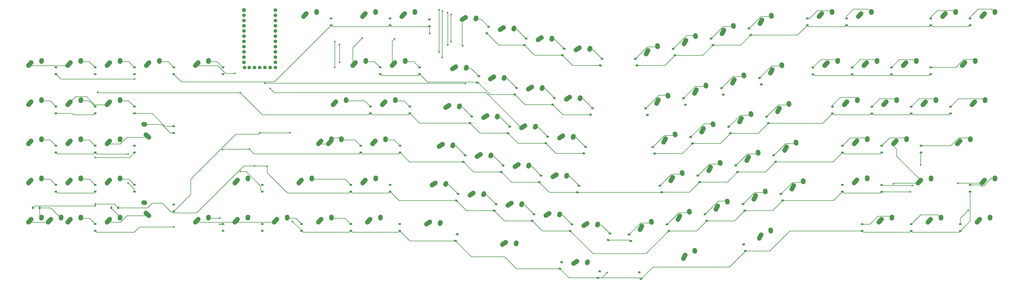
<source format=gbr>
%TF.GenerationSoftware,KiCad,Pcbnew,(5.1.10)-1*%
%TF.CreationDate,2021-06-19T21:53:37-07:00*%
%TF.ProjectId,HSC_Alice,4853435f-416c-4696-9365-2e6b69636164,rev?*%
%TF.SameCoordinates,Original*%
%TF.FileFunction,Copper,L2,Bot*%
%TF.FilePolarity,Positive*%
%FSLAX46Y46*%
G04 Gerber Fmt 4.6, Leading zero omitted, Abs format (unit mm)*
G04 Created by KiCad (PCBNEW (5.1.10)-1) date 2021-06-19 21:53:37*
%MOMM*%
%LPD*%
G01*
G04 APERTURE LIST*
%TA.AperFunction,ComponentPad*%
%ADD10C,2.250000*%
%TD*%
%TA.AperFunction,SMDPad,CuDef*%
%ADD11C,0.100000*%
%TD*%
%TA.AperFunction,SMDPad,CuDef*%
%ADD12R,1.200000X0.900000*%
%TD*%
%TA.AperFunction,ComponentPad*%
%ADD13C,1.752600*%
%TD*%
%TA.AperFunction,ComponentPad*%
%ADD14R,1.752600X1.752600*%
%TD*%
%TA.AperFunction,SMDPad,CuDef*%
%ADD15R,0.900000X1.200000*%
%TD*%
%TA.AperFunction,ViaPad*%
%ADD16C,0.800000*%
%TD*%
%TA.AperFunction,Conductor*%
%ADD17C,0.254000*%
%TD*%
G04 APERTURE END LIST*
D10*
%TO.P,MX54,1*%
%TO.N,Col8*%
X-394304496Y-180797143D03*
%TA.AperFunction,ComponentPad*%
G36*
G01*
X-396890169Y-182482707D02*
X-396890173Y-182482700D01*
G75*
G02*
X-396562093Y-180925904I942438J614358D01*
G01*
X-394918853Y-179854706D01*
G75*
G02*
X-393362057Y-180182786I614358J-942438D01*
G01*
X-393362057Y-180182786D01*
G75*
G02*
X-393690137Y-181739582I-942438J-614358D01*
G01*
X-395333377Y-182810780D01*
G75*
G02*
X-396890173Y-182482700I-614358J942438D01*
G01*
G37*
%TD.AperFunction*%
%TO.P,MX54,2*%
%TO.N,Net-(D54-Pad2)*%
X-389156706Y-181058391D03*
%TA.AperFunction,ComponentPad*%
G36*
G01*
X-389709865Y-182672621D02*
X-389710705Y-182672333D01*
G75*
G02*
X-390409516Y-181243028I365247J1064058D01*
G01*
X-390220764Y-180693144D01*
G75*
G02*
X-388791459Y-179994333I1064058J-365247D01*
G01*
X-388791459Y-179994333D01*
G75*
G02*
X-388092648Y-181423638I-365247J-1064058D01*
G01*
X-388281400Y-181973522D01*
G75*
G02*
X-389710705Y-182672333I-1064058J365247D01*
G01*
G37*
%TD.AperFunction*%
%TD*%
%TO.P,MX95,1*%
%TO.N,Col15*%
X-227645600Y-141338800D03*
%TA.AperFunction,ComponentPad*%
G36*
G01*
X-229706912Y-143636150D02*
X-229706917Y-143636145D01*
G75*
G02*
X-229792945Y-142047483I751317J837345D01*
G01*
X-228482943Y-140587483D01*
G75*
G02*
X-226894281Y-140501455I837345J-751317D01*
G01*
X-226894281Y-140501455D01*
G75*
G02*
X-226808253Y-142090117I-751317J-837345D01*
G01*
X-228118255Y-143550117D01*
G75*
G02*
X-229706917Y-143636145I-837345J751317D01*
G01*
G37*
%TD.AperFunction*%
%TO.P,MX95,2*%
%TO.N,Net-(D95-Pad2)*%
X-222605600Y-140258800D03*
%TA.AperFunction,ComponentPad*%
G36*
G01*
X-222722117Y-141961195D02*
X-222723003Y-141961134D01*
G75*
G02*
X-223767934Y-140761397I77403J1122334D01*
G01*
X-223727934Y-140181397D01*
G75*
G02*
X-222528197Y-139136466I1122334J-77403D01*
G01*
X-222528197Y-139136466D01*
G75*
G02*
X-221483266Y-140336203I-77403J-1122334D01*
G01*
X-221523266Y-140916203D01*
G75*
G02*
X-222723003Y-141961134I-1122334J77403D01*
G01*
G37*
%TD.AperFunction*%
%TD*%
%TO.P,MX105,1*%
%TO.N,Col17*%
X-201458200Y-103213400D03*
%TA.AperFunction,ComponentPad*%
G36*
G01*
X-203519512Y-105510750D02*
X-203519517Y-105510745D01*
G75*
G02*
X-203605545Y-103922083I751317J837345D01*
G01*
X-202295543Y-102462083D01*
G75*
G02*
X-200706881Y-102376055I837345J-751317D01*
G01*
X-200706881Y-102376055D01*
G75*
G02*
X-200620853Y-103964717I-751317J-837345D01*
G01*
X-201930855Y-105424717D01*
G75*
G02*
X-203519517Y-105510745I-837345J751317D01*
G01*
G37*
%TD.AperFunction*%
%TO.P,MX105,2*%
%TO.N,Net-(D105-Pad2)*%
X-196418200Y-102133400D03*
%TA.AperFunction,ComponentPad*%
G36*
G01*
X-196534717Y-103835795D02*
X-196535603Y-103835734D01*
G75*
G02*
X-197580534Y-102635997I77403J1122334D01*
G01*
X-197540534Y-102055997D01*
G75*
G02*
X-196340797Y-101011066I1122334J-77403D01*
G01*
X-196340797Y-101011066D01*
G75*
G02*
X-195295866Y-102210803I-77403J-1122334D01*
G01*
X-195335866Y-102790803D01*
G75*
G02*
X-196535603Y-103835734I-1122334J77403D01*
G01*
G37*
%TD.AperFunction*%
%TD*%
%TO.P,MX48,1*%
%TO.N,Col7*%
X-428836138Y-171554049D03*
%TA.AperFunction,ComponentPad*%
G36*
G01*
X-431421811Y-173239613D02*
X-431421815Y-173239606D01*
G75*
G02*
X-431093735Y-171682810I942438J614358D01*
G01*
X-429450495Y-170611612D01*
G75*
G02*
X-427893699Y-170939692I614358J-942438D01*
G01*
X-427893699Y-170939692D01*
G75*
G02*
X-428221779Y-172496488I-942438J-614358D01*
G01*
X-429865019Y-173567686D01*
G75*
G02*
X-431421815Y-173239606I-614358J942438D01*
G01*
G37*
%TD.AperFunction*%
%TO.P,MX48,2*%
%TO.N,Net-(D48-Pad2)*%
X-423688348Y-171815297D03*
%TA.AperFunction,ComponentPad*%
G36*
G01*
X-424241507Y-173429527D02*
X-424242347Y-173429239D01*
G75*
G02*
X-424941158Y-171999934I365247J1064058D01*
G01*
X-424752406Y-171450050D01*
G75*
G02*
X-423323101Y-170751239I1064058J-365247D01*
G01*
X-423323101Y-170751239D01*
G75*
G02*
X-422624290Y-172180544I-365247J-1064058D01*
G01*
X-422813042Y-172730428D01*
G75*
G02*
X-424242347Y-173429239I-1064058J365247D01*
G01*
G37*
%TD.AperFunction*%
%TD*%
%TA.AperFunction,SMDPad,CuDef*%
D11*
%TO.P,D37,2*%
%TO.N,Net-(D37-Pad2)*%
G36*
X-436703335Y-67300675D02*
G01*
X-437862446Y-66990092D01*
X-437629509Y-66120759D01*
X-436470398Y-66431342D01*
X-436703335Y-67300675D01*
G37*
%TD.AperFunction*%
%TA.AperFunction,SMDPad,CuDef*%
%TO.P,D37,1*%
%TO.N,Row0*%
G36*
X-437557437Y-70488231D02*
G01*
X-438716548Y-70177648D01*
X-438483611Y-69308315D01*
X-437324500Y-69618898D01*
X-437557437Y-70488231D01*
G37*
%TD.AperFunction*%
%TD*%
D12*
%TO.P,D19,2*%
%TO.N,Net-(D19-Pad2)*%
X-513524500Y-62675500D03*
%TO.P,D19,1*%
%TO.N,Row0*%
X-513524500Y-65975500D03*
%TD*%
D10*
%TO.P,MX29,1*%
%TO.N,Col4*%
X-527899000Y-141288000D03*
%TA.AperFunction,ComponentPad*%
G36*
G01*
X-529960312Y-143585350D02*
X-529960317Y-143585345D01*
G75*
G02*
X-530046345Y-141996683I751317J837345D01*
G01*
X-528736343Y-140536683D01*
G75*
G02*
X-527147681Y-140450655I837345J-751317D01*
G01*
X-527147681Y-140450655D01*
G75*
G02*
X-527061653Y-142039317I-751317J-837345D01*
G01*
X-528371655Y-143499317D01*
G75*
G02*
X-529960317Y-143585345I-837345J751317D01*
G01*
G37*
%TD.AperFunction*%
%TO.P,MX29,2*%
%TO.N,Net-(D29-Pad2)*%
X-522859000Y-140208000D03*
%TA.AperFunction,ComponentPad*%
G36*
G01*
X-522975517Y-141910395D02*
X-522976403Y-141910334D01*
G75*
G02*
X-524021334Y-140710597I77403J1122334D01*
G01*
X-523981334Y-140130597D01*
G75*
G02*
X-522781597Y-139085666I1122334J-77403D01*
G01*
X-522781597Y-139085666D01*
G75*
G02*
X-521736666Y-140285403I-77403J-1122334D01*
G01*
X-521776666Y-140865403D01*
G75*
G02*
X-522976403Y-141910334I-1122334J77403D01*
G01*
G37*
%TD.AperFunction*%
%TD*%
%TO.P,MX28,1*%
%TO.N,Col4*%
X-513548000Y-122238000D03*
%TA.AperFunction,ComponentPad*%
G36*
G01*
X-515609312Y-124535350D02*
X-515609317Y-124535345D01*
G75*
G02*
X-515695345Y-122946683I751317J837345D01*
G01*
X-514385343Y-121486683D01*
G75*
G02*
X-512796681Y-121400655I837345J-751317D01*
G01*
X-512796681Y-121400655D01*
G75*
G02*
X-512710653Y-122989317I-751317J-837345D01*
G01*
X-514020655Y-124449317D01*
G75*
G02*
X-515609317Y-124535345I-837345J751317D01*
G01*
G37*
%TD.AperFunction*%
%TO.P,MX28,2*%
%TO.N,Net-(D28-Pad2)*%
X-508508000Y-121158000D03*
%TA.AperFunction,ComponentPad*%
G36*
G01*
X-508624517Y-122860395D02*
X-508625403Y-122860334D01*
G75*
G02*
X-509670334Y-121660597I77403J1122334D01*
G01*
X-509630334Y-121080597D01*
G75*
G02*
X-508430597Y-120035666I1122334J-77403D01*
G01*
X-508430597Y-120035666D01*
G75*
G02*
X-507385666Y-121235403I-77403J-1122334D01*
G01*
X-507425666Y-121815403D01*
G75*
G02*
X-508625403Y-122860334I-1122334J77403D01*
G01*
G37*
%TD.AperFunction*%
%TD*%
%TO.P,MX6,1*%
%TO.N,Col0*%
X-658963000Y-160338000D03*
%TA.AperFunction,ComponentPad*%
G36*
G01*
X-661024312Y-162635350D02*
X-661024317Y-162635345D01*
G75*
G02*
X-661110345Y-161046683I751317J837345D01*
G01*
X-659800343Y-159586683D01*
G75*
G02*
X-658211681Y-159500655I837345J-751317D01*
G01*
X-658211681Y-159500655D01*
G75*
G02*
X-658125653Y-161089317I-751317J-837345D01*
G01*
X-659435655Y-162549317D01*
G75*
G02*
X-661024317Y-162635345I-837345J751317D01*
G01*
G37*
%TD.AperFunction*%
%TO.P,MX6,2*%
%TO.N,Net-(D6-Pad2)*%
X-653923000Y-159258000D03*
%TA.AperFunction,ComponentPad*%
G36*
G01*
X-654039517Y-160960395D02*
X-654040403Y-160960334D01*
G75*
G02*
X-655085334Y-159760597I77403J1122334D01*
G01*
X-655045334Y-159180597D01*
G75*
G02*
X-653845597Y-158135666I1122334J-77403D01*
G01*
X-653845597Y-158135666D01*
G75*
G02*
X-652800666Y-159335403I-77403J-1122334D01*
G01*
X-652840666Y-159915403D01*
G75*
G02*
X-654040403Y-160960334I-1122334J77403D01*
G01*
G37*
%TD.AperFunction*%
%TD*%
D13*
%TO.P,U2,25*%
%TO.N,Row3*%
X-553237400Y-86537800D03*
%TO.P,U2,26*%
%TO.N,Row4*%
X-550697400Y-86537800D03*
%TO.P,U2,27*%
%TO.N,Row5*%
X-548157400Y-86537800D03*
%TO.P,U2,28*%
%TO.N,Col7*%
X-545617400Y-86537800D03*
%TO.P,U2,29*%
%TO.N,Col8*%
X-543077400Y-86537800D03*
%TO.P,U2,24*%
%TO.N,Col17*%
X-540537400Y-58597800D03*
%TO.P,U2,12*%
%TO.N,Row2*%
X-555548800Y-86537800D03*
%TO.P,U2,23*%
%TO.N,Net-(U2-Pad23)*%
X-540537400Y-61137800D03*
%TO.P,U2,22*%
%TO.N,Net-(U2-Pad22)*%
X-540537400Y-63677800D03*
%TO.P,U2,21*%
%TO.N,Net-(U2-Pad21)*%
X-540537400Y-66217800D03*
%TO.P,U2,20*%
%TO.N,Col16*%
X-540537400Y-68757800D03*
%TO.P,U2,19*%
%TO.N,Col15*%
X-540537400Y-71297800D03*
%TO.P,U2,18*%
%TO.N,Col14*%
X-540537400Y-73837800D03*
%TO.P,U2,17*%
%TO.N,Col13*%
X-540537400Y-76377800D03*
%TO.P,U2,16*%
%TO.N,Col12*%
X-540537400Y-78917800D03*
%TO.P,U2,15*%
%TO.N,Col11*%
X-540537400Y-81457800D03*
%TO.P,U2,14*%
%TO.N,Col10*%
X-540537400Y-83997800D03*
%TO.P,U2,13*%
%TO.N,Col9*%
X-540537400Y-86537800D03*
%TO.P,U2,11*%
%TO.N,Row1*%
X-555777400Y-83997800D03*
%TO.P,U2,10*%
%TO.N,Row0*%
X-555777400Y-81457800D03*
%TO.P,U2,9*%
%TO.N,Col6*%
X-555777400Y-78917800D03*
%TO.P,U2,8*%
%TO.N,Col5*%
X-555777400Y-76377800D03*
%TO.P,U2,7*%
%TO.N,Col4*%
X-555777400Y-73837800D03*
%TO.P,U2,6*%
%TO.N,Col3*%
X-555777400Y-71297800D03*
%TO.P,U2,5*%
%TO.N,Col2*%
X-555777400Y-68757800D03*
%TO.P,U2,4*%
%TO.N,Net-(U2-Pad4)*%
X-555777400Y-66217800D03*
%TO.P,U2,3*%
%TO.N,Net-(U2-Pad3)*%
X-555777400Y-63677800D03*
%TO.P,U2,2*%
%TO.N,Col1*%
X-555777400Y-61137800D03*
D14*
%TO.P,U2,1*%
%TO.N,Col0*%
X-555777400Y-58597800D03*
%TD*%
D10*
%TO.P,MX104,1*%
%TO.N,Col17*%
X-206233400Y-84138000D03*
%TA.AperFunction,ComponentPad*%
G36*
G01*
X-208294712Y-86435350D02*
X-208294717Y-86435345D01*
G75*
G02*
X-208380745Y-84846683I751317J837345D01*
G01*
X-207070743Y-83386683D01*
G75*
G02*
X-205482081Y-83300655I837345J-751317D01*
G01*
X-205482081Y-83300655D01*
G75*
G02*
X-205396053Y-84889317I-751317J-837345D01*
G01*
X-206706055Y-86349317D01*
G75*
G02*
X-208294717Y-86435345I-837345J751317D01*
G01*
G37*
%TD.AperFunction*%
%TO.P,MX104,2*%
%TO.N,Net-(D104-Pad2)*%
X-201193400Y-83058000D03*
%TA.AperFunction,ComponentPad*%
G36*
G01*
X-201309917Y-84760395D02*
X-201310803Y-84760334D01*
G75*
G02*
X-202355734Y-83560597I77403J1122334D01*
G01*
X-202315734Y-82980597D01*
G75*
G02*
X-201115997Y-81935666I1122334J-77403D01*
G01*
X-201115997Y-81935666D01*
G75*
G02*
X-200071066Y-83135403I-77403J-1122334D01*
G01*
X-200111066Y-83715403D01*
G75*
G02*
X-201310803Y-84760334I-1122334J77403D01*
G01*
G37*
%TD.AperFunction*%
%TD*%
%TO.P,MX103,1*%
%TO.N,Col17*%
X-196683000Y-60325500D03*
%TA.AperFunction,ComponentPad*%
G36*
G01*
X-198744312Y-62622850D02*
X-198744317Y-62622845D01*
G75*
G02*
X-198830345Y-61034183I751317J837345D01*
G01*
X-197520343Y-59574183D01*
G75*
G02*
X-195931681Y-59488155I837345J-751317D01*
G01*
X-195931681Y-59488155D01*
G75*
G02*
X-195845653Y-61076817I-751317J-837345D01*
G01*
X-197155655Y-62536817D01*
G75*
G02*
X-198744317Y-62622845I-837345J751317D01*
G01*
G37*
%TD.AperFunction*%
%TO.P,MX103,2*%
%TO.N,Net-(D103-Pad2)*%
X-191643000Y-59245500D03*
%TA.AperFunction,ComponentPad*%
G36*
G01*
X-191759517Y-60947895D02*
X-191760403Y-60947834D01*
G75*
G02*
X-192805334Y-59748097I77403J1122334D01*
G01*
X-192765334Y-59168097D01*
G75*
G02*
X-191565597Y-58123166I1122334J-77403D01*
G01*
X-191565597Y-58123166D01*
G75*
G02*
X-190520666Y-59322903I-77403J-1122334D01*
G01*
X-190560666Y-59902903D01*
G75*
G02*
X-191760403Y-60947834I-1122334J77403D01*
G01*
G37*
%TD.AperFunction*%
%TD*%
%TO.P,MX102,1*%
%TO.N,Col16*%
X-196683000Y-141288000D03*
%TA.AperFunction,ComponentPad*%
G36*
G01*
X-198744312Y-143585350D02*
X-198744317Y-143585345D01*
G75*
G02*
X-198830345Y-141996683I751317J837345D01*
G01*
X-197520343Y-140536683D01*
G75*
G02*
X-195931681Y-140450655I837345J-751317D01*
G01*
X-195931681Y-140450655D01*
G75*
G02*
X-195845653Y-142039317I-751317J-837345D01*
G01*
X-197155655Y-143499317D01*
G75*
G02*
X-198744317Y-143585345I-837345J751317D01*
G01*
G37*
%TD.AperFunction*%
%TO.P,MX102,2*%
%TO.N,Net-(D102-Pad2)*%
X-191643000Y-140208000D03*
%TA.AperFunction,ComponentPad*%
G36*
G01*
X-191759517Y-141910395D02*
X-191760403Y-141910334D01*
G75*
G02*
X-192805334Y-140710597I77403J1122334D01*
G01*
X-192765334Y-140130597D01*
G75*
G02*
X-191565597Y-139085666I1122334J-77403D01*
G01*
X-191565597Y-139085666D01*
G75*
G02*
X-190520666Y-140285403I-77403J-1122334D01*
G01*
X-190560666Y-140865403D01*
G75*
G02*
X-191760403Y-141910334I-1122334J77403D01*
G01*
G37*
%TD.AperFunction*%
%TD*%
%TO.P,MX101,1*%
%TO.N,Col16*%
X-208601400Y-122238000D03*
%TA.AperFunction,ComponentPad*%
G36*
G01*
X-210662712Y-124535350D02*
X-210662717Y-124535345D01*
G75*
G02*
X-210748745Y-122946683I751317J837345D01*
G01*
X-209438743Y-121486683D01*
G75*
G02*
X-207850081Y-121400655I837345J-751317D01*
G01*
X-207850081Y-121400655D01*
G75*
G02*
X-207764053Y-122989317I-751317J-837345D01*
G01*
X-209074055Y-124449317D01*
G75*
G02*
X-210662717Y-124535345I-837345J751317D01*
G01*
G37*
%TD.AperFunction*%
%TO.P,MX101,2*%
%TO.N,Net-(D101-Pad2)*%
X-203561400Y-121158000D03*
%TA.AperFunction,ComponentPad*%
G36*
G01*
X-203677917Y-122860395D02*
X-203678803Y-122860334D01*
G75*
G02*
X-204723734Y-121660597I77403J1122334D01*
G01*
X-204683734Y-121080597D01*
G75*
G02*
X-203483997Y-120035666I1122334J-77403D01*
G01*
X-203483997Y-120035666D01*
G75*
G02*
X-202439066Y-121235403I-77403J-1122334D01*
G01*
X-202479066Y-121815403D01*
G75*
G02*
X-203678803Y-122860334I-1122334J77403D01*
G01*
G37*
%TD.AperFunction*%
%TD*%
%TO.P,MX99,1*%
%TO.N,Col16*%
X-225283400Y-103213400D03*
%TA.AperFunction,ComponentPad*%
G36*
G01*
X-227344712Y-105510750D02*
X-227344717Y-105510745D01*
G75*
G02*
X-227430745Y-103922083I751317J837345D01*
G01*
X-226120743Y-102462083D01*
G75*
G02*
X-224532081Y-102376055I837345J-751317D01*
G01*
X-224532081Y-102376055D01*
G75*
G02*
X-224446053Y-103964717I-751317J-837345D01*
G01*
X-225756055Y-105424717D01*
G75*
G02*
X-227344717Y-105510745I-837345J751317D01*
G01*
G37*
%TD.AperFunction*%
%TO.P,MX99,2*%
%TO.N,Net-(D99-Pad2)*%
X-220243400Y-102133400D03*
%TA.AperFunction,ComponentPad*%
G36*
G01*
X-220359917Y-103835795D02*
X-220360803Y-103835734D01*
G75*
G02*
X-221405734Y-102635997I77403J1122334D01*
G01*
X-221365734Y-102055997D01*
G75*
G02*
X-220165997Y-101011066I1122334J-77403D01*
G01*
X-220165997Y-101011066D01*
G75*
G02*
X-219121066Y-102210803I-77403J-1122334D01*
G01*
X-219161066Y-102790803D01*
G75*
G02*
X-220360803Y-103835734I-1122334J77403D01*
G01*
G37*
%TD.AperFunction*%
%TD*%
%TO.P,MX98,1*%
%TO.N,Col16*%
X-234808400Y-84163400D03*
%TA.AperFunction,ComponentPad*%
G36*
G01*
X-236869712Y-86460750D02*
X-236869717Y-86460745D01*
G75*
G02*
X-236955745Y-84872083I751317J837345D01*
G01*
X-235645743Y-83412083D01*
G75*
G02*
X-234057081Y-83326055I837345J-751317D01*
G01*
X-234057081Y-83326055D01*
G75*
G02*
X-233971053Y-84914717I-751317J-837345D01*
G01*
X-235281055Y-86374717D01*
G75*
G02*
X-236869717Y-86460745I-837345J751317D01*
G01*
G37*
%TD.AperFunction*%
%TO.P,MX98,2*%
%TO.N,Net-(D98-Pad2)*%
X-229768400Y-83083400D03*
%TA.AperFunction,ComponentPad*%
G36*
G01*
X-229884917Y-84785795D02*
X-229885803Y-84785734D01*
G75*
G02*
X-230930734Y-83585997I77403J1122334D01*
G01*
X-230890734Y-83005997D01*
G75*
G02*
X-229690997Y-81961066I1122334J-77403D01*
G01*
X-229690997Y-81961066D01*
G75*
G02*
X-228646066Y-83160803I-77403J-1122334D01*
G01*
X-228686066Y-83740803D01*
G75*
G02*
X-229885803Y-84785734I-1122334J77403D01*
G01*
G37*
%TD.AperFunction*%
%TD*%
%TO.P,MX97,1*%
%TO.N,Col16*%
X-215733000Y-60325500D03*
%TA.AperFunction,ComponentPad*%
G36*
G01*
X-217794312Y-62622850D02*
X-217794317Y-62622845D01*
G75*
G02*
X-217880345Y-61034183I751317J837345D01*
G01*
X-216570343Y-59574183D01*
G75*
G02*
X-214981681Y-59488155I837345J-751317D01*
G01*
X-214981681Y-59488155D01*
G75*
G02*
X-214895653Y-61076817I-751317J-837345D01*
G01*
X-216205655Y-62536817D01*
G75*
G02*
X-217794317Y-62622845I-837345J751317D01*
G01*
G37*
%TD.AperFunction*%
%TO.P,MX97,2*%
%TO.N,Net-(D97-Pad2)*%
X-210693000Y-59245500D03*
%TA.AperFunction,ComponentPad*%
G36*
G01*
X-210809517Y-60947895D02*
X-210810403Y-60947834D01*
G75*
G02*
X-211855334Y-59748097I77403J1122334D01*
G01*
X-211815334Y-59168097D01*
G75*
G02*
X-210615597Y-58123166I1122334J-77403D01*
G01*
X-210615597Y-58123166D01*
G75*
G02*
X-209570666Y-59322903I-77403J-1122334D01*
G01*
X-209610666Y-59902903D01*
G75*
G02*
X-210810403Y-60947834I-1122334J77403D01*
G01*
G37*
%TD.AperFunction*%
%TD*%
%TO.P,MX96,1*%
%TO.N,Col15*%
X-199049000Y-160363400D03*
%TA.AperFunction,ComponentPad*%
G36*
G01*
X-201110312Y-162660750D02*
X-201110317Y-162660745D01*
G75*
G02*
X-201196345Y-161072083I751317J837345D01*
G01*
X-199886343Y-159612083D01*
G75*
G02*
X-198297681Y-159526055I837345J-751317D01*
G01*
X-198297681Y-159526055D01*
G75*
G02*
X-198211653Y-161114717I-751317J-837345D01*
G01*
X-199521655Y-162574717D01*
G75*
G02*
X-201110317Y-162660745I-837345J751317D01*
G01*
G37*
%TD.AperFunction*%
%TO.P,MX96,2*%
%TO.N,Net-(D96-Pad2)*%
X-194009000Y-159283400D03*
%TA.AperFunction,ComponentPad*%
G36*
G01*
X-194125517Y-160985795D02*
X-194126403Y-160985734D01*
G75*
G02*
X-195171334Y-159785997I77403J1122334D01*
G01*
X-195131334Y-159205997D01*
G75*
G02*
X-193931597Y-158161066I1122334J-77403D01*
G01*
X-193931597Y-158161066D01*
G75*
G02*
X-192886666Y-159360803I-77403J-1122334D01*
G01*
X-192926666Y-159940803D01*
G75*
G02*
X-194126403Y-160985734I-1122334J77403D01*
G01*
G37*
%TD.AperFunction*%
%TD*%
%TO.P,MX94,1*%
%TO.N,Col15*%
X-239532800Y-122212600D03*
%TA.AperFunction,ComponentPad*%
G36*
G01*
X-241594112Y-124509950D02*
X-241594117Y-124509945D01*
G75*
G02*
X-241680145Y-122921283I751317J837345D01*
G01*
X-240370143Y-121461283D01*
G75*
G02*
X-238781481Y-121375255I837345J-751317D01*
G01*
X-238781481Y-121375255D01*
G75*
G02*
X-238695453Y-122963917I-751317J-837345D01*
G01*
X-240005455Y-124423917D01*
G75*
G02*
X-241594117Y-124509945I-837345J751317D01*
G01*
G37*
%TD.AperFunction*%
%TO.P,MX94,2*%
%TO.N,Net-(D94-Pad2)*%
X-234492800Y-121132600D03*
%TA.AperFunction,ComponentPad*%
G36*
G01*
X-234609317Y-122834995D02*
X-234610203Y-122834934D01*
G75*
G02*
X-235655134Y-121635197I77403J1122334D01*
G01*
X-235615134Y-121055197D01*
G75*
G02*
X-234415397Y-120010266I1122334J-77403D01*
G01*
X-234415397Y-120010266D01*
G75*
G02*
X-233370466Y-121210003I-77403J-1122334D01*
G01*
X-233410466Y-121790003D01*
G75*
G02*
X-234610203Y-122834934I-1122334J77403D01*
G01*
G37*
%TD.AperFunction*%
%TD*%
%TO.P,MX93,1*%
%TO.N,Col15*%
X-244333400Y-103213400D03*
%TA.AperFunction,ComponentPad*%
G36*
G01*
X-246394712Y-105510750D02*
X-246394717Y-105510745D01*
G75*
G02*
X-246480745Y-103922083I751317J837345D01*
G01*
X-245170743Y-102462083D01*
G75*
G02*
X-243582081Y-102376055I837345J-751317D01*
G01*
X-243582081Y-102376055D01*
G75*
G02*
X-243496053Y-103964717I-751317J-837345D01*
G01*
X-244806055Y-105424717D01*
G75*
G02*
X-246394717Y-105510745I-837345J751317D01*
G01*
G37*
%TD.AperFunction*%
%TO.P,MX93,2*%
%TO.N,Net-(D93-Pad2)*%
X-239293400Y-102133400D03*
%TA.AperFunction,ComponentPad*%
G36*
G01*
X-239409917Y-103835795D02*
X-239410803Y-103835734D01*
G75*
G02*
X-240455734Y-102635997I77403J1122334D01*
G01*
X-240415734Y-102055997D01*
G75*
G02*
X-239215997Y-101011066I1122334J-77403D01*
G01*
X-239215997Y-101011066D01*
G75*
G02*
X-238171066Y-102210803I-77403J-1122334D01*
G01*
X-238211066Y-102790803D01*
G75*
G02*
X-239410803Y-103835734I-1122334J77403D01*
G01*
G37*
%TD.AperFunction*%
%TD*%
%TO.P,MX92,1*%
%TO.N,Col15*%
X-253858400Y-84163400D03*
%TA.AperFunction,ComponentPad*%
G36*
G01*
X-255919712Y-86460750D02*
X-255919717Y-86460745D01*
G75*
G02*
X-256005745Y-84872083I751317J837345D01*
G01*
X-254695743Y-83412083D01*
G75*
G02*
X-253107081Y-83326055I837345J-751317D01*
G01*
X-253107081Y-83326055D01*
G75*
G02*
X-253021053Y-84914717I-751317J-837345D01*
G01*
X-254331055Y-86374717D01*
G75*
G02*
X-255919717Y-86460745I-837345J751317D01*
G01*
G37*
%TD.AperFunction*%
%TO.P,MX92,2*%
%TO.N,Net-(D92-Pad2)*%
X-248818400Y-83083400D03*
%TA.AperFunction,ComponentPad*%
G36*
G01*
X-248934917Y-84785795D02*
X-248935803Y-84785734D01*
G75*
G02*
X-249980734Y-83585997I77403J1122334D01*
G01*
X-249940734Y-83005997D01*
G75*
G02*
X-248740997Y-81961066I1122334J-77403D01*
G01*
X-248740997Y-81961066D01*
G75*
G02*
X-247696066Y-83160803I-77403J-1122334D01*
G01*
X-247736066Y-83740803D01*
G75*
G02*
X-248935803Y-84785734I-1122334J77403D01*
G01*
G37*
%TD.AperFunction*%
%TD*%
%TO.P,MX91,1*%
%TO.N,Col15*%
X-256601600Y-60325500D03*
%TA.AperFunction,ComponentPad*%
G36*
G01*
X-258662912Y-62622850D02*
X-258662917Y-62622845D01*
G75*
G02*
X-258748945Y-61034183I751317J837345D01*
G01*
X-257438943Y-59574183D01*
G75*
G02*
X-255850281Y-59488155I837345J-751317D01*
G01*
X-255850281Y-59488155D01*
G75*
G02*
X-255764253Y-61076817I-751317J-837345D01*
G01*
X-257074255Y-62536817D01*
G75*
G02*
X-258662917Y-62622845I-837345J751317D01*
G01*
G37*
%TD.AperFunction*%
%TO.P,MX91,2*%
%TO.N,Net-(D91-Pad2)*%
X-251561600Y-59245500D03*
%TA.AperFunction,ComponentPad*%
G36*
G01*
X-251678117Y-60947895D02*
X-251679003Y-60947834D01*
G75*
G02*
X-252723934Y-59748097I77403J1122334D01*
G01*
X-252683934Y-59168097D01*
G75*
G02*
X-251484197Y-58123166I1122334J-77403D01*
G01*
X-251484197Y-58123166D01*
G75*
G02*
X-250439266Y-59322903I-77403J-1122334D01*
G01*
X-250479266Y-59902903D01*
G75*
G02*
X-251679003Y-60947834I-1122334J77403D01*
G01*
G37*
%TD.AperFunction*%
%TD*%
%TO.P,MX90,1*%
%TO.N,Col14*%
X-222848800Y-160363400D03*
%TA.AperFunction,ComponentPad*%
G36*
G01*
X-224910112Y-162660750D02*
X-224910117Y-162660745D01*
G75*
G02*
X-224996145Y-161072083I751317J837345D01*
G01*
X-223686143Y-159612083D01*
G75*
G02*
X-222097481Y-159526055I837345J-751317D01*
G01*
X-222097481Y-159526055D01*
G75*
G02*
X-222011453Y-161114717I-751317J-837345D01*
G01*
X-223321455Y-162574717D01*
G75*
G02*
X-224910117Y-162660745I-837345J751317D01*
G01*
G37*
%TD.AperFunction*%
%TO.P,MX90,2*%
%TO.N,Net-(D90-Pad2)*%
X-217808800Y-159283400D03*
%TA.AperFunction,ComponentPad*%
G36*
G01*
X-217925317Y-160985795D02*
X-217926203Y-160985734D01*
G75*
G02*
X-218971134Y-159785997I77403J1122334D01*
G01*
X-218931134Y-159205997D01*
G75*
G02*
X-217731397Y-158161066I1122334J-77403D01*
G01*
X-217731397Y-158161066D01*
G75*
G02*
X-216686466Y-159360803I-77403J-1122334D01*
G01*
X-216726466Y-159940803D01*
G75*
G02*
X-217926203Y-160985734I-1122334J77403D01*
G01*
G37*
%TD.AperFunction*%
%TD*%
%TO.P,MX89,1*%
%TO.N,Col14*%
X-258608200Y-141262600D03*
%TA.AperFunction,ComponentPad*%
G36*
G01*
X-260669512Y-143559950D02*
X-260669517Y-143559945D01*
G75*
G02*
X-260755545Y-141971283I751317J837345D01*
G01*
X-259445543Y-140511283D01*
G75*
G02*
X-257856881Y-140425255I837345J-751317D01*
G01*
X-257856881Y-140425255D01*
G75*
G02*
X-257770853Y-142013917I-751317J-837345D01*
G01*
X-259080855Y-143473917D01*
G75*
G02*
X-260669517Y-143559945I-837345J751317D01*
G01*
G37*
%TD.AperFunction*%
%TO.P,MX89,2*%
%TO.N,Net-(D89-Pad2)*%
X-253568200Y-140182600D03*
%TA.AperFunction,ComponentPad*%
G36*
G01*
X-253684717Y-141884995D02*
X-253685603Y-141884934D01*
G75*
G02*
X-254730534Y-140685197I77403J1122334D01*
G01*
X-254690534Y-140105197D01*
G75*
G02*
X-253490797Y-139060266I1122334J-77403D01*
G01*
X-253490797Y-139060266D01*
G75*
G02*
X-252445866Y-140260003I-77403J-1122334D01*
G01*
X-252485866Y-140840003D01*
G75*
G02*
X-253685603Y-141884934I-1122334J77403D01*
G01*
G37*
%TD.AperFunction*%
%TD*%
%TO.P,MX88,1*%
%TO.N,Col14*%
X-258582800Y-122212600D03*
%TA.AperFunction,ComponentPad*%
G36*
G01*
X-260644112Y-124509950D02*
X-260644117Y-124509945D01*
G75*
G02*
X-260730145Y-122921283I751317J837345D01*
G01*
X-259420143Y-121461283D01*
G75*
G02*
X-257831481Y-121375255I837345J-751317D01*
G01*
X-257831481Y-121375255D01*
G75*
G02*
X-257745453Y-122963917I-751317J-837345D01*
G01*
X-259055455Y-124423917D01*
G75*
G02*
X-260644117Y-124509945I-837345J751317D01*
G01*
G37*
%TD.AperFunction*%
%TO.P,MX88,2*%
%TO.N,Net-(D88-Pad2)*%
X-253542800Y-121132600D03*
%TA.AperFunction,ComponentPad*%
G36*
G01*
X-253659317Y-122834995D02*
X-253660203Y-122834934D01*
G75*
G02*
X-254705134Y-121635197I77403J1122334D01*
G01*
X-254665134Y-121055197D01*
G75*
G02*
X-253465397Y-120010266I1122334J-77403D01*
G01*
X-253465397Y-120010266D01*
G75*
G02*
X-252420466Y-121210003I-77403J-1122334D01*
G01*
X-252460466Y-121790003D01*
G75*
G02*
X-253660203Y-122834934I-1122334J77403D01*
G01*
G37*
%TD.AperFunction*%
%TD*%
%TO.P,MX87,1*%
%TO.N,Col14*%
X-263408800Y-103213400D03*
%TA.AperFunction,ComponentPad*%
G36*
G01*
X-265470112Y-105510750D02*
X-265470117Y-105510745D01*
G75*
G02*
X-265556145Y-103922083I751317J837345D01*
G01*
X-264246143Y-102462083D01*
G75*
G02*
X-262657481Y-102376055I837345J-751317D01*
G01*
X-262657481Y-102376055D01*
G75*
G02*
X-262571453Y-103964717I-751317J-837345D01*
G01*
X-263881455Y-105424717D01*
G75*
G02*
X-265470117Y-105510745I-837345J751317D01*
G01*
G37*
%TD.AperFunction*%
%TO.P,MX87,2*%
%TO.N,Net-(D87-Pad2)*%
X-258368800Y-102133400D03*
%TA.AperFunction,ComponentPad*%
G36*
G01*
X-258485317Y-103835795D02*
X-258486203Y-103835734D01*
G75*
G02*
X-259531134Y-102635997I77403J1122334D01*
G01*
X-259491134Y-102055997D01*
G75*
G02*
X-258291397Y-101011066I1122334J-77403D01*
G01*
X-258291397Y-101011066D01*
G75*
G02*
X-257246466Y-102210803I-77403J-1122334D01*
G01*
X-257286466Y-102790803D01*
G75*
G02*
X-258486203Y-103835734I-1122334J77403D01*
G01*
G37*
%TD.AperFunction*%
%TD*%
%TO.P,MX86,1*%
%TO.N,Col14*%
X-272908400Y-84163400D03*
%TA.AperFunction,ComponentPad*%
G36*
G01*
X-274969712Y-86460750D02*
X-274969717Y-86460745D01*
G75*
G02*
X-275055745Y-84872083I751317J837345D01*
G01*
X-273745743Y-83412083D01*
G75*
G02*
X-272157081Y-83326055I837345J-751317D01*
G01*
X-272157081Y-83326055D01*
G75*
G02*
X-272071053Y-84914717I-751317J-837345D01*
G01*
X-273381055Y-86374717D01*
G75*
G02*
X-274969717Y-86460745I-837345J751317D01*
G01*
G37*
%TD.AperFunction*%
%TO.P,MX86,2*%
%TO.N,Net-(D86-Pad2)*%
X-267868400Y-83083400D03*
%TA.AperFunction,ComponentPad*%
G36*
G01*
X-267984917Y-84785795D02*
X-267985803Y-84785734D01*
G75*
G02*
X-269030734Y-83585997I77403J1122334D01*
G01*
X-268990734Y-83005997D01*
G75*
G02*
X-267790997Y-81961066I1122334J-77403D01*
G01*
X-267790997Y-81961066D01*
G75*
G02*
X-266746066Y-83160803I-77403J-1122334D01*
G01*
X-266786066Y-83740803D01*
G75*
G02*
X-267985803Y-84785734I-1122334J77403D01*
G01*
G37*
%TD.AperFunction*%
%TD*%
%TO.P,MX85,1*%
%TO.N,Col14*%
X-275651600Y-60325500D03*
%TA.AperFunction,ComponentPad*%
G36*
G01*
X-277712912Y-62622850D02*
X-277712917Y-62622845D01*
G75*
G02*
X-277798945Y-61034183I751317J837345D01*
G01*
X-276488943Y-59574183D01*
G75*
G02*
X-274900281Y-59488155I837345J-751317D01*
G01*
X-274900281Y-59488155D01*
G75*
G02*
X-274814253Y-61076817I-751317J-837345D01*
G01*
X-276124255Y-62536817D01*
G75*
G02*
X-277712917Y-62622845I-837345J751317D01*
G01*
G37*
%TD.AperFunction*%
%TO.P,MX85,2*%
%TO.N,Net-(D85-Pad2)*%
X-270611600Y-59245500D03*
%TA.AperFunction,ComponentPad*%
G36*
G01*
X-270728117Y-60947895D02*
X-270729003Y-60947834D01*
G75*
G02*
X-271773934Y-59748097I77403J1122334D01*
G01*
X-271733934Y-59168097D01*
G75*
G02*
X-270534197Y-58123166I1122334J-77403D01*
G01*
X-270534197Y-58123166D01*
G75*
G02*
X-269489266Y-59322903I-77403J-1122334D01*
G01*
X-269529266Y-59902903D01*
G75*
G02*
X-270729003Y-60947834I-1122334J77403D01*
G01*
G37*
%TD.AperFunction*%
%TD*%
%TO.P,MX84,1*%
%TO.N,Col13*%
X-246644800Y-160363400D03*
%TA.AperFunction,ComponentPad*%
G36*
G01*
X-248706112Y-162660750D02*
X-248706117Y-162660745D01*
G75*
G02*
X-248792145Y-161072083I751317J837345D01*
G01*
X-247482143Y-159612083D01*
G75*
G02*
X-245893481Y-159526055I837345J-751317D01*
G01*
X-245893481Y-159526055D01*
G75*
G02*
X-245807453Y-161114717I-751317J-837345D01*
G01*
X-247117455Y-162574717D01*
G75*
G02*
X-248706117Y-162660745I-837345J751317D01*
G01*
G37*
%TD.AperFunction*%
%TO.P,MX84,2*%
%TO.N,Net-(D84-Pad2)*%
X-241604800Y-159283400D03*
%TA.AperFunction,ComponentPad*%
G36*
G01*
X-241721317Y-160985795D02*
X-241722203Y-160985734D01*
G75*
G02*
X-242767134Y-159785997I77403J1122334D01*
G01*
X-242727134Y-159205997D01*
G75*
G02*
X-241527397Y-158161066I1122334J-77403D01*
G01*
X-241527397Y-158161066D01*
G75*
G02*
X-240482466Y-159360803I-77403J-1122334D01*
G01*
X-240522466Y-159940803D01*
G75*
G02*
X-241722203Y-160985734I-1122334J77403D01*
G01*
G37*
%TD.AperFunction*%
%TD*%
%TO.P,MX83,1*%
%TO.N,Col13*%
X-289266003Y-143968344D03*
%TA.AperFunction,ComponentPad*%
G36*
G01*
X-290662479Y-146720921D02*
X-290662486Y-146720918D01*
G75*
G02*
X-291156759Y-145208653I508996J1003269D01*
G01*
X-290269271Y-143459349D01*
G75*
G02*
X-288757006Y-142965076I1003269J-508996D01*
G01*
X-288757006Y-142965076D01*
G75*
G02*
X-288262733Y-144477341I-508996J-1003269D01*
G01*
X-289150221Y-146226645D01*
G75*
G02*
X-290662486Y-146720918I-1003269J508996D01*
G01*
G37*
%TD.AperFunction*%
%TO.P,MX83,2*%
%TO.N,Net-(D83-Pad2)*%
X-284677261Y-141620696D03*
%TA.AperFunction,ComponentPad*%
G36*
G01*
X-284349196Y-143295240D02*
X-284350067Y-143295411D01*
G75*
G02*
X-285669908Y-142407002I-215716J1104125D01*
G01*
X-285781386Y-141836412D01*
G75*
G02*
X-284892977Y-140516571I1104125J215716D01*
G01*
X-284892977Y-140516571D01*
G75*
G02*
X-283573136Y-141404980I215716J-1104125D01*
G01*
X-283461658Y-141975570D01*
G75*
G02*
X-284350067Y-143295411I-1104125J-215716D01*
G01*
G37*
%TD.AperFunction*%
%TD*%
%TO.P,MX82,1*%
%TO.N,Col13*%
X-292725433Y-125142638D03*
%TA.AperFunction,ComponentPad*%
G36*
G01*
X-294121909Y-127895215D02*
X-294121916Y-127895212D01*
G75*
G02*
X-294616189Y-126382947I508996J1003269D01*
G01*
X-293728701Y-124633643D01*
G75*
G02*
X-292216436Y-124139370I1003269J-508996D01*
G01*
X-292216436Y-124139370D01*
G75*
G02*
X-291722163Y-125651635I-508996J-1003269D01*
G01*
X-292609651Y-127400939D01*
G75*
G02*
X-294121916Y-127895212I-1003269J508996D01*
G01*
G37*
%TD.AperFunction*%
%TO.P,MX82,2*%
%TO.N,Net-(D82-Pad2)*%
X-288136691Y-122794990D03*
%TA.AperFunction,ComponentPad*%
G36*
G01*
X-287808626Y-124469534D02*
X-287809497Y-124469705D01*
G75*
G02*
X-289129338Y-123581296I-215716J1104125D01*
G01*
X-289240816Y-123010706D01*
G75*
G02*
X-288352407Y-121690865I1104125J215716D01*
G01*
X-288352407Y-121690865D01*
G75*
G02*
X-287032566Y-122579274I215716J-1104125D01*
G01*
X-286921088Y-123149864D01*
G75*
G02*
X-287809497Y-124469705I-1104125J-215716D01*
G01*
G37*
%TD.AperFunction*%
%TD*%
%TO.P,MX81,1*%
%TO.N,Col13*%
X-296179833Y-106346638D03*
%TA.AperFunction,ComponentPad*%
G36*
G01*
X-297576309Y-109099215D02*
X-297576316Y-109099212D01*
G75*
G02*
X-298070589Y-107586947I508996J1003269D01*
G01*
X-297183101Y-105837643D01*
G75*
G02*
X-295670836Y-105343370I1003269J-508996D01*
G01*
X-295670836Y-105343370D01*
G75*
G02*
X-295176563Y-106855635I-508996J-1003269D01*
G01*
X-296064051Y-108604939D01*
G75*
G02*
X-297576316Y-109099212I-1003269J508996D01*
G01*
G37*
%TD.AperFunction*%
%TO.P,MX81,2*%
%TO.N,Net-(D81-Pad2)*%
X-291591091Y-103998990D03*
%TA.AperFunction,ComponentPad*%
G36*
G01*
X-291263026Y-105673534D02*
X-291263897Y-105673705D01*
G75*
G02*
X-292583738Y-104785296I-215716J1104125D01*
G01*
X-292695216Y-104214706D01*
G75*
G02*
X-291806807Y-102894865I1104125J215716D01*
G01*
X-291806807Y-102894865D01*
G75*
G02*
X-290486966Y-103783274I215716J-1104125D01*
G01*
X-290375488Y-104353864D01*
G75*
G02*
X-291263897Y-105673705I-1104125J-215716D01*
G01*
G37*
%TD.AperFunction*%
%TD*%
%TO.P,MX80,1*%
%TO.N,Col13*%
X-299634233Y-87525238D03*
%TA.AperFunction,ComponentPad*%
G36*
G01*
X-301030709Y-90277815D02*
X-301030716Y-90277812D01*
G75*
G02*
X-301524989Y-88765547I508996J1003269D01*
G01*
X-300637501Y-87016243D01*
G75*
G02*
X-299125236Y-86521970I1003269J-508996D01*
G01*
X-299125236Y-86521970D01*
G75*
G02*
X-298630963Y-88034235I-508996J-1003269D01*
G01*
X-299518451Y-89783539D01*
G75*
G02*
X-301030716Y-90277812I-1003269J508996D01*
G01*
G37*
%TD.AperFunction*%
%TO.P,MX80,2*%
%TO.N,Net-(D80-Pad2)*%
X-295045491Y-85177590D03*
%TA.AperFunction,ComponentPad*%
G36*
G01*
X-294717426Y-86852134D02*
X-294718297Y-86852305D01*
G75*
G02*
X-296038138Y-85963896I-215716J1104125D01*
G01*
X-296149616Y-85393306D01*
G75*
G02*
X-295261207Y-84073465I1104125J215716D01*
G01*
X-295261207Y-84073465D01*
G75*
G02*
X-293941366Y-84961874I215716J-1104125D01*
G01*
X-293829888Y-85532464D01*
G75*
G02*
X-294718297Y-86852305I-1104125J-215716D01*
G01*
G37*
%TD.AperFunction*%
%TD*%
%TO.P,MX79,1*%
%TO.N,Col13*%
X-304693883Y-63448438D03*
%TA.AperFunction,ComponentPad*%
G36*
G01*
X-306090359Y-66201015D02*
X-306090366Y-66201012D01*
G75*
G02*
X-306584639Y-64688747I508996J1003269D01*
G01*
X-305697151Y-62939443D01*
G75*
G02*
X-304184886Y-62445170I1003269J-508996D01*
G01*
X-304184886Y-62445170D01*
G75*
G02*
X-303690613Y-63957435I-508996J-1003269D01*
G01*
X-304578101Y-65706739D01*
G75*
G02*
X-306090366Y-66201012I-1003269J508996D01*
G01*
G37*
%TD.AperFunction*%
%TO.P,MX79,2*%
%TO.N,Net-(D79-Pad2)*%
X-300105141Y-61100790D03*
%TA.AperFunction,ComponentPad*%
G36*
G01*
X-299777076Y-62775334D02*
X-299777947Y-62775505D01*
G75*
G02*
X-301097788Y-61887096I-215716J1104125D01*
G01*
X-301209266Y-61316506D01*
G75*
G02*
X-300320857Y-59996665I1104125J215716D01*
G01*
X-300320857Y-59996665D01*
G75*
G02*
X-299001016Y-60885074I215716J-1104125D01*
G01*
X-298889538Y-61455664D01*
G75*
G02*
X-299777947Y-62775505I-1104125J-215716D01*
G01*
G37*
%TD.AperFunction*%
%TD*%
%TO.P,MX78,1*%
%TO.N,Col12*%
X-305027118Y-167897339D03*
%TA.AperFunction,ComponentPad*%
G36*
G01*
X-306423594Y-170649916D02*
X-306423601Y-170649913D01*
G75*
G02*
X-306917874Y-169137648I508996J1003269D01*
G01*
X-306030386Y-167388344D01*
G75*
G02*
X-304518121Y-166894071I1003269J-508996D01*
G01*
X-304518121Y-166894071D01*
G75*
G02*
X-304023848Y-168406336I-508996J-1003269D01*
G01*
X-304911336Y-170155640D01*
G75*
G02*
X-306423601Y-170649913I-1003269J508996D01*
G01*
G37*
%TD.AperFunction*%
%TO.P,MX78,2*%
%TO.N,Net-(D78-Pad2)*%
X-300438376Y-165549691D03*
%TA.AperFunction,ComponentPad*%
G36*
G01*
X-300110311Y-167224235D02*
X-300111182Y-167224406D01*
G75*
G02*
X-301431023Y-166335997I-215716J1104125D01*
G01*
X-301542501Y-165765407D01*
G75*
G02*
X-300654092Y-164445566I1104125J215716D01*
G01*
X-300654092Y-164445566D01*
G75*
G02*
X-299334251Y-165333975I215716J-1104125D01*
G01*
X-299222773Y-165904565D01*
G75*
G02*
X-300111182Y-167224406I-1104125J-215716D01*
G01*
G37*
%TD.AperFunction*%
%TD*%
%TO.P,MX77,1*%
%TO.N,Col12*%
X-307666889Y-148898846D03*
%TA.AperFunction,ComponentPad*%
G36*
G01*
X-309063365Y-151651423D02*
X-309063372Y-151651420D01*
G75*
G02*
X-309557645Y-150139155I508996J1003269D01*
G01*
X-308670157Y-148389851D01*
G75*
G02*
X-307157892Y-147895578I1003269J-508996D01*
G01*
X-307157892Y-147895578D01*
G75*
G02*
X-306663619Y-149407843I-508996J-1003269D01*
G01*
X-307551107Y-151157147D01*
G75*
G02*
X-309063372Y-151651420I-1003269J508996D01*
G01*
G37*
%TD.AperFunction*%
%TO.P,MX77,2*%
%TO.N,Net-(D77-Pad2)*%
X-303078147Y-146551198D03*
%TA.AperFunction,ComponentPad*%
G36*
G01*
X-302750082Y-148225742D02*
X-302750953Y-148225913D01*
G75*
G02*
X-304070794Y-147337504I-215716J1104125D01*
G01*
X-304182272Y-146766914D01*
G75*
G02*
X-303293863Y-145447073I1104125J215716D01*
G01*
X-303293863Y-145447073D01*
G75*
G02*
X-301974022Y-146335482I215716J-1104125D01*
G01*
X-301862544Y-146906072D01*
G75*
G02*
X-302750953Y-148225913I-1104125J-215716D01*
G01*
G37*
%TD.AperFunction*%
%TD*%
%TO.P,MX76,1*%
%TO.N,Col12*%
X-311126319Y-130073140D03*
%TA.AperFunction,ComponentPad*%
G36*
G01*
X-312522795Y-132825717D02*
X-312522802Y-132825714D01*
G75*
G02*
X-313017075Y-131313449I508996J1003269D01*
G01*
X-312129587Y-129564145D01*
G75*
G02*
X-310617322Y-129069872I1003269J-508996D01*
G01*
X-310617322Y-129069872D01*
G75*
G02*
X-310123049Y-130582137I-508996J-1003269D01*
G01*
X-311010537Y-132331441D01*
G75*
G02*
X-312522802Y-132825714I-1003269J508996D01*
G01*
G37*
%TD.AperFunction*%
%TO.P,MX76,2*%
%TO.N,Net-(D76-Pad2)*%
X-306537577Y-127725492D03*
%TA.AperFunction,ComponentPad*%
G36*
G01*
X-306209512Y-129400036D02*
X-306210383Y-129400207D01*
G75*
G02*
X-307530224Y-128511798I-215716J1104125D01*
G01*
X-307641702Y-127941208D01*
G75*
G02*
X-306753293Y-126621367I1104125J215716D01*
G01*
X-306753293Y-126621367D01*
G75*
G02*
X-305433452Y-127509776I215716J-1104125D01*
G01*
X-305321974Y-128080366D01*
G75*
G02*
X-306210383Y-129400207I-1104125J-215716D01*
G01*
G37*
%TD.AperFunction*%
%TD*%
%TO.P,MX75,1*%
%TO.N,Col12*%
X-314580719Y-111277140D03*
%TA.AperFunction,ComponentPad*%
G36*
G01*
X-315977195Y-114029717D02*
X-315977202Y-114029714D01*
G75*
G02*
X-316471475Y-112517449I508996J1003269D01*
G01*
X-315583987Y-110768145D01*
G75*
G02*
X-314071722Y-110273872I1003269J-508996D01*
G01*
X-314071722Y-110273872D01*
G75*
G02*
X-313577449Y-111786137I-508996J-1003269D01*
G01*
X-314464937Y-113535441D01*
G75*
G02*
X-315977202Y-114029714I-1003269J508996D01*
G01*
G37*
%TD.AperFunction*%
%TO.P,MX75,2*%
%TO.N,Net-(D75-Pad2)*%
X-309991977Y-108929492D03*
%TA.AperFunction,ComponentPad*%
G36*
G01*
X-309663912Y-110604036D02*
X-309664783Y-110604207D01*
G75*
G02*
X-310984624Y-109715798I-215716J1104125D01*
G01*
X-311096102Y-109145208D01*
G75*
G02*
X-310207693Y-107825367I1104125J215716D01*
G01*
X-310207693Y-107825367D01*
G75*
G02*
X-308887852Y-108713776I215716J-1104125D01*
G01*
X-308776374Y-109284366D01*
G75*
G02*
X-309664783Y-110604207I-1104125J-215716D01*
G01*
G37*
%TD.AperFunction*%
%TD*%
%TO.P,MX74,1*%
%TO.N,Col12*%
X-318035119Y-92455740D03*
%TA.AperFunction,ComponentPad*%
G36*
G01*
X-319431595Y-95208317D02*
X-319431602Y-95208314D01*
G75*
G02*
X-319925875Y-93696049I508996J1003269D01*
G01*
X-319038387Y-91946745D01*
G75*
G02*
X-317526122Y-91452472I1003269J-508996D01*
G01*
X-317526122Y-91452472D01*
G75*
G02*
X-317031849Y-92964737I-508996J-1003269D01*
G01*
X-317919337Y-94714041D01*
G75*
G02*
X-319431602Y-95208314I-1003269J508996D01*
G01*
G37*
%TD.AperFunction*%
%TO.P,MX74,2*%
%TO.N,Net-(D74-Pad2)*%
X-313446377Y-90108092D03*
%TA.AperFunction,ComponentPad*%
G36*
G01*
X-313118312Y-91782636D02*
X-313119183Y-91782807D01*
G75*
G02*
X-314439024Y-90894398I-215716J1104125D01*
G01*
X-314550502Y-90323808D01*
G75*
G02*
X-313662093Y-89003967I1104125J215716D01*
G01*
X-313662093Y-89003967D01*
G75*
G02*
X-312342252Y-89892376I215716J-1104125D01*
G01*
X-312230774Y-90462966D01*
G75*
G02*
X-313119183Y-91782807I-1104125J-215716D01*
G01*
G37*
%TD.AperFunction*%
%TD*%
%TO.P,MX73,1*%
%TO.N,Col12*%
X-323094769Y-68378940D03*
%TA.AperFunction,ComponentPad*%
G36*
G01*
X-324491245Y-71131517D02*
X-324491252Y-71131514D01*
G75*
G02*
X-324985525Y-69619249I508996J1003269D01*
G01*
X-324098037Y-67869945D01*
G75*
G02*
X-322585772Y-67375672I1003269J-508996D01*
G01*
X-322585772Y-67375672D01*
G75*
G02*
X-322091499Y-68887937I-508996J-1003269D01*
G01*
X-322978987Y-70637241D01*
G75*
G02*
X-324491252Y-71131514I-1003269J508996D01*
G01*
G37*
%TD.AperFunction*%
%TO.P,MX73,2*%
%TO.N,Net-(D73-Pad2)*%
X-318506027Y-66031292D03*
%TA.AperFunction,ComponentPad*%
G36*
G01*
X-318177962Y-67705836D02*
X-318178833Y-67706007D01*
G75*
G02*
X-319498674Y-66817598I-215716J1104125D01*
G01*
X-319610152Y-66247008D01*
G75*
G02*
X-318721743Y-64927167I1104125J215716D01*
G01*
X-318721743Y-64927167D01*
G75*
G02*
X-317401902Y-65815576I215716J-1104125D01*
G01*
X-317290424Y-66386166D01*
G75*
G02*
X-318178833Y-67706007I-1104125J-215716D01*
G01*
G37*
%TD.AperFunction*%
%TD*%
%TO.P,MX72,1*%
%TO.N,Col11*%
X-341828891Y-177758344D03*
%TA.AperFunction,ComponentPad*%
G36*
G01*
X-343225367Y-180510921D02*
X-343225374Y-180510918D01*
G75*
G02*
X-343719647Y-178998653I508996J1003269D01*
G01*
X-342832159Y-177249349D01*
G75*
G02*
X-341319894Y-176755076I1003269J-508996D01*
G01*
X-341319894Y-176755076D01*
G75*
G02*
X-340825621Y-178267341I-508996J-1003269D01*
G01*
X-341713109Y-180016645D01*
G75*
G02*
X-343225374Y-180510918I-1003269J508996D01*
G01*
G37*
%TD.AperFunction*%
%TO.P,MX72,2*%
%TO.N,Net-(D72-Pad2)*%
X-337240149Y-175410696D03*
%TA.AperFunction,ComponentPad*%
G36*
G01*
X-336912084Y-177085240D02*
X-336912955Y-177085411D01*
G75*
G02*
X-338232796Y-176197002I-215716J1104125D01*
G01*
X-338344274Y-175626412D01*
G75*
G02*
X-337455865Y-174306571I1104125J215716D01*
G01*
X-337455865Y-174306571D01*
G75*
G02*
X-336136024Y-175194980I215716J-1104125D01*
G01*
X-336024546Y-175765570D01*
G75*
G02*
X-336912955Y-177085411I-1104125J-215716D01*
G01*
G37*
%TD.AperFunction*%
%TD*%
%TO.P,MX71,1*%
%TO.N,Col11*%
X-326067775Y-153829348D03*
%TA.AperFunction,ComponentPad*%
G36*
G01*
X-327464251Y-156581925D02*
X-327464258Y-156581922D01*
G75*
G02*
X-327958531Y-155069657I508996J1003269D01*
G01*
X-327071043Y-153320353D01*
G75*
G02*
X-325558778Y-152826080I1003269J-508996D01*
G01*
X-325558778Y-152826080D01*
G75*
G02*
X-325064505Y-154338345I-508996J-1003269D01*
G01*
X-325951993Y-156087649D01*
G75*
G02*
X-327464258Y-156581922I-1003269J508996D01*
G01*
G37*
%TD.AperFunction*%
%TO.P,MX71,2*%
%TO.N,Net-(D71-Pad2)*%
X-321479033Y-151481700D03*
%TA.AperFunction,ComponentPad*%
G36*
G01*
X-321150968Y-153156244D02*
X-321151839Y-153156415D01*
G75*
G02*
X-322471680Y-152268006I-215716J1104125D01*
G01*
X-322583158Y-151697416D01*
G75*
G02*
X-321694749Y-150377575I1104125J215716D01*
G01*
X-321694749Y-150377575D01*
G75*
G02*
X-320374908Y-151265984I215716J-1104125D01*
G01*
X-320263430Y-151836574D01*
G75*
G02*
X-321151839Y-153156415I-1104125J-215716D01*
G01*
G37*
%TD.AperFunction*%
%TD*%
%TO.P,MX70,1*%
%TO.N,Col11*%
X-329527205Y-135003642D03*
%TA.AperFunction,ComponentPad*%
G36*
G01*
X-330923681Y-137756219D02*
X-330923688Y-137756216D01*
G75*
G02*
X-331417961Y-136243951I508996J1003269D01*
G01*
X-330530473Y-134494647D01*
G75*
G02*
X-329018208Y-134000374I1003269J-508996D01*
G01*
X-329018208Y-134000374D01*
G75*
G02*
X-328523935Y-135512639I-508996J-1003269D01*
G01*
X-329411423Y-137261943D01*
G75*
G02*
X-330923688Y-137756216I-1003269J508996D01*
G01*
G37*
%TD.AperFunction*%
%TO.P,MX70,2*%
%TO.N,Net-(D70-Pad2)*%
X-324938463Y-132655994D03*
%TA.AperFunction,ComponentPad*%
G36*
G01*
X-324610398Y-134330538D02*
X-324611269Y-134330709D01*
G75*
G02*
X-325931110Y-133442300I-215716J1104125D01*
G01*
X-326042588Y-132871710D01*
G75*
G02*
X-325154179Y-131551869I1104125J215716D01*
G01*
X-325154179Y-131551869D01*
G75*
G02*
X-323834338Y-132440278I215716J-1104125D01*
G01*
X-323722860Y-133010868D01*
G75*
G02*
X-324611269Y-134330709I-1104125J-215716D01*
G01*
G37*
%TD.AperFunction*%
%TD*%
%TO.P,MX69,1*%
%TO.N,Col11*%
X-332981605Y-116207642D03*
%TA.AperFunction,ComponentPad*%
G36*
G01*
X-334378081Y-118960219D02*
X-334378088Y-118960216D01*
G75*
G02*
X-334872361Y-117447951I508996J1003269D01*
G01*
X-333984873Y-115698647D01*
G75*
G02*
X-332472608Y-115204374I1003269J-508996D01*
G01*
X-332472608Y-115204374D01*
G75*
G02*
X-331978335Y-116716639I-508996J-1003269D01*
G01*
X-332865823Y-118465943D01*
G75*
G02*
X-334378088Y-118960216I-1003269J508996D01*
G01*
G37*
%TD.AperFunction*%
%TO.P,MX69,2*%
%TO.N,Net-(D69-Pad2)*%
X-328392863Y-113859994D03*
%TA.AperFunction,ComponentPad*%
G36*
G01*
X-328064798Y-115534538D02*
X-328065669Y-115534709D01*
G75*
G02*
X-329385510Y-114646300I-215716J1104125D01*
G01*
X-329496988Y-114075710D01*
G75*
G02*
X-328608579Y-112755869I1104125J215716D01*
G01*
X-328608579Y-112755869D01*
G75*
G02*
X-327288738Y-113644278I215716J-1104125D01*
G01*
X-327177260Y-114214868D01*
G75*
G02*
X-328065669Y-115534709I-1104125J-215716D01*
G01*
G37*
%TD.AperFunction*%
%TD*%
%TO.P,MX68,1*%
%TO.N,Col11*%
X-336436005Y-97386242D03*
%TA.AperFunction,ComponentPad*%
G36*
G01*
X-337832481Y-100138819D02*
X-337832488Y-100138816D01*
G75*
G02*
X-338326761Y-98626551I508996J1003269D01*
G01*
X-337439273Y-96877247D01*
G75*
G02*
X-335927008Y-96382974I1003269J-508996D01*
G01*
X-335927008Y-96382974D01*
G75*
G02*
X-335432735Y-97895239I-508996J-1003269D01*
G01*
X-336320223Y-99644543D01*
G75*
G02*
X-337832488Y-100138816I-1003269J508996D01*
G01*
G37*
%TD.AperFunction*%
%TO.P,MX68,2*%
%TO.N,Net-(D68-Pad2)*%
X-331847263Y-95038594D03*
%TA.AperFunction,ComponentPad*%
G36*
G01*
X-331519198Y-96713138D02*
X-331520069Y-96713309D01*
G75*
G02*
X-332839910Y-95824900I-215716J1104125D01*
G01*
X-332951388Y-95254310D01*
G75*
G02*
X-332062979Y-93934469I1104125J215716D01*
G01*
X-332062979Y-93934469D01*
G75*
G02*
X-330743138Y-94822878I215716J-1104125D01*
G01*
X-330631660Y-95393468D01*
G75*
G02*
X-331520069Y-96713309I-1104125J-215716D01*
G01*
G37*
%TD.AperFunction*%
%TD*%
%TO.P,MX67,1*%
%TO.N,Col11*%
X-341495655Y-73309442D03*
%TA.AperFunction,ComponentPad*%
G36*
G01*
X-342892131Y-76062019D02*
X-342892138Y-76062016D01*
G75*
G02*
X-343386411Y-74549751I508996J1003269D01*
G01*
X-342498923Y-72800447D01*
G75*
G02*
X-340986658Y-72306174I1003269J-508996D01*
G01*
X-340986658Y-72306174D01*
G75*
G02*
X-340492385Y-73818439I-508996J-1003269D01*
G01*
X-341379873Y-75567743D01*
G75*
G02*
X-342892138Y-76062016I-1003269J508996D01*
G01*
G37*
%TD.AperFunction*%
%TO.P,MX67,2*%
%TO.N,Net-(D67-Pad2)*%
X-336906913Y-70961794D03*
%TA.AperFunction,ComponentPad*%
G36*
G01*
X-336578848Y-72636338D02*
X-336579719Y-72636509D01*
G75*
G02*
X-337899560Y-71748100I-215716J1104125D01*
G01*
X-338011038Y-71177510D01*
G75*
G02*
X-337122629Y-69857669I1104125J215716D01*
G01*
X-337122629Y-69857669D01*
G75*
G02*
X-335802788Y-70746078I215716J-1104125D01*
G01*
X-335691310Y-71316668D01*
G75*
G02*
X-336579719Y-72636509I-1104125J-215716D01*
G01*
G37*
%TD.AperFunction*%
%TD*%
%TO.P,MX66,1*%
%TO.N,Col10*%
X-362869547Y-163690352D03*
%TA.AperFunction,ComponentPad*%
G36*
G01*
X-364266023Y-166442929D02*
X-364266030Y-166442926D01*
G75*
G02*
X-364760303Y-164930661I508996J1003269D01*
G01*
X-363872815Y-163181357D01*
G75*
G02*
X-362360550Y-162687084I1003269J-508996D01*
G01*
X-362360550Y-162687084D01*
G75*
G02*
X-361866277Y-164199349I-508996J-1003269D01*
G01*
X-362753765Y-165948653D01*
G75*
G02*
X-364266030Y-166442926I-1003269J508996D01*
G01*
G37*
%TD.AperFunction*%
%TO.P,MX66,2*%
%TO.N,Net-(D66-Pad2)*%
X-358280805Y-161342704D03*
%TA.AperFunction,ComponentPad*%
G36*
G01*
X-357952740Y-163017248D02*
X-357953611Y-163017419D01*
G75*
G02*
X-359273452Y-162129010I-215716J1104125D01*
G01*
X-359384930Y-161558420D01*
G75*
G02*
X-358496521Y-160238579I1104125J215716D01*
G01*
X-358496521Y-160238579D01*
G75*
G02*
X-357176680Y-161126988I215716J-1104125D01*
G01*
X-357065202Y-161697578D01*
G75*
G02*
X-357953611Y-163017419I-1104125J-215716D01*
G01*
G37*
%TD.AperFunction*%
%TD*%
%TO.P,MX65,1*%
%TO.N,Col10*%
X-344468661Y-158759850D03*
%TA.AperFunction,ComponentPad*%
G36*
G01*
X-345865137Y-161512427D02*
X-345865144Y-161512424D01*
G75*
G02*
X-346359417Y-160000159I508996J1003269D01*
G01*
X-345471929Y-158250855D01*
G75*
G02*
X-343959664Y-157756582I1003269J-508996D01*
G01*
X-343959664Y-157756582D01*
G75*
G02*
X-343465391Y-159268847I-508996J-1003269D01*
G01*
X-344352879Y-161018151D01*
G75*
G02*
X-345865144Y-161512424I-1003269J508996D01*
G01*
G37*
%TD.AperFunction*%
%TO.P,MX65,2*%
%TO.N,Net-(D65-Pad2)*%
X-339879919Y-156412202D03*
%TA.AperFunction,ComponentPad*%
G36*
G01*
X-339551854Y-158086746D02*
X-339552725Y-158086917D01*
G75*
G02*
X-340872566Y-157198508I-215716J1104125D01*
G01*
X-340984044Y-156627918D01*
G75*
G02*
X-340095635Y-155308077I1104125J215716D01*
G01*
X-340095635Y-155308077D01*
G75*
G02*
X-338775794Y-156196486I215716J-1104125D01*
G01*
X-338664316Y-156767076D01*
G75*
G02*
X-339552725Y-158086917I-1104125J-215716D01*
G01*
G37*
%TD.AperFunction*%
%TD*%
%TO.P,MX64,2*%
%TO.N,Net-(D64-Pad2)*%
%TA.AperFunction,ComponentPad*%
G36*
G01*
X-343011284Y-139261040D02*
X-343012155Y-139261211D01*
G75*
G02*
X-344331996Y-138372802I-215716J1104125D01*
G01*
X-344443474Y-137802212D01*
G75*
G02*
X-343555065Y-136482371I1104125J215716D01*
G01*
X-343555065Y-136482371D01*
G75*
G02*
X-342235224Y-137370780I215716J-1104125D01*
G01*
X-342123746Y-137941370D01*
G75*
G02*
X-343012155Y-139261211I-1104125J-215716D01*
G01*
G37*
%TD.AperFunction*%
X-343339349Y-137586496D03*
%TO.P,MX64,1*%
%TO.N,Col10*%
%TA.AperFunction,ComponentPad*%
G36*
G01*
X-349324567Y-142686721D02*
X-349324574Y-142686718D01*
G75*
G02*
X-349818847Y-141174453I508996J1003269D01*
G01*
X-348931359Y-139425149D01*
G75*
G02*
X-347419094Y-138930876I1003269J-508996D01*
G01*
X-347419094Y-138930876D01*
G75*
G02*
X-346924821Y-140443141I-508996J-1003269D01*
G01*
X-347812309Y-142192445D01*
G75*
G02*
X-349324574Y-142686718I-1003269J508996D01*
G01*
G37*
%TD.AperFunction*%
X-347928091Y-139934144D03*
%TD*%
%TO.P,MX63,2*%
%TO.N,Net-(D63-Pad2)*%
%TA.AperFunction,ComponentPad*%
G36*
G01*
X-346465684Y-120465040D02*
X-346466555Y-120465211D01*
G75*
G02*
X-347786396Y-119576802I-215716J1104125D01*
G01*
X-347897874Y-119006212D01*
G75*
G02*
X-347009465Y-117686371I1104125J215716D01*
G01*
X-347009465Y-117686371D01*
G75*
G02*
X-345689624Y-118574780I215716J-1104125D01*
G01*
X-345578146Y-119145370D01*
G75*
G02*
X-346466555Y-120465211I-1104125J-215716D01*
G01*
G37*
%TD.AperFunction*%
X-346793749Y-118790496D03*
%TO.P,MX63,1*%
%TO.N,Col10*%
%TA.AperFunction,ComponentPad*%
G36*
G01*
X-352778967Y-123890721D02*
X-352778974Y-123890718D01*
G75*
G02*
X-353273247Y-122378453I508996J1003269D01*
G01*
X-352385759Y-120629149D01*
G75*
G02*
X-350873494Y-120134876I1003269J-508996D01*
G01*
X-350873494Y-120134876D01*
G75*
G02*
X-350379221Y-121647141I-508996J-1003269D01*
G01*
X-351266709Y-123396445D01*
G75*
G02*
X-352778974Y-123890718I-1003269J508996D01*
G01*
G37*
%TD.AperFunction*%
X-351382491Y-121138144D03*
%TD*%
%TO.P,MX62,1*%
%TO.N,Col10*%
X-354836891Y-102316744D03*
%TA.AperFunction,ComponentPad*%
G36*
G01*
X-356233367Y-105069321D02*
X-356233374Y-105069318D01*
G75*
G02*
X-356727647Y-103557053I508996J1003269D01*
G01*
X-355840159Y-101807749D01*
G75*
G02*
X-354327894Y-101313476I1003269J-508996D01*
G01*
X-354327894Y-101313476D01*
G75*
G02*
X-353833621Y-102825741I-508996J-1003269D01*
G01*
X-354721109Y-104575045D01*
G75*
G02*
X-356233374Y-105069318I-1003269J508996D01*
G01*
G37*
%TD.AperFunction*%
%TO.P,MX62,2*%
%TO.N,Net-(D62-Pad2)*%
X-350248149Y-99969096D03*
%TA.AperFunction,ComponentPad*%
G36*
G01*
X-349920084Y-101643640D02*
X-349920955Y-101643811D01*
G75*
G02*
X-351240796Y-100755402I-215716J1104125D01*
G01*
X-351352274Y-100184812D01*
G75*
G02*
X-350463865Y-98864971I1104125J215716D01*
G01*
X-350463865Y-98864971D01*
G75*
G02*
X-349144024Y-99753380I215716J-1104125D01*
G01*
X-349032546Y-100323970D01*
G75*
G02*
X-349920955Y-101643811I-1104125J-215716D01*
G01*
G37*
%TD.AperFunction*%
%TD*%
%TO.P,MX61,1*%
%TO.N,Col10*%
X-359896541Y-78239944D03*
%TA.AperFunction,ComponentPad*%
G36*
G01*
X-361293017Y-80992521D02*
X-361293024Y-80992518D01*
G75*
G02*
X-361787297Y-79480253I508996J1003269D01*
G01*
X-360899809Y-77730949D01*
G75*
G02*
X-359387544Y-77236676I1003269J-508996D01*
G01*
X-359387544Y-77236676D01*
G75*
G02*
X-358893271Y-78748941I-508996J-1003269D01*
G01*
X-359780759Y-80498245D01*
G75*
G02*
X-361293024Y-80992518I-1003269J508996D01*
G01*
G37*
%TD.AperFunction*%
%TO.P,MX61,2*%
%TO.N,Net-(D61-Pad2)*%
X-355307799Y-75892296D03*
%TA.AperFunction,ComponentPad*%
G36*
G01*
X-354979734Y-77566840D02*
X-354980605Y-77567011D01*
G75*
G02*
X-356300446Y-76678602I-215716J1104125D01*
G01*
X-356411924Y-76108012D01*
G75*
G02*
X-355523515Y-74788171I1104125J215716D01*
G01*
X-355523515Y-74788171D01*
G75*
G02*
X-354203674Y-75676580I215716J-1104125D01*
G01*
X-354092196Y-76247170D01*
G75*
G02*
X-354980605Y-77567011I-1104125J-215716D01*
G01*
G37*
%TD.AperFunction*%
%TD*%
%TO.P,MX60,1*%
%TO.N,Col9*%
X-389373994Y-162396257D03*
%TA.AperFunction,ComponentPad*%
G36*
G01*
X-391959667Y-164081821D02*
X-391959671Y-164081814D01*
G75*
G02*
X-391631591Y-162525018I942438J614358D01*
G01*
X-389988351Y-161453820D01*
G75*
G02*
X-388431555Y-161781900I614358J-942438D01*
G01*
X-388431555Y-161781900D01*
G75*
G02*
X-388759635Y-163338696I-942438J-614358D01*
G01*
X-390402875Y-164409894D01*
G75*
G02*
X-391959671Y-164081814I-614358J942438D01*
G01*
G37*
%TD.AperFunction*%
%TO.P,MX60,2*%
%TO.N,Net-(D60-Pad2)*%
X-384226204Y-162657505D03*
%TA.AperFunction,ComponentPad*%
G36*
G01*
X-384779363Y-164271735D02*
X-384780203Y-164271447D01*
G75*
G02*
X-385479014Y-162842142I365247J1064058D01*
G01*
X-385290262Y-162292258D01*
G75*
G02*
X-383860957Y-161593447I1064058J-365247D01*
G01*
X-383860957Y-161593447D01*
G75*
G02*
X-383162146Y-163022752I-365247J-1064058D01*
G01*
X-383350898Y-163572636D01*
G75*
G02*
X-384780203Y-164271447I-1064058J365247D01*
G01*
G37*
%TD.AperFunction*%
%TD*%
%TO.P,MX59,1*%
%TO.N,Col9*%
X-407774880Y-157465755D03*
%TA.AperFunction,ComponentPad*%
G36*
G01*
X-410360553Y-159151319D02*
X-410360557Y-159151312D01*
G75*
G02*
X-410032477Y-157594516I942438J614358D01*
G01*
X-408389237Y-156523318D01*
G75*
G02*
X-406832441Y-156851398I614358J-942438D01*
G01*
X-406832441Y-156851398D01*
G75*
G02*
X-407160521Y-158408194I-942438J-614358D01*
G01*
X-408803761Y-159479392D01*
G75*
G02*
X-410360557Y-159151312I-614358J942438D01*
G01*
G37*
%TD.AperFunction*%
%TO.P,MX59,2*%
%TO.N,Net-(D59-Pad2)*%
X-402627090Y-157727003D03*
%TA.AperFunction,ComponentPad*%
G36*
G01*
X-403180249Y-159341233D02*
X-403181089Y-159340945D01*
G75*
G02*
X-403879900Y-157911640I365247J1064058D01*
G01*
X-403691148Y-157361756D01*
G75*
G02*
X-402261843Y-156662945I1064058J-365247D01*
G01*
X-402261843Y-156662945D01*
G75*
G02*
X-401563032Y-158092250I-365247J-1064058D01*
G01*
X-401751784Y-158642134D01*
G75*
G02*
X-403181089Y-159340945I-1064058J365247D01*
G01*
G37*
%TD.AperFunction*%
%TD*%
%TO.P,MX58,1*%
%TO.N,Col9*%
X-404345880Y-138669755D03*
%TA.AperFunction,ComponentPad*%
G36*
G01*
X-406931553Y-140355319D02*
X-406931557Y-140355312D01*
G75*
G02*
X-406603477Y-138798516I942438J614358D01*
G01*
X-404960237Y-137727318D01*
G75*
G02*
X-403403441Y-138055398I614358J-942438D01*
G01*
X-403403441Y-138055398D01*
G75*
G02*
X-403731521Y-139612194I-942438J-614358D01*
G01*
X-405374761Y-140683392D01*
G75*
G02*
X-406931557Y-140355312I-614358J942438D01*
G01*
G37*
%TD.AperFunction*%
%TO.P,MX58,2*%
%TO.N,Net-(D58-Pad2)*%
X-399198090Y-138931003D03*
%TA.AperFunction,ComponentPad*%
G36*
G01*
X-399751249Y-140545233D02*
X-399752089Y-140544945D01*
G75*
G02*
X-400450900Y-139115640I365247J1064058D01*
G01*
X-400262148Y-138565756D01*
G75*
G02*
X-398832843Y-137866945I1064058J-365247D01*
G01*
X-398832843Y-137866945D01*
G75*
G02*
X-398134032Y-139296250I-365247J-1064058D01*
G01*
X-398322784Y-139846134D01*
G75*
G02*
X-399752089Y-140544945I-1064058J365247D01*
G01*
G37*
%TD.AperFunction*%
%TD*%
%TO.P,MX57,1*%
%TO.N,Col9*%
X-401157643Y-119746755D03*
%TA.AperFunction,ComponentPad*%
G36*
G01*
X-403743316Y-121432319D02*
X-403743320Y-121432312D01*
G75*
G02*
X-403415240Y-119875516I942438J614358D01*
G01*
X-401772000Y-118804318D01*
G75*
G02*
X-400215204Y-119132398I614358J-942438D01*
G01*
X-400215204Y-119132398D01*
G75*
G02*
X-400543284Y-120689194I-942438J-614358D01*
G01*
X-402186524Y-121760392D01*
G75*
G02*
X-403743320Y-121432312I-614358J942438D01*
G01*
G37*
%TD.AperFunction*%
%TO.P,MX57,2*%
%TO.N,Net-(D57-Pad2)*%
X-396009853Y-120008003D03*
%TA.AperFunction,ComponentPad*%
G36*
G01*
X-396563012Y-121622233D02*
X-396563852Y-121621945D01*
G75*
G02*
X-397262663Y-120192640I365247J1064058D01*
G01*
X-397073911Y-119642756D01*
G75*
G02*
X-395644606Y-118943945I1064058J-365247D01*
G01*
X-395644606Y-118943945D01*
G75*
G02*
X-394945795Y-120373250I-365247J-1064058D01*
G01*
X-395134547Y-120923134D01*
G75*
G02*
X-396563852Y-121621945I-1064058J365247D01*
G01*
G37*
%TD.AperFunction*%
%TD*%
%TO.P,MX56,1*%
%TO.N,Col9*%
X-397849646Y-100933752D03*
%TA.AperFunction,ComponentPad*%
G36*
G01*
X-400435319Y-102619316D02*
X-400435323Y-102619309D01*
G75*
G02*
X-400107243Y-101062513I942438J614358D01*
G01*
X-398464003Y-99991315D01*
G75*
G02*
X-396907207Y-100319395I614358J-942438D01*
G01*
X-396907207Y-100319395D01*
G75*
G02*
X-397235287Y-101876191I-942438J-614358D01*
G01*
X-398878527Y-102947389D01*
G75*
G02*
X-400435323Y-102619309I-614358J942438D01*
G01*
G37*
%TD.AperFunction*%
%TO.P,MX56,2*%
%TO.N,Net-(D56-Pad2)*%
X-392701856Y-101195000D03*
%TA.AperFunction,ComponentPad*%
G36*
G01*
X-393255015Y-102809230D02*
X-393255855Y-102808942D01*
G75*
G02*
X-393954666Y-101379637I365247J1064058D01*
G01*
X-393765914Y-100829753D01*
G75*
G02*
X-392336609Y-100130942I1064058J-365247D01*
G01*
X-392336609Y-100130942D01*
G75*
G02*
X-391637798Y-101560247I-365247J-1064058D01*
G01*
X-391826550Y-102110131D01*
G75*
G02*
X-393255855Y-102808942I-1064058J365247D01*
G01*
G37*
%TD.AperFunction*%
%TD*%
%TO.P,MX55,1*%
%TO.N,Col9*%
X-393150646Y-76931252D03*
%TA.AperFunction,ComponentPad*%
G36*
G01*
X-395736319Y-78616816D02*
X-395736323Y-78616809D01*
G75*
G02*
X-395408243Y-77060013I942438J614358D01*
G01*
X-393765003Y-75988815D01*
G75*
G02*
X-392208207Y-76316895I614358J-942438D01*
G01*
X-392208207Y-76316895D01*
G75*
G02*
X-392536287Y-77873691I-942438J-614358D01*
G01*
X-394179527Y-78944889D01*
G75*
G02*
X-395736323Y-78616809I-614358J942438D01*
G01*
G37*
%TD.AperFunction*%
%TO.P,MX55,2*%
%TO.N,Net-(D55-Pad2)*%
X-388002856Y-77192500D03*
%TA.AperFunction,ComponentPad*%
G36*
G01*
X-388556015Y-78806730D02*
X-388556855Y-78806442D01*
G75*
G02*
X-389255666Y-77377137I365247J1064058D01*
G01*
X-389066914Y-76827253D01*
G75*
G02*
X-387637609Y-76128442I1064058J-365247D01*
G01*
X-387637609Y-76128442D01*
G75*
G02*
X-386938798Y-77557747I-365247J-1064058D01*
G01*
X-387127550Y-78107631D01*
G75*
G02*
X-388556855Y-78806442I-1064058J365247D01*
G01*
G37*
%TD.AperFunction*%
%TD*%
%TO.P,MX53,1*%
%TO.N,Col8*%
X-426175766Y-152535253D03*
%TA.AperFunction,ComponentPad*%
G36*
G01*
X-428761439Y-154220817D02*
X-428761443Y-154220810D01*
G75*
G02*
X-428433363Y-152664014I942438J614358D01*
G01*
X-426790123Y-151592816D01*
G75*
G02*
X-425233327Y-151920896I614358J-942438D01*
G01*
X-425233327Y-151920896D01*
G75*
G02*
X-425561407Y-153477692I-942438J-614358D01*
G01*
X-427204647Y-154548890D01*
G75*
G02*
X-428761443Y-154220810I-614358J942438D01*
G01*
G37*
%TD.AperFunction*%
%TO.P,MX53,2*%
%TO.N,Net-(D53-Pad2)*%
X-421027976Y-152796501D03*
%TA.AperFunction,ComponentPad*%
G36*
G01*
X-421581135Y-154410731D02*
X-421581975Y-154410443D01*
G75*
G02*
X-422280786Y-152981138I365247J1064058D01*
G01*
X-422092034Y-152431254D01*
G75*
G02*
X-420662729Y-151732443I1064058J-365247D01*
G01*
X-420662729Y-151732443D01*
G75*
G02*
X-419963918Y-153161748I-365247J-1064058D01*
G01*
X-420152670Y-153711632D01*
G75*
G02*
X-421581975Y-154410443I-1064058J365247D01*
G01*
G37*
%TD.AperFunction*%
%TD*%
%TO.P,MX52,1*%
%TO.N,Col8*%
X-422746766Y-133739253D03*
%TA.AperFunction,ComponentPad*%
G36*
G01*
X-425332439Y-135424817D02*
X-425332443Y-135424810D01*
G75*
G02*
X-425004363Y-133868014I942438J614358D01*
G01*
X-423361123Y-132796816D01*
G75*
G02*
X-421804327Y-133124896I614358J-942438D01*
G01*
X-421804327Y-133124896D01*
G75*
G02*
X-422132407Y-134681692I-942438J-614358D01*
G01*
X-423775647Y-135752890D01*
G75*
G02*
X-425332443Y-135424810I-614358J942438D01*
G01*
G37*
%TD.AperFunction*%
%TO.P,MX52,2*%
%TO.N,Net-(D52-Pad2)*%
X-417598976Y-134000501D03*
%TA.AperFunction,ComponentPad*%
G36*
G01*
X-418152135Y-135614731D02*
X-418152975Y-135614443D01*
G75*
G02*
X-418851786Y-134185138I365247J1064058D01*
G01*
X-418663034Y-133635254D01*
G75*
G02*
X-417233729Y-132936443I1064058J-365247D01*
G01*
X-417233729Y-132936443D01*
G75*
G02*
X-416534918Y-134365748I-365247J-1064058D01*
G01*
X-416723670Y-134915632D01*
G75*
G02*
X-418152975Y-135614443I-1064058J365247D01*
G01*
G37*
%TD.AperFunction*%
%TD*%
%TO.P,MX51,1*%
%TO.N,Col8*%
X-419558529Y-114816253D03*
%TA.AperFunction,ComponentPad*%
G36*
G01*
X-422144202Y-116501817D02*
X-422144206Y-116501810D01*
G75*
G02*
X-421816126Y-114945014I942438J614358D01*
G01*
X-420172886Y-113873816D01*
G75*
G02*
X-418616090Y-114201896I614358J-942438D01*
G01*
X-418616090Y-114201896D01*
G75*
G02*
X-418944170Y-115758692I-942438J-614358D01*
G01*
X-420587410Y-116829890D01*
G75*
G02*
X-422144206Y-116501810I-614358J942438D01*
G01*
G37*
%TD.AperFunction*%
%TO.P,MX51,2*%
%TO.N,Net-(D51-Pad2)*%
X-414410739Y-115077501D03*
%TA.AperFunction,ComponentPad*%
G36*
G01*
X-414963898Y-116691731D02*
X-414964738Y-116691443D01*
G75*
G02*
X-415663549Y-115262138I365247J1064058D01*
G01*
X-415474797Y-114712254D01*
G75*
G02*
X-414045492Y-114013443I1064058J-365247D01*
G01*
X-414045492Y-114013443D01*
G75*
G02*
X-413346681Y-115442748I-365247J-1064058D01*
G01*
X-413535433Y-115992632D01*
G75*
G02*
X-414964738Y-116691443I-1064058J365247D01*
G01*
G37*
%TD.AperFunction*%
%TD*%
%TO.P,MX50,1*%
%TO.N,Col8*%
X-416250532Y-96003250D03*
%TA.AperFunction,ComponentPad*%
G36*
G01*
X-418836205Y-97688814D02*
X-418836209Y-97688807D01*
G75*
G02*
X-418508129Y-96132011I942438J614358D01*
G01*
X-416864889Y-95060813D01*
G75*
G02*
X-415308093Y-95388893I614358J-942438D01*
G01*
X-415308093Y-95388893D01*
G75*
G02*
X-415636173Y-96945689I-942438J-614358D01*
G01*
X-417279413Y-98016887D01*
G75*
G02*
X-418836209Y-97688807I-614358J942438D01*
G01*
G37*
%TD.AperFunction*%
%TO.P,MX50,2*%
%TO.N,Net-(D50-Pad2)*%
X-411102742Y-96264498D03*
%TA.AperFunction,ComponentPad*%
G36*
G01*
X-411655901Y-97878728D02*
X-411656741Y-97878440D01*
G75*
G02*
X-412355552Y-96449135I365247J1064058D01*
G01*
X-412166800Y-95899251D01*
G75*
G02*
X-410737495Y-95200440I1064058J-365247D01*
G01*
X-410737495Y-95200440D01*
G75*
G02*
X-410038684Y-96629745I-365247J-1064058D01*
G01*
X-410227436Y-97179629D01*
G75*
G02*
X-411656741Y-97878440I-1064058J365247D01*
G01*
G37*
%TD.AperFunction*%
%TD*%
%TO.P,MX49,1*%
%TO.N,Col8*%
X-411551532Y-72000750D03*
%TA.AperFunction,ComponentPad*%
G36*
G01*
X-414137205Y-73686314D02*
X-414137209Y-73686307D01*
G75*
G02*
X-413809129Y-72129511I942438J614358D01*
G01*
X-412165889Y-71058313D01*
G75*
G02*
X-410609093Y-71386393I614358J-942438D01*
G01*
X-410609093Y-71386393D01*
G75*
G02*
X-410937173Y-72943189I-942438J-614358D01*
G01*
X-412580413Y-74014387D01*
G75*
G02*
X-414137209Y-73686307I-614358J942438D01*
G01*
G37*
%TD.AperFunction*%
%TO.P,MX49,2*%
%TO.N,Net-(D49-Pad2)*%
X-406403742Y-72261998D03*
%TA.AperFunction,ComponentPad*%
G36*
G01*
X-406956901Y-73876228D02*
X-406957741Y-73875940D01*
G75*
G02*
X-407656552Y-72446635I365247J1064058D01*
G01*
X-407467800Y-71896751D01*
G75*
G02*
X-406038495Y-71197940I1064058J-365247D01*
G01*
X-406038495Y-71197940D01*
G75*
G02*
X-405339684Y-72627245I-365247J-1064058D01*
G01*
X-405528436Y-73177129D01*
G75*
G02*
X-406957741Y-73875940I-1064058J365247D01*
G01*
G37*
%TD.AperFunction*%
%TD*%
%TO.P,MX47,2*%
%TO.N,Net-(D47-Pad2)*%
%TA.AperFunction,ComponentPad*%
G36*
G01*
X-439982021Y-149480229D02*
X-439982861Y-149479941D01*
G75*
G02*
X-440681672Y-148050636I365247J1064058D01*
G01*
X-440492920Y-147500752D01*
G75*
G02*
X-439063615Y-146801941I1064058J-365247D01*
G01*
X-439063615Y-146801941D01*
G75*
G02*
X-438364804Y-148231246I-365247J-1064058D01*
G01*
X-438553556Y-148781130D01*
G75*
G02*
X-439982861Y-149479941I-1064058J365247D01*
G01*
G37*
%TD.AperFunction*%
X-439428862Y-147865999D03*
%TO.P,MX47,1*%
%TO.N,Col7*%
%TA.AperFunction,ComponentPad*%
G36*
G01*
X-447162325Y-149290315D02*
X-447162329Y-149290308D01*
G75*
G02*
X-446834249Y-147733512I942438J614358D01*
G01*
X-445191009Y-146662314D01*
G75*
G02*
X-443634213Y-146990394I614358J-942438D01*
G01*
X-443634213Y-146990394D01*
G75*
G02*
X-443962293Y-148547190I-942438J-614358D01*
G01*
X-445605533Y-149618388D01*
G75*
G02*
X-447162329Y-149290308I-614358J942438D01*
G01*
G37*
%TD.AperFunction*%
X-444576652Y-147604751D03*
%TD*%
%TO.P,MX46,2*%
%TO.N,Net-(D46-Pad2)*%
%TA.AperFunction,ComponentPad*%
G36*
G01*
X-436553021Y-130684229D02*
X-436553861Y-130683941D01*
G75*
G02*
X-437252672Y-129254636I365247J1064058D01*
G01*
X-437063920Y-128704752D01*
G75*
G02*
X-435634615Y-128005941I1064058J-365247D01*
G01*
X-435634615Y-128005941D01*
G75*
G02*
X-434935804Y-129435246I-365247J-1064058D01*
G01*
X-435124556Y-129985130D01*
G75*
G02*
X-436553861Y-130683941I-1064058J365247D01*
G01*
G37*
%TD.AperFunction*%
X-435999862Y-129069999D03*
%TO.P,MX46,1*%
%TO.N,Col7*%
%TA.AperFunction,ComponentPad*%
G36*
G01*
X-443733325Y-130494315D02*
X-443733329Y-130494308D01*
G75*
G02*
X-443405249Y-128937512I942438J614358D01*
G01*
X-441762009Y-127866314D01*
G75*
G02*
X-440205213Y-128194394I614358J-942438D01*
G01*
X-440205213Y-128194394D01*
G75*
G02*
X-440533293Y-129751190I-942438J-614358D01*
G01*
X-442176533Y-130822388D01*
G75*
G02*
X-443733329Y-130494308I-614358J942438D01*
G01*
G37*
%TD.AperFunction*%
X-441147652Y-128808751D03*
%TD*%
%TO.P,MX45,2*%
%TO.N,Net-(D45-Pad2)*%
%TA.AperFunction,ComponentPad*%
G36*
G01*
X-433364784Y-111761229D02*
X-433365624Y-111760941D01*
G75*
G02*
X-434064435Y-110331636I365247J1064058D01*
G01*
X-433875683Y-109781752D01*
G75*
G02*
X-432446378Y-109082941I1064058J-365247D01*
G01*
X-432446378Y-109082941D01*
G75*
G02*
X-431747567Y-110512246I-365247J-1064058D01*
G01*
X-431936319Y-111062130D01*
G75*
G02*
X-433365624Y-111760941I-1064058J365247D01*
G01*
G37*
%TD.AperFunction*%
X-432811625Y-110146999D03*
%TO.P,MX45,1*%
%TO.N,Col7*%
%TA.AperFunction,ComponentPad*%
G36*
G01*
X-440545088Y-111571315D02*
X-440545092Y-111571308D01*
G75*
G02*
X-440217012Y-110014512I942438J614358D01*
G01*
X-438573772Y-108943314D01*
G75*
G02*
X-437016976Y-109271394I614358J-942438D01*
G01*
X-437016976Y-109271394D01*
G75*
G02*
X-437345056Y-110828190I-942438J-614358D01*
G01*
X-438988296Y-111899388D01*
G75*
G02*
X-440545092Y-111571308I-614358J942438D01*
G01*
G37*
%TD.AperFunction*%
X-437959415Y-109885751D03*
%TD*%
%TO.P,MX44,1*%
%TO.N,Col7*%
X-434651418Y-91072748D03*
%TA.AperFunction,ComponentPad*%
G36*
G01*
X-437237091Y-92758312D02*
X-437237095Y-92758305D01*
G75*
G02*
X-436909015Y-91201509I942438J614358D01*
G01*
X-435265775Y-90130311D01*
G75*
G02*
X-433708979Y-90458391I614358J-942438D01*
G01*
X-433708979Y-90458391D01*
G75*
G02*
X-434037059Y-92015187I-942438J-614358D01*
G01*
X-435680299Y-93086385D01*
G75*
G02*
X-437237095Y-92758305I-614358J942438D01*
G01*
G37*
%TD.AperFunction*%
%TO.P,MX44,2*%
%TO.N,Net-(D44-Pad2)*%
X-429503628Y-91333996D03*
%TA.AperFunction,ComponentPad*%
G36*
G01*
X-430056787Y-92948226D02*
X-430057627Y-92947938D01*
G75*
G02*
X-430756438Y-91518633I365247J1064058D01*
G01*
X-430567686Y-90968749D01*
G75*
G02*
X-429138381Y-90269938I1064058J-365247D01*
G01*
X-429138381Y-90269938D01*
G75*
G02*
X-428439570Y-91699243I-365247J-1064058D01*
G01*
X-428628322Y-92249127D01*
G75*
G02*
X-430057627Y-92947938I-1064058J365247D01*
G01*
G37*
%TD.AperFunction*%
%TD*%
%TO.P,MX43,1*%
%TO.N,Col7*%
X-429952418Y-67070248D03*
%TA.AperFunction,ComponentPad*%
G36*
G01*
X-432538091Y-68755812D02*
X-432538095Y-68755805D01*
G75*
G02*
X-432210015Y-67199009I942438J614358D01*
G01*
X-430566775Y-66127811D01*
G75*
G02*
X-429009979Y-66455891I614358J-942438D01*
G01*
X-429009979Y-66455891D01*
G75*
G02*
X-429338059Y-68012687I-942438J-614358D01*
G01*
X-430981299Y-69083885D01*
G75*
G02*
X-432538095Y-68755805I-614358J942438D01*
G01*
G37*
%TD.AperFunction*%
%TO.P,MX43,2*%
%TO.N,Net-(D43-Pad2)*%
X-424804628Y-67331496D03*
%TA.AperFunction,ComponentPad*%
G36*
G01*
X-425357787Y-68945726D02*
X-425358627Y-68945438D01*
G75*
G02*
X-426057438Y-67516133I365247J1064058D01*
G01*
X-425868686Y-66966249D01*
G75*
G02*
X-424439381Y-66267438I1064058J-365247D01*
G01*
X-424439381Y-66267438D01*
G75*
G02*
X-423740570Y-67696743I-365247J-1064058D01*
G01*
X-423929322Y-68246627D01*
G75*
G02*
X-425358627Y-68945438I-1064058J365247D01*
G01*
G37*
%TD.AperFunction*%
%TD*%
%TO.P,MX42,1*%
%TO.N,Col6*%
X-465666138Y-161673449D03*
%TA.AperFunction,ComponentPad*%
G36*
G01*
X-468251811Y-163359013D02*
X-468251815Y-163359006D01*
G75*
G02*
X-467923735Y-161802210I942438J614358D01*
G01*
X-466280495Y-160731012D01*
G75*
G02*
X-464723699Y-161059092I614358J-942438D01*
G01*
X-464723699Y-161059092D01*
G75*
G02*
X-465051779Y-162615888I-942438J-614358D01*
G01*
X-466695019Y-163687086D01*
G75*
G02*
X-468251815Y-163359006I-614358J942438D01*
G01*
G37*
%TD.AperFunction*%
%TO.P,MX42,2*%
%TO.N,Net-(D42-Pad2)*%
X-460518348Y-161934697D03*
%TA.AperFunction,ComponentPad*%
G36*
G01*
X-461071507Y-163548927D02*
X-461072347Y-163548639D01*
G75*
G02*
X-461771158Y-162119334I365247J1064058D01*
G01*
X-461582406Y-161569450D01*
G75*
G02*
X-460153101Y-160870639I1064058J-365247D01*
G01*
X-460153101Y-160870639D01*
G75*
G02*
X-459454290Y-162299944I-365247J-1064058D01*
G01*
X-459643042Y-162849828D01*
G75*
G02*
X-461072347Y-163548639I-1064058J365247D01*
G01*
G37*
%TD.AperFunction*%
%TD*%
%TO.P,MX41,1*%
%TO.N,Col6*%
X-462977538Y-142674249D03*
%TA.AperFunction,ComponentPad*%
G36*
G01*
X-465563211Y-144359813D02*
X-465563215Y-144359806D01*
G75*
G02*
X-465235135Y-142803010I942438J614358D01*
G01*
X-463591895Y-141731812D01*
G75*
G02*
X-462035099Y-142059892I614358J-942438D01*
G01*
X-462035099Y-142059892D01*
G75*
G02*
X-462363179Y-143616688I-942438J-614358D01*
G01*
X-464006419Y-144687886D01*
G75*
G02*
X-465563215Y-144359806I-614358J942438D01*
G01*
G37*
%TD.AperFunction*%
%TO.P,MX41,2*%
%TO.N,Net-(D41-Pad2)*%
X-457829748Y-142935497D03*
%TA.AperFunction,ComponentPad*%
G36*
G01*
X-458382907Y-144549727D02*
X-458383747Y-144549439D01*
G75*
G02*
X-459082558Y-143120134I365247J1064058D01*
G01*
X-458893806Y-142570250D01*
G75*
G02*
X-457464501Y-141871439I1064058J-365247D01*
G01*
X-457464501Y-141871439D01*
G75*
G02*
X-456765690Y-143300744I-365247J-1064058D01*
G01*
X-456954442Y-143850628D01*
G75*
G02*
X-458383747Y-144549439I-1064058J365247D01*
G01*
G37*
%TD.AperFunction*%
%TD*%
%TO.P,MX40,1*%
%TO.N,Col6*%
X-459548538Y-123878249D03*
%TA.AperFunction,ComponentPad*%
G36*
G01*
X-462134211Y-125563813D02*
X-462134215Y-125563806D01*
G75*
G02*
X-461806135Y-124007010I942438J614358D01*
G01*
X-460162895Y-122935812D01*
G75*
G02*
X-458606099Y-123263892I614358J-942438D01*
G01*
X-458606099Y-123263892D01*
G75*
G02*
X-458934179Y-124820688I-942438J-614358D01*
G01*
X-460577419Y-125891886D01*
G75*
G02*
X-462134215Y-125563806I-614358J942438D01*
G01*
G37*
%TD.AperFunction*%
%TO.P,MX40,2*%
%TO.N,Net-(D40-Pad2)*%
X-454400748Y-124139497D03*
%TA.AperFunction,ComponentPad*%
G36*
G01*
X-454953907Y-125753727D02*
X-454954747Y-125753439D01*
G75*
G02*
X-455653558Y-124324134I365247J1064058D01*
G01*
X-455464806Y-123774250D01*
G75*
G02*
X-454035501Y-123075439I1064058J-365247D01*
G01*
X-454035501Y-123075439D01*
G75*
G02*
X-453336690Y-124504744I-365247J-1064058D01*
G01*
X-453525442Y-125054628D01*
G75*
G02*
X-454954747Y-125753439I-1064058J365247D01*
G01*
G37*
%TD.AperFunction*%
%TD*%
%TO.P,MX39,1*%
%TO.N,Col6*%
X-456360301Y-104955249D03*
%TA.AperFunction,ComponentPad*%
G36*
G01*
X-458945974Y-106640813D02*
X-458945978Y-106640806D01*
G75*
G02*
X-458617898Y-105084010I942438J614358D01*
G01*
X-456974658Y-104012812D01*
G75*
G02*
X-455417862Y-104340892I614358J-942438D01*
G01*
X-455417862Y-104340892D01*
G75*
G02*
X-455745942Y-105897688I-942438J-614358D01*
G01*
X-457389182Y-106968886D01*
G75*
G02*
X-458945978Y-106640806I-614358J942438D01*
G01*
G37*
%TD.AperFunction*%
%TO.P,MX39,2*%
%TO.N,Net-(D39-Pad2)*%
X-451212511Y-105216497D03*
%TA.AperFunction,ComponentPad*%
G36*
G01*
X-451765670Y-106830727D02*
X-451766510Y-106830439D01*
G75*
G02*
X-452465321Y-105401134I365247J1064058D01*
G01*
X-452276569Y-104851250D01*
G75*
G02*
X-450847264Y-104152439I1064058J-365247D01*
G01*
X-450847264Y-104152439D01*
G75*
G02*
X-450148453Y-105581744I-365247J-1064058D01*
G01*
X-450337205Y-106131628D01*
G75*
G02*
X-451766510Y-106830439I-1064058J365247D01*
G01*
G37*
%TD.AperFunction*%
%TD*%
%TO.P,MX38,1*%
%TO.N,Col6*%
X-453052304Y-86142246D03*
%TA.AperFunction,ComponentPad*%
G36*
G01*
X-455637977Y-87827810D02*
X-455637981Y-87827803D01*
G75*
G02*
X-455309901Y-86271007I942438J614358D01*
G01*
X-453666661Y-85199809D01*
G75*
G02*
X-452109865Y-85527889I614358J-942438D01*
G01*
X-452109865Y-85527889D01*
G75*
G02*
X-452437945Y-87084685I-942438J-614358D01*
G01*
X-454081185Y-88155883D01*
G75*
G02*
X-455637981Y-87827803I-614358J942438D01*
G01*
G37*
%TD.AperFunction*%
%TO.P,MX38,2*%
%TO.N,Net-(D38-Pad2)*%
X-447904514Y-86403494D03*
%TA.AperFunction,ComponentPad*%
G36*
G01*
X-448457673Y-88017724D02*
X-448458513Y-88017436D01*
G75*
G02*
X-449157324Y-86588131I365247J1064058D01*
G01*
X-448968572Y-86038247D01*
G75*
G02*
X-447539267Y-85339436I1064058J-365247D01*
G01*
X-447539267Y-85339436D01*
G75*
G02*
X-446840456Y-86768741I-365247J-1064058D01*
G01*
X-447029208Y-87318625D01*
G75*
G02*
X-448458513Y-88017436I-1064058J365247D01*
G01*
G37*
%TD.AperFunction*%
%TD*%
%TO.P,MX37,1*%
%TO.N,Col6*%
X-448353304Y-62139746D03*
%TA.AperFunction,ComponentPad*%
G36*
G01*
X-450938977Y-63825310D02*
X-450938981Y-63825303D01*
G75*
G02*
X-450610901Y-62268507I942438J614358D01*
G01*
X-448967661Y-61197309D01*
G75*
G02*
X-447410865Y-61525389I614358J-942438D01*
G01*
X-447410865Y-61525389D01*
G75*
G02*
X-447738945Y-63082185I-942438J-614358D01*
G01*
X-449382185Y-64153383D01*
G75*
G02*
X-450938981Y-63825303I-614358J942438D01*
G01*
G37*
%TD.AperFunction*%
%TO.P,MX37,2*%
%TO.N,Net-(D37-Pad2)*%
X-443205514Y-62400994D03*
%TA.AperFunction,ComponentPad*%
G36*
G01*
X-443758673Y-64015224D02*
X-443759513Y-64014936D01*
G75*
G02*
X-444458324Y-62585631I365247J1064058D01*
G01*
X-444269572Y-62035747D01*
G75*
G02*
X-442840267Y-61336936I1064058J-365247D01*
G01*
X-442840267Y-61336936D01*
G75*
G02*
X-442141456Y-62766241I-365247J-1064058D01*
G01*
X-442330208Y-63316125D01*
G75*
G02*
X-443759513Y-64014936I-1064058J365247D01*
G01*
G37*
%TD.AperFunction*%
%TD*%
%TO.P,MX36,1*%
%TO.N,Col5*%
X-494625000Y-160338000D03*
%TA.AperFunction,ComponentPad*%
G36*
G01*
X-496686312Y-162635350D02*
X-496686317Y-162635345D01*
G75*
G02*
X-496772345Y-161046683I751317J837345D01*
G01*
X-495462343Y-159586683D01*
G75*
G02*
X-493873681Y-159500655I837345J-751317D01*
G01*
X-493873681Y-159500655D01*
G75*
G02*
X-493787653Y-161089317I-751317J-837345D01*
G01*
X-495097655Y-162549317D01*
G75*
G02*
X-496686317Y-162635345I-837345J751317D01*
G01*
G37*
%TD.AperFunction*%
%TO.P,MX36,2*%
%TO.N,Net-(D36-Pad2)*%
X-489585000Y-159258000D03*
%TA.AperFunction,ComponentPad*%
G36*
G01*
X-489701517Y-160960395D02*
X-489702403Y-160960334D01*
G75*
G02*
X-490747334Y-159760597I77403J1122334D01*
G01*
X-490707334Y-159180597D01*
G75*
G02*
X-489507597Y-158135666I1122334J-77403D01*
G01*
X-489507597Y-158135666D01*
G75*
G02*
X-488462666Y-159335403I-77403J-1122334D01*
G01*
X-488502666Y-159915403D01*
G75*
G02*
X-489702403Y-160960334I-1122334J77403D01*
G01*
G37*
%TD.AperFunction*%
%TD*%
%TO.P,MX35,1*%
%TO.N,Col5*%
X-496911000Y-141288000D03*
%TA.AperFunction,ComponentPad*%
G36*
G01*
X-498972312Y-143585350D02*
X-498972317Y-143585345D01*
G75*
G02*
X-499058345Y-141996683I751317J837345D01*
G01*
X-497748343Y-140536683D01*
G75*
G02*
X-496159681Y-140450655I837345J-751317D01*
G01*
X-496159681Y-140450655D01*
G75*
G02*
X-496073653Y-142039317I-751317J-837345D01*
G01*
X-497383655Y-143499317D01*
G75*
G02*
X-498972317Y-143585345I-837345J751317D01*
G01*
G37*
%TD.AperFunction*%
%TO.P,MX35,2*%
%TO.N,Net-(D35-Pad2)*%
X-491871000Y-140208000D03*
%TA.AperFunction,ComponentPad*%
G36*
G01*
X-491987517Y-141910395D02*
X-491988403Y-141910334D01*
G75*
G02*
X-493033334Y-140710597I77403J1122334D01*
G01*
X-492993334Y-140130597D01*
G75*
G02*
X-491793597Y-139085666I1122334J-77403D01*
G01*
X-491793597Y-139085666D01*
G75*
G02*
X-490748666Y-140285403I-77403J-1122334D01*
G01*
X-490788666Y-140865403D01*
G75*
G02*
X-491988403Y-141910334I-1122334J77403D01*
G01*
G37*
%TD.AperFunction*%
%TD*%
%TO.P,MX34,1*%
%TO.N,Col5*%
X-492148500Y-122238000D03*
%TA.AperFunction,ComponentPad*%
G36*
G01*
X-494209812Y-124535350D02*
X-494209817Y-124535345D01*
G75*
G02*
X-494295845Y-122946683I751317J837345D01*
G01*
X-492985843Y-121486683D01*
G75*
G02*
X-491397181Y-121400655I837345J-751317D01*
G01*
X-491397181Y-121400655D01*
G75*
G02*
X-491311153Y-122989317I-751317J-837345D01*
G01*
X-492621155Y-124449317D01*
G75*
G02*
X-494209817Y-124535345I-837345J751317D01*
G01*
G37*
%TD.AperFunction*%
%TO.P,MX34,2*%
%TO.N,Net-(D34-Pad2)*%
X-487108500Y-121158000D03*
%TA.AperFunction,ComponentPad*%
G36*
G01*
X-487225017Y-122860395D02*
X-487225903Y-122860334D01*
G75*
G02*
X-488270834Y-121660597I77403J1122334D01*
G01*
X-488230834Y-121080597D01*
G75*
G02*
X-487031097Y-120035666I1122334J-77403D01*
G01*
X-487031097Y-120035666D01*
G75*
G02*
X-485986166Y-121235403I-77403J-1122334D01*
G01*
X-486026166Y-121815403D01*
G75*
G02*
X-487225903Y-122860334I-1122334J77403D01*
G01*
G37*
%TD.AperFunction*%
%TD*%
%TO.P,MX33,1*%
%TO.N,Col5*%
X-487386000Y-103188000D03*
%TA.AperFunction,ComponentPad*%
G36*
G01*
X-489447312Y-105485350D02*
X-489447317Y-105485345D01*
G75*
G02*
X-489533345Y-103896683I751317J837345D01*
G01*
X-488223343Y-102436683D01*
G75*
G02*
X-486634681Y-102350655I837345J-751317D01*
G01*
X-486634681Y-102350655D01*
G75*
G02*
X-486548653Y-103939317I-751317J-837345D01*
G01*
X-487858655Y-105399317D01*
G75*
G02*
X-489447317Y-105485345I-837345J751317D01*
G01*
G37*
%TD.AperFunction*%
%TO.P,MX33,2*%
%TO.N,Net-(D33-Pad2)*%
X-482346000Y-102108000D03*
%TA.AperFunction,ComponentPad*%
G36*
G01*
X-482462517Y-103810395D02*
X-482463403Y-103810334D01*
G75*
G02*
X-483508334Y-102610597I77403J1122334D01*
G01*
X-483468334Y-102030597D01*
G75*
G02*
X-482268597Y-100985666I1122334J-77403D01*
G01*
X-482268597Y-100985666D01*
G75*
G02*
X-481223666Y-102185403I-77403J-1122334D01*
G01*
X-481263666Y-102765403D01*
G75*
G02*
X-482463403Y-103810334I-1122334J77403D01*
G01*
G37*
%TD.AperFunction*%
%TD*%
%TO.P,MX32,1*%
%TO.N,Col5*%
X-482623500Y-84138000D03*
%TA.AperFunction,ComponentPad*%
G36*
G01*
X-484684812Y-86435350D02*
X-484684817Y-86435345D01*
G75*
G02*
X-484770845Y-84846683I751317J837345D01*
G01*
X-483460843Y-83386683D01*
G75*
G02*
X-481872181Y-83300655I837345J-751317D01*
G01*
X-481872181Y-83300655D01*
G75*
G02*
X-481786153Y-84889317I-751317J-837345D01*
G01*
X-483096155Y-86349317D01*
G75*
G02*
X-484684817Y-86435345I-837345J751317D01*
G01*
G37*
%TD.AperFunction*%
%TO.P,MX32,2*%
%TO.N,Net-(D32-Pad2)*%
X-477583500Y-83058000D03*
%TA.AperFunction,ComponentPad*%
G36*
G01*
X-477700017Y-84760395D02*
X-477700903Y-84760334D01*
G75*
G02*
X-478745834Y-83560597I77403J1122334D01*
G01*
X-478705834Y-82980597D01*
G75*
G02*
X-477506097Y-81935666I1122334J-77403D01*
G01*
X-477506097Y-81935666D01*
G75*
G02*
X-476461166Y-83135403I-77403J-1122334D01*
G01*
X-476501166Y-83715403D01*
G75*
G02*
X-477700903Y-84760334I-1122334J77403D01*
G01*
G37*
%TD.AperFunction*%
%TD*%
%TO.P,MX31,1*%
%TO.N,Col5*%
X-477924500Y-60325500D03*
%TA.AperFunction,ComponentPad*%
G36*
G01*
X-479985812Y-62622850D02*
X-479985817Y-62622845D01*
G75*
G02*
X-480071845Y-61034183I751317J837345D01*
G01*
X-478761843Y-59574183D01*
G75*
G02*
X-477173181Y-59488155I837345J-751317D01*
G01*
X-477173181Y-59488155D01*
G75*
G02*
X-477087153Y-61076817I-751317J-837345D01*
G01*
X-478397155Y-62536817D01*
G75*
G02*
X-479985817Y-62622845I-837345J751317D01*
G01*
G37*
%TD.AperFunction*%
%TO.P,MX31,2*%
%TO.N,Net-(D31-Pad2)*%
X-472884500Y-59245500D03*
%TA.AperFunction,ComponentPad*%
G36*
G01*
X-473001017Y-60947895D02*
X-473001903Y-60947834D01*
G75*
G02*
X-474046834Y-59748097I77403J1122334D01*
G01*
X-474006834Y-59168097D01*
G75*
G02*
X-472807097Y-58123166I1122334J-77403D01*
G01*
X-472807097Y-58123166D01*
G75*
G02*
X-471762166Y-59322903I-77403J-1122334D01*
G01*
X-471802166Y-59902903D01*
G75*
G02*
X-473001903Y-60947834I-1122334J77403D01*
G01*
G37*
%TD.AperFunction*%
%TD*%
%TO.P,MX30,1*%
%TO.N,Col4*%
X-518374000Y-160338000D03*
%TA.AperFunction,ComponentPad*%
G36*
G01*
X-520435312Y-162635350D02*
X-520435317Y-162635345D01*
G75*
G02*
X-520521345Y-161046683I751317J837345D01*
G01*
X-519211343Y-159586683D01*
G75*
G02*
X-517622681Y-159500655I837345J-751317D01*
G01*
X-517622681Y-159500655D01*
G75*
G02*
X-517536653Y-161089317I-751317J-837345D01*
G01*
X-518846655Y-162549317D01*
G75*
G02*
X-520435317Y-162635345I-837345J751317D01*
G01*
G37*
%TD.AperFunction*%
%TO.P,MX30,2*%
%TO.N,Net-(D30-Pad2)*%
X-513334000Y-159258000D03*
%TA.AperFunction,ComponentPad*%
G36*
G01*
X-513450517Y-160960395D02*
X-513451403Y-160960334D01*
G75*
G02*
X-514496334Y-159760597I77403J1122334D01*
G01*
X-514456334Y-159180597D01*
G75*
G02*
X-513256597Y-158135666I1122334J-77403D01*
G01*
X-513256597Y-158135666D01*
G75*
G02*
X-512211666Y-159335403I-77403J-1122334D01*
G01*
X-512251666Y-159915403D01*
G75*
G02*
X-513451403Y-160960334I-1122334J77403D01*
G01*
G37*
%TD.AperFunction*%
%TD*%
%TO.P,MX28,1*%
%TO.N,Col4*%
X-518374000Y-122238000D03*
%TA.AperFunction,ComponentPad*%
G36*
G01*
X-520435312Y-124535350D02*
X-520435317Y-124535345D01*
G75*
G02*
X-520521345Y-122946683I751317J837345D01*
G01*
X-519211343Y-121486683D01*
G75*
G02*
X-517622681Y-121400655I837345J-751317D01*
G01*
X-517622681Y-121400655D01*
G75*
G02*
X-517536653Y-122989317I-751317J-837345D01*
G01*
X-518846655Y-124449317D01*
G75*
G02*
X-520435317Y-124535345I-837345J751317D01*
G01*
G37*
%TD.AperFunction*%
%TO.P,MX28,2*%
%TO.N,Net-(D28-Pad2)*%
X-513334000Y-121158000D03*
%TA.AperFunction,ComponentPad*%
G36*
G01*
X-513450517Y-122860395D02*
X-513451403Y-122860334D01*
G75*
G02*
X-514496334Y-121660597I77403J1122334D01*
G01*
X-514456334Y-121080597D01*
G75*
G02*
X-513256597Y-120035666I1122334J-77403D01*
G01*
X-513256597Y-120035666D01*
G75*
G02*
X-512211666Y-121235403I-77403J-1122334D01*
G01*
X-512251666Y-121815403D01*
G75*
G02*
X-513451403Y-122860334I-1122334J77403D01*
G01*
G37*
%TD.AperFunction*%
%TD*%
%TO.P,MX27,1*%
%TO.N,Col4*%
X-511262000Y-103188000D03*
%TA.AperFunction,ComponentPad*%
G36*
G01*
X-513323312Y-105485350D02*
X-513323317Y-105485345D01*
G75*
G02*
X-513409345Y-103896683I751317J837345D01*
G01*
X-512099343Y-102436683D01*
G75*
G02*
X-510510681Y-102350655I837345J-751317D01*
G01*
X-510510681Y-102350655D01*
G75*
G02*
X-510424653Y-103939317I-751317J-837345D01*
G01*
X-511734655Y-105399317D01*
G75*
G02*
X-513323317Y-105485345I-837345J751317D01*
G01*
G37*
%TD.AperFunction*%
%TO.P,MX27,2*%
%TO.N,Net-(D27-Pad2)*%
X-506222000Y-102108000D03*
%TA.AperFunction,ComponentPad*%
G36*
G01*
X-506338517Y-103810395D02*
X-506339403Y-103810334D01*
G75*
G02*
X-507384334Y-102610597I77403J1122334D01*
G01*
X-507344334Y-102030597D01*
G75*
G02*
X-506144597Y-100985666I1122334J-77403D01*
G01*
X-506144597Y-100985666D01*
G75*
G02*
X-505099666Y-102185403I-77403J-1122334D01*
G01*
X-505139666Y-102765403D01*
G75*
G02*
X-506339403Y-103810334I-1122334J77403D01*
G01*
G37*
%TD.AperFunction*%
%TD*%
%TO.P,MX26,1*%
%TO.N,Col4*%
X-501737000Y-84138000D03*
%TA.AperFunction,ComponentPad*%
G36*
G01*
X-503798312Y-86435350D02*
X-503798317Y-86435345D01*
G75*
G02*
X-503884345Y-84846683I751317J837345D01*
G01*
X-502574343Y-83386683D01*
G75*
G02*
X-500985681Y-83300655I837345J-751317D01*
G01*
X-500985681Y-83300655D01*
G75*
G02*
X-500899653Y-84889317I-751317J-837345D01*
G01*
X-502209655Y-86349317D01*
G75*
G02*
X-503798317Y-86435345I-837345J751317D01*
G01*
G37*
%TD.AperFunction*%
%TO.P,MX26,2*%
%TO.N,Net-(D26-Pad2)*%
X-496697000Y-83058000D03*
%TA.AperFunction,ComponentPad*%
G36*
G01*
X-496813517Y-84760395D02*
X-496814403Y-84760334D01*
G75*
G02*
X-497859334Y-83560597I77403J1122334D01*
G01*
X-497819334Y-82980597D01*
G75*
G02*
X-496619597Y-81935666I1122334J-77403D01*
G01*
X-496619597Y-81935666D01*
G75*
G02*
X-495574666Y-83135403I-77403J-1122334D01*
G01*
X-495614666Y-83715403D01*
G75*
G02*
X-496814403Y-84760334I-1122334J77403D01*
G01*
G37*
%TD.AperFunction*%
%TD*%
%TO.P,MX25,1*%
%TO.N,Col4*%
X-496974500Y-60325500D03*
%TA.AperFunction,ComponentPad*%
G36*
G01*
X-499035812Y-62622850D02*
X-499035817Y-62622845D01*
G75*
G02*
X-499121845Y-61034183I751317J837345D01*
G01*
X-497811843Y-59574183D01*
G75*
G02*
X-496223181Y-59488155I837345J-751317D01*
G01*
X-496223181Y-59488155D01*
G75*
G02*
X-496137153Y-61076817I-751317J-837345D01*
G01*
X-497447155Y-62536817D01*
G75*
G02*
X-499035817Y-62622845I-837345J751317D01*
G01*
G37*
%TD.AperFunction*%
%TO.P,MX25,2*%
%TO.N,Net-(D25-Pad2)*%
X-491934500Y-59245500D03*
%TA.AperFunction,ComponentPad*%
G36*
G01*
X-492051017Y-60947895D02*
X-492051903Y-60947834D01*
G75*
G02*
X-493096834Y-59748097I77403J1122334D01*
G01*
X-493056834Y-59168097D01*
G75*
G02*
X-491857097Y-58123166I1122334J-77403D01*
G01*
X-491857097Y-58123166D01*
G75*
G02*
X-490812166Y-59322903I-77403J-1122334D01*
G01*
X-490852166Y-59902903D01*
G75*
G02*
X-492051903Y-60947834I-1122334J77403D01*
G01*
G37*
%TD.AperFunction*%
%TD*%
%TO.P,MX24,1*%
%TO.N,Col3*%
X-539837000Y-160338000D03*
%TA.AperFunction,ComponentPad*%
G36*
G01*
X-541898312Y-162635350D02*
X-541898317Y-162635345D01*
G75*
G02*
X-541984345Y-161046683I751317J837345D01*
G01*
X-540674343Y-159586683D01*
G75*
G02*
X-539085681Y-159500655I837345J-751317D01*
G01*
X-539085681Y-159500655D01*
G75*
G02*
X-538999653Y-161089317I-751317J-837345D01*
G01*
X-540309655Y-162549317D01*
G75*
G02*
X-541898317Y-162635345I-837345J751317D01*
G01*
G37*
%TD.AperFunction*%
%TO.P,MX24,2*%
%TO.N,Net-(D24-Pad2)*%
X-534797000Y-159258000D03*
%TA.AperFunction,ComponentPad*%
G36*
G01*
X-534913517Y-160960395D02*
X-534914403Y-160960334D01*
G75*
G02*
X-535959334Y-159760597I77403J1122334D01*
G01*
X-535919334Y-159180597D01*
G75*
G02*
X-534719597Y-158135666I1122334J-77403D01*
G01*
X-534719597Y-158135666D01*
G75*
G02*
X-533674666Y-159335403I-77403J-1122334D01*
G01*
X-533714666Y-159915403D01*
G75*
G02*
X-534914403Y-160960334I-1122334J77403D01*
G01*
G37*
%TD.AperFunction*%
%TD*%
%TO.P,MX23,1*%
%TO.N,Col3*%
X-558887000Y-160338000D03*
%TA.AperFunction,ComponentPad*%
G36*
G01*
X-560948312Y-162635350D02*
X-560948317Y-162635345D01*
G75*
G02*
X-561034345Y-161046683I751317J837345D01*
G01*
X-559724343Y-159586683D01*
G75*
G02*
X-558135681Y-159500655I837345J-751317D01*
G01*
X-558135681Y-159500655D01*
G75*
G02*
X-558049653Y-161089317I-751317J-837345D01*
G01*
X-559359655Y-162549317D01*
G75*
G02*
X-560948317Y-162635345I-837345J751317D01*
G01*
G37*
%TD.AperFunction*%
%TO.P,MX23,2*%
%TO.N,Net-(D23-Pad2)*%
X-553847000Y-159258000D03*
%TA.AperFunction,ComponentPad*%
G36*
G01*
X-553963517Y-160960395D02*
X-553964403Y-160960334D01*
G75*
G02*
X-555009334Y-159760597I77403J1122334D01*
G01*
X-554969334Y-159180597D01*
G75*
G02*
X-553769597Y-158135666I1122334J-77403D01*
G01*
X-553769597Y-158135666D01*
G75*
G02*
X-552724666Y-159335403I-77403J-1122334D01*
G01*
X-552764666Y-159915403D01*
G75*
G02*
X-553964403Y-160960334I-1122334J77403D01*
G01*
G37*
%TD.AperFunction*%
%TD*%
%TO.P,MX22,1*%
%TO.N,Col3*%
X-578000500Y-160338000D03*
%TA.AperFunction,ComponentPad*%
G36*
G01*
X-580061812Y-162635350D02*
X-580061817Y-162635345D01*
G75*
G02*
X-580147845Y-161046683I751317J837345D01*
G01*
X-578837843Y-159586683D01*
G75*
G02*
X-577249181Y-159500655I837345J-751317D01*
G01*
X-577249181Y-159500655D01*
G75*
G02*
X-577163153Y-161089317I-751317J-837345D01*
G01*
X-578473155Y-162549317D01*
G75*
G02*
X-580061817Y-162635345I-837345J751317D01*
G01*
G37*
%TD.AperFunction*%
%TO.P,MX22,2*%
%TO.N,Net-(D22-Pad2)*%
X-572960500Y-159258000D03*
%TA.AperFunction,ComponentPad*%
G36*
G01*
X-573077017Y-160960395D02*
X-573077903Y-160960334D01*
G75*
G02*
X-574122834Y-159760597I77403J1122334D01*
G01*
X-574082834Y-159180597D01*
G75*
G02*
X-572883097Y-158135666I1122334J-77403D01*
G01*
X-572883097Y-158135666D01*
G75*
G02*
X-571838166Y-159335403I-77403J-1122334D01*
G01*
X-571878166Y-159915403D01*
G75*
G02*
X-573077903Y-160960334I-1122334J77403D01*
G01*
G37*
%TD.AperFunction*%
%TD*%
%TO.P,MX21,1*%
%TO.N,Col3*%
X-558887000Y-141288000D03*
%TA.AperFunction,ComponentPad*%
G36*
G01*
X-560948312Y-143585350D02*
X-560948317Y-143585345D01*
G75*
G02*
X-561034345Y-141996683I751317J837345D01*
G01*
X-559724343Y-140536683D01*
G75*
G02*
X-558135681Y-140450655I837345J-751317D01*
G01*
X-558135681Y-140450655D01*
G75*
G02*
X-558049653Y-142039317I-751317J-837345D01*
G01*
X-559359655Y-143499317D01*
G75*
G02*
X-560948317Y-143585345I-837345J751317D01*
G01*
G37*
%TD.AperFunction*%
%TO.P,MX21,2*%
%TO.N,Net-(D21-Pad2)*%
X-553847000Y-140208000D03*
%TA.AperFunction,ComponentPad*%
G36*
G01*
X-553963517Y-141910395D02*
X-553964403Y-141910334D01*
G75*
G02*
X-555009334Y-140710597I77403J1122334D01*
G01*
X-554969334Y-140130597D01*
G75*
G02*
X-553769597Y-139085666I1122334J-77403D01*
G01*
X-553769597Y-139085666D01*
G75*
G02*
X-552724666Y-140285403I-77403J-1122334D01*
G01*
X-552764666Y-140865403D01*
G75*
G02*
X-553964403Y-141910334I-1122334J77403D01*
G01*
G37*
%TD.AperFunction*%
%TD*%
%TO.P,MX20,1*%
%TO.N,Col3*%
X-578000500Y-84138000D03*
%TA.AperFunction,ComponentPad*%
G36*
G01*
X-580061812Y-86435350D02*
X-580061817Y-86435345D01*
G75*
G02*
X-580147845Y-84846683I751317J837345D01*
G01*
X-578837843Y-83386683D01*
G75*
G02*
X-577249181Y-83300655I837345J-751317D01*
G01*
X-577249181Y-83300655D01*
G75*
G02*
X-577163153Y-84889317I-751317J-837345D01*
G01*
X-578473155Y-86349317D01*
G75*
G02*
X-580061817Y-86435345I-837345J751317D01*
G01*
G37*
%TD.AperFunction*%
%TO.P,MX20,2*%
%TO.N,Net-(D20-Pad2)*%
X-572960500Y-83058000D03*
%TA.AperFunction,ComponentPad*%
G36*
G01*
X-573077017Y-84760395D02*
X-573077903Y-84760334D01*
G75*
G02*
X-574122834Y-83560597I77403J1122334D01*
G01*
X-574082834Y-82980597D01*
G75*
G02*
X-572883097Y-81935666I1122334J-77403D01*
G01*
X-572883097Y-81935666D01*
G75*
G02*
X-571838166Y-83135403I-77403J-1122334D01*
G01*
X-571878166Y-83715403D01*
G75*
G02*
X-573077903Y-84760334I-1122334J77403D01*
G01*
G37*
%TD.AperFunction*%
%TD*%
%TO.P,MX19,1*%
%TO.N,Col3*%
X-525549500Y-60325500D03*
%TA.AperFunction,ComponentPad*%
G36*
G01*
X-527610812Y-62622850D02*
X-527610817Y-62622845D01*
G75*
G02*
X-527696845Y-61034183I751317J837345D01*
G01*
X-526386843Y-59574183D01*
G75*
G02*
X-524798181Y-59488155I837345J-751317D01*
G01*
X-524798181Y-59488155D01*
G75*
G02*
X-524712153Y-61076817I-751317J-837345D01*
G01*
X-526022155Y-62536817D01*
G75*
G02*
X-527610817Y-62622845I-837345J751317D01*
G01*
G37*
%TD.AperFunction*%
%TO.P,MX19,2*%
%TO.N,Net-(D19-Pad2)*%
X-520509500Y-59245500D03*
%TA.AperFunction,ComponentPad*%
G36*
G01*
X-520626017Y-60947895D02*
X-520626903Y-60947834D01*
G75*
G02*
X-521671834Y-59748097I77403J1122334D01*
G01*
X-521631834Y-59168097D01*
G75*
G02*
X-520432097Y-58123166I1122334J-77403D01*
G01*
X-520432097Y-58123166D01*
G75*
G02*
X-519387166Y-59322903I-77403J-1122334D01*
G01*
X-519427166Y-59902903D01*
G75*
G02*
X-520626903Y-60947834I-1122334J77403D01*
G01*
G37*
%TD.AperFunction*%
%TD*%
%TO.P,MX18,1*%
%TO.N,Col2*%
X-603313000Y-157313000D03*
%TA.AperFunction,ComponentPad*%
G36*
G01*
X-601015650Y-159374312D02*
X-601015655Y-159374317D01*
G75*
G02*
X-602604317Y-159460345I-837345J751317D01*
G01*
X-604064317Y-158150343D01*
G75*
G02*
X-604150345Y-156561681I751317J837345D01*
G01*
X-604150345Y-156561681D01*
G75*
G02*
X-602561683Y-156475653I837345J-751317D01*
G01*
X-601101683Y-157785655D01*
G75*
G02*
X-601015655Y-159374317I-751317J-837345D01*
G01*
G37*
%TD.AperFunction*%
%TO.P,MX18,2*%
%TO.N,Net-(D18-Pad2)*%
X-604393000Y-152273000D03*
%TA.AperFunction,ComponentPad*%
G36*
G01*
X-602690605Y-152389517D02*
X-602690666Y-152390403D01*
G75*
G02*
X-603890403Y-153435334I-1122334J77403D01*
G01*
X-604470403Y-153395334D01*
G75*
G02*
X-605515334Y-152195597I77403J1122334D01*
G01*
X-605515334Y-152195597D01*
G75*
G02*
X-604315597Y-151150666I1122334J-77403D01*
G01*
X-603735597Y-151190666D01*
G75*
G02*
X-602690666Y-152390403I-77403J-1122334D01*
G01*
G37*
%TD.AperFunction*%
%TD*%
%TO.P,MX17,1*%
%TO.N,Col2*%
X-620863000Y-160338000D03*
%TA.AperFunction,ComponentPad*%
G36*
G01*
X-622924312Y-162635350D02*
X-622924317Y-162635345D01*
G75*
G02*
X-623010345Y-161046683I751317J837345D01*
G01*
X-621700343Y-159586683D01*
G75*
G02*
X-620111681Y-159500655I837345J-751317D01*
G01*
X-620111681Y-159500655D01*
G75*
G02*
X-620025653Y-161089317I-751317J-837345D01*
G01*
X-621335655Y-162549317D01*
G75*
G02*
X-622924317Y-162635345I-837345J751317D01*
G01*
G37*
%TD.AperFunction*%
%TO.P,MX17,2*%
%TO.N,Net-(D17-Pad2)*%
X-615823000Y-159258000D03*
%TA.AperFunction,ComponentPad*%
G36*
G01*
X-615939517Y-160960395D02*
X-615940403Y-160960334D01*
G75*
G02*
X-616985334Y-159760597I77403J1122334D01*
G01*
X-616945334Y-159180597D01*
G75*
G02*
X-615745597Y-158135666I1122334J-77403D01*
G01*
X-615745597Y-158135666D01*
G75*
G02*
X-614700666Y-159335403I-77403J-1122334D01*
G01*
X-614740666Y-159915403D01*
G75*
G02*
X-615940403Y-160960334I-1122334J77403D01*
G01*
G37*
%TD.AperFunction*%
%TD*%
%TO.P,MX16,1*%
%TO.N,Col2*%
X-620863000Y-141288000D03*
%TA.AperFunction,ComponentPad*%
G36*
G01*
X-622924312Y-143585350D02*
X-622924317Y-143585345D01*
G75*
G02*
X-623010345Y-141996683I751317J837345D01*
G01*
X-621700343Y-140536683D01*
G75*
G02*
X-620111681Y-140450655I837345J-751317D01*
G01*
X-620111681Y-140450655D01*
G75*
G02*
X-620025653Y-142039317I-751317J-837345D01*
G01*
X-621335655Y-143499317D01*
G75*
G02*
X-622924317Y-143585345I-837345J751317D01*
G01*
G37*
%TD.AperFunction*%
%TO.P,MX16,2*%
%TO.N,Net-(D16-Pad2)*%
X-615823000Y-140208000D03*
%TA.AperFunction,ComponentPad*%
G36*
G01*
X-615939517Y-141910395D02*
X-615940403Y-141910334D01*
G75*
G02*
X-616985334Y-140710597I77403J1122334D01*
G01*
X-616945334Y-140130597D01*
G75*
G02*
X-615745597Y-139085666I1122334J-77403D01*
G01*
X-615745597Y-139085666D01*
G75*
G02*
X-614700666Y-140285403I-77403J-1122334D01*
G01*
X-614740666Y-140865403D01*
G75*
G02*
X-615940403Y-141910334I-1122334J77403D01*
G01*
G37*
%TD.AperFunction*%
%TD*%
%TO.P,MX15,1*%
%TO.N,Col2*%
X-620863000Y-122238000D03*
%TA.AperFunction,ComponentPad*%
G36*
G01*
X-622924312Y-124535350D02*
X-622924317Y-124535345D01*
G75*
G02*
X-623010345Y-122946683I751317J837345D01*
G01*
X-621700343Y-121486683D01*
G75*
G02*
X-620111681Y-121400655I837345J-751317D01*
G01*
X-620111681Y-121400655D01*
G75*
G02*
X-620025653Y-122989317I-751317J-837345D01*
G01*
X-621335655Y-124449317D01*
G75*
G02*
X-622924317Y-124535345I-837345J751317D01*
G01*
G37*
%TD.AperFunction*%
%TO.P,MX15,2*%
%TO.N,Net-(D15-Pad2)*%
X-615823000Y-121158000D03*
%TA.AperFunction,ComponentPad*%
G36*
G01*
X-615939517Y-122860395D02*
X-615940403Y-122860334D01*
G75*
G02*
X-616985334Y-121660597I77403J1122334D01*
G01*
X-616945334Y-121080597D01*
G75*
G02*
X-615745597Y-120035666I1122334J-77403D01*
G01*
X-615745597Y-120035666D01*
G75*
G02*
X-614700666Y-121235403I-77403J-1122334D01*
G01*
X-614740666Y-121815403D01*
G75*
G02*
X-615940403Y-122860334I-1122334J77403D01*
G01*
G37*
%TD.AperFunction*%
%TD*%
%TO.P,MX14,1*%
%TO.N,Col2*%
X-603313000Y-119213000D03*
%TA.AperFunction,ComponentPad*%
G36*
G01*
X-601015650Y-121274312D02*
X-601015655Y-121274317D01*
G75*
G02*
X-602604317Y-121360345I-837345J751317D01*
G01*
X-604064317Y-120050343D01*
G75*
G02*
X-604150345Y-118461681I751317J837345D01*
G01*
X-604150345Y-118461681D01*
G75*
G02*
X-602561683Y-118375653I837345J-751317D01*
G01*
X-601101683Y-119685655D01*
G75*
G02*
X-601015655Y-121274317I-751317J-837345D01*
G01*
G37*
%TD.AperFunction*%
%TO.P,MX14,2*%
%TO.N,Net-(D14-Pad2)*%
X-604393000Y-114173000D03*
%TA.AperFunction,ComponentPad*%
G36*
G01*
X-602690605Y-114289517D02*
X-602690666Y-114290403D01*
G75*
G02*
X-603890403Y-115335334I-1122334J77403D01*
G01*
X-604470403Y-115295334D01*
G75*
G02*
X-605515334Y-114095597I77403J1122334D01*
G01*
X-605515334Y-114095597D01*
G75*
G02*
X-604315597Y-113050666I1122334J-77403D01*
G01*
X-603735597Y-113090666D01*
G75*
G02*
X-602690666Y-114290403I-77403J-1122334D01*
G01*
G37*
%TD.AperFunction*%
%TD*%
%TO.P,MX13,1*%
%TO.N,Col2*%
X-601813000Y-84138000D03*
%TA.AperFunction,ComponentPad*%
G36*
G01*
X-603874312Y-86435350D02*
X-603874317Y-86435345D01*
G75*
G02*
X-603960345Y-84846683I751317J837345D01*
G01*
X-602650343Y-83386683D01*
G75*
G02*
X-601061681Y-83300655I837345J-751317D01*
G01*
X-601061681Y-83300655D01*
G75*
G02*
X-600975653Y-84889317I-751317J-837345D01*
G01*
X-602285655Y-86349317D01*
G75*
G02*
X-603874317Y-86435345I-837345J751317D01*
G01*
G37*
%TD.AperFunction*%
%TO.P,MX13,2*%
%TO.N,Net-(D13-Pad2)*%
X-596773000Y-83058000D03*
%TA.AperFunction,ComponentPad*%
G36*
G01*
X-596889517Y-84760395D02*
X-596890403Y-84760334D01*
G75*
G02*
X-597935334Y-83560597I77403J1122334D01*
G01*
X-597895334Y-82980597D01*
G75*
G02*
X-596695597Y-81935666I1122334J-77403D01*
G01*
X-596695597Y-81935666D01*
G75*
G02*
X-595650666Y-83135403I-77403J-1122334D01*
G01*
X-595690666Y-83715403D01*
G75*
G02*
X-596890403Y-84760334I-1122334J77403D01*
G01*
G37*
%TD.AperFunction*%
%TD*%
%TO.P,MX12,1*%
%TO.N,Col1*%
X-639913000Y-160338000D03*
%TA.AperFunction,ComponentPad*%
G36*
G01*
X-641974312Y-162635350D02*
X-641974317Y-162635345D01*
G75*
G02*
X-642060345Y-161046683I751317J837345D01*
G01*
X-640750343Y-159586683D01*
G75*
G02*
X-639161681Y-159500655I837345J-751317D01*
G01*
X-639161681Y-159500655D01*
G75*
G02*
X-639075653Y-161089317I-751317J-837345D01*
G01*
X-640385655Y-162549317D01*
G75*
G02*
X-641974317Y-162635345I-837345J751317D01*
G01*
G37*
%TD.AperFunction*%
%TO.P,MX12,2*%
%TO.N,Net-(D12-Pad2)*%
X-634873000Y-159258000D03*
%TA.AperFunction,ComponentPad*%
G36*
G01*
X-634989517Y-160960395D02*
X-634990403Y-160960334D01*
G75*
G02*
X-636035334Y-159760597I77403J1122334D01*
G01*
X-635995334Y-159180597D01*
G75*
G02*
X-634795597Y-158135666I1122334J-77403D01*
G01*
X-634795597Y-158135666D01*
G75*
G02*
X-633750666Y-159335403I-77403J-1122334D01*
G01*
X-633790666Y-159915403D01*
G75*
G02*
X-634990403Y-160960334I-1122334J77403D01*
G01*
G37*
%TD.AperFunction*%
%TD*%
%TO.P,MX11,1*%
%TO.N,Col1*%
X-639913000Y-141288000D03*
%TA.AperFunction,ComponentPad*%
G36*
G01*
X-641974312Y-143585350D02*
X-641974317Y-143585345D01*
G75*
G02*
X-642060345Y-141996683I751317J837345D01*
G01*
X-640750343Y-140536683D01*
G75*
G02*
X-639161681Y-140450655I837345J-751317D01*
G01*
X-639161681Y-140450655D01*
G75*
G02*
X-639075653Y-142039317I-751317J-837345D01*
G01*
X-640385655Y-143499317D01*
G75*
G02*
X-641974317Y-143585345I-837345J751317D01*
G01*
G37*
%TD.AperFunction*%
%TO.P,MX11,2*%
%TO.N,Net-(D11-Pad2)*%
X-634873000Y-140208000D03*
%TA.AperFunction,ComponentPad*%
G36*
G01*
X-634989517Y-141910395D02*
X-634990403Y-141910334D01*
G75*
G02*
X-636035334Y-140710597I77403J1122334D01*
G01*
X-635995334Y-140130597D01*
G75*
G02*
X-634795597Y-139085666I1122334J-77403D01*
G01*
X-634795597Y-139085666D01*
G75*
G02*
X-633750666Y-140285403I-77403J-1122334D01*
G01*
X-633790666Y-140865403D01*
G75*
G02*
X-634990403Y-141910334I-1122334J77403D01*
G01*
G37*
%TD.AperFunction*%
%TD*%
%TO.P,MX10,1*%
%TO.N,Col1*%
X-639913000Y-122238000D03*
%TA.AperFunction,ComponentPad*%
G36*
G01*
X-641974312Y-124535350D02*
X-641974317Y-124535345D01*
G75*
G02*
X-642060345Y-122946683I751317J837345D01*
G01*
X-640750343Y-121486683D01*
G75*
G02*
X-639161681Y-121400655I837345J-751317D01*
G01*
X-639161681Y-121400655D01*
G75*
G02*
X-639075653Y-122989317I-751317J-837345D01*
G01*
X-640385655Y-124449317D01*
G75*
G02*
X-641974317Y-124535345I-837345J751317D01*
G01*
G37*
%TD.AperFunction*%
%TO.P,MX10,2*%
%TO.N,Net-(D10-Pad2)*%
X-634873000Y-121158000D03*
%TA.AperFunction,ComponentPad*%
G36*
G01*
X-634989517Y-122860395D02*
X-634990403Y-122860334D01*
G75*
G02*
X-636035334Y-121660597I77403J1122334D01*
G01*
X-635995334Y-121080597D01*
G75*
G02*
X-634795597Y-120035666I1122334J-77403D01*
G01*
X-634795597Y-120035666D01*
G75*
G02*
X-633750666Y-121235403I-77403J-1122334D01*
G01*
X-633790666Y-121815403D01*
G75*
G02*
X-634990403Y-122860334I-1122334J77403D01*
G01*
G37*
%TD.AperFunction*%
%TD*%
%TO.P,MX9,1*%
%TO.N,Col1*%
X-639913000Y-103188000D03*
%TA.AperFunction,ComponentPad*%
G36*
G01*
X-641974312Y-105485350D02*
X-641974317Y-105485345D01*
G75*
G02*
X-642060345Y-103896683I751317J837345D01*
G01*
X-640750343Y-102436683D01*
G75*
G02*
X-639161681Y-102350655I837345J-751317D01*
G01*
X-639161681Y-102350655D01*
G75*
G02*
X-639075653Y-103939317I-751317J-837345D01*
G01*
X-640385655Y-105399317D01*
G75*
G02*
X-641974317Y-105485345I-837345J751317D01*
G01*
G37*
%TD.AperFunction*%
%TO.P,MX9,2*%
%TO.N,Net-(D9-Pad2)*%
X-634873000Y-102108000D03*
%TA.AperFunction,ComponentPad*%
G36*
G01*
X-634989517Y-103810395D02*
X-634990403Y-103810334D01*
G75*
G02*
X-636035334Y-102610597I77403J1122334D01*
G01*
X-635995334Y-102030597D01*
G75*
G02*
X-634795597Y-100985666I1122334J-77403D01*
G01*
X-634795597Y-100985666D01*
G75*
G02*
X-633750666Y-102185403I-77403J-1122334D01*
G01*
X-633790666Y-102765403D01*
G75*
G02*
X-634990403Y-103810334I-1122334J77403D01*
G01*
G37*
%TD.AperFunction*%
%TD*%
%TO.P,MX8,1*%
%TO.N,Col1*%
X-620863000Y-103188000D03*
%TA.AperFunction,ComponentPad*%
G36*
G01*
X-622924312Y-105485350D02*
X-622924317Y-105485345D01*
G75*
G02*
X-623010345Y-103896683I751317J837345D01*
G01*
X-621700343Y-102436683D01*
G75*
G02*
X-620111681Y-102350655I837345J-751317D01*
G01*
X-620111681Y-102350655D01*
G75*
G02*
X-620025653Y-103939317I-751317J-837345D01*
G01*
X-621335655Y-105399317D01*
G75*
G02*
X-622924317Y-105485345I-837345J751317D01*
G01*
G37*
%TD.AperFunction*%
%TO.P,MX8,2*%
%TO.N,Net-(D8-Pad2)*%
X-615823000Y-102108000D03*
%TA.AperFunction,ComponentPad*%
G36*
G01*
X-615939517Y-103810395D02*
X-615940403Y-103810334D01*
G75*
G02*
X-616985334Y-102610597I77403J1122334D01*
G01*
X-616945334Y-102030597D01*
G75*
G02*
X-615745597Y-100985666I1122334J-77403D01*
G01*
X-615745597Y-100985666D01*
G75*
G02*
X-614700666Y-102185403I-77403J-1122334D01*
G01*
X-614740666Y-102765403D01*
G75*
G02*
X-615940403Y-103810334I-1122334J77403D01*
G01*
G37*
%TD.AperFunction*%
%TD*%
%TO.P,MX7,1*%
%TO.N,Col1*%
X-620863000Y-84138000D03*
%TA.AperFunction,ComponentPad*%
G36*
G01*
X-622924312Y-86435350D02*
X-622924317Y-86435345D01*
G75*
G02*
X-623010345Y-84846683I751317J837345D01*
G01*
X-621700343Y-83386683D01*
G75*
G02*
X-620111681Y-83300655I837345J-751317D01*
G01*
X-620111681Y-83300655D01*
G75*
G02*
X-620025653Y-84889317I-751317J-837345D01*
G01*
X-621335655Y-86349317D01*
G75*
G02*
X-622924317Y-86435345I-837345J751317D01*
G01*
G37*
%TD.AperFunction*%
%TO.P,MX7,2*%
%TO.N,Net-(D7-Pad2)*%
X-615823000Y-83058000D03*
%TA.AperFunction,ComponentPad*%
G36*
G01*
X-615939517Y-84760395D02*
X-615940403Y-84760334D01*
G75*
G02*
X-616985334Y-83560597I77403J1122334D01*
G01*
X-616945334Y-82980597D01*
G75*
G02*
X-615745597Y-81935666I1122334J-77403D01*
G01*
X-615745597Y-81935666D01*
G75*
G02*
X-614700666Y-83135403I-77403J-1122334D01*
G01*
X-614740666Y-83715403D01*
G75*
G02*
X-615940403Y-84760334I-1122334J77403D01*
G01*
G37*
%TD.AperFunction*%
%TD*%
%TO.P,MX6,1*%
%TO.N,Col0*%
X-649438000Y-160338000D03*
%TA.AperFunction,ComponentPad*%
G36*
G01*
X-651499312Y-162635350D02*
X-651499317Y-162635345D01*
G75*
G02*
X-651585345Y-161046683I751317J837345D01*
G01*
X-650275343Y-159586683D01*
G75*
G02*
X-648686681Y-159500655I837345J-751317D01*
G01*
X-648686681Y-159500655D01*
G75*
G02*
X-648600653Y-161089317I-751317J-837345D01*
G01*
X-649910655Y-162549317D01*
G75*
G02*
X-651499317Y-162635345I-837345J751317D01*
G01*
G37*
%TD.AperFunction*%
%TO.P,MX6,2*%
%TO.N,Net-(D6-Pad2)*%
X-644398000Y-159258000D03*
%TA.AperFunction,ComponentPad*%
G36*
G01*
X-644514517Y-160960395D02*
X-644515403Y-160960334D01*
G75*
G02*
X-645560334Y-159760597I77403J1122334D01*
G01*
X-645520334Y-159180597D01*
G75*
G02*
X-644320597Y-158135666I1122334J-77403D01*
G01*
X-644320597Y-158135666D01*
G75*
G02*
X-643275666Y-159335403I-77403J-1122334D01*
G01*
X-643315666Y-159915403D01*
G75*
G02*
X-644515403Y-160960334I-1122334J77403D01*
G01*
G37*
%TD.AperFunction*%
%TD*%
%TO.P,MX5,1*%
%TO.N,Col0*%
X-658963000Y-141288000D03*
%TA.AperFunction,ComponentPad*%
G36*
G01*
X-661024312Y-143585350D02*
X-661024317Y-143585345D01*
G75*
G02*
X-661110345Y-141996683I751317J837345D01*
G01*
X-659800343Y-140536683D01*
G75*
G02*
X-658211681Y-140450655I837345J-751317D01*
G01*
X-658211681Y-140450655D01*
G75*
G02*
X-658125653Y-142039317I-751317J-837345D01*
G01*
X-659435655Y-143499317D01*
G75*
G02*
X-661024317Y-143585345I-837345J751317D01*
G01*
G37*
%TD.AperFunction*%
%TO.P,MX5,2*%
%TO.N,Net-(D5-Pad2)*%
X-653923000Y-140208000D03*
%TA.AperFunction,ComponentPad*%
G36*
G01*
X-654039517Y-141910395D02*
X-654040403Y-141910334D01*
G75*
G02*
X-655085334Y-140710597I77403J1122334D01*
G01*
X-655045334Y-140130597D01*
G75*
G02*
X-653845597Y-139085666I1122334J-77403D01*
G01*
X-653845597Y-139085666D01*
G75*
G02*
X-652800666Y-140285403I-77403J-1122334D01*
G01*
X-652840666Y-140865403D01*
G75*
G02*
X-654040403Y-141910334I-1122334J77403D01*
G01*
G37*
%TD.AperFunction*%
%TD*%
%TO.P,MX4,1*%
%TO.N,Col0*%
X-658963000Y-122238000D03*
%TA.AperFunction,ComponentPad*%
G36*
G01*
X-661024312Y-124535350D02*
X-661024317Y-124535345D01*
G75*
G02*
X-661110345Y-122946683I751317J837345D01*
G01*
X-659800343Y-121486683D01*
G75*
G02*
X-658211681Y-121400655I837345J-751317D01*
G01*
X-658211681Y-121400655D01*
G75*
G02*
X-658125653Y-122989317I-751317J-837345D01*
G01*
X-659435655Y-124449317D01*
G75*
G02*
X-661024317Y-124535345I-837345J751317D01*
G01*
G37*
%TD.AperFunction*%
%TO.P,MX4,2*%
%TO.N,Net-(D4-Pad2)*%
X-653923000Y-121158000D03*
%TA.AperFunction,ComponentPad*%
G36*
G01*
X-654039517Y-122860395D02*
X-654040403Y-122860334D01*
G75*
G02*
X-655085334Y-121660597I77403J1122334D01*
G01*
X-655045334Y-121080597D01*
G75*
G02*
X-653845597Y-120035666I1122334J-77403D01*
G01*
X-653845597Y-120035666D01*
G75*
G02*
X-652800666Y-121235403I-77403J-1122334D01*
G01*
X-652840666Y-121815403D01*
G75*
G02*
X-654040403Y-122860334I-1122334J77403D01*
G01*
G37*
%TD.AperFunction*%
%TD*%
%TO.P,MX3,1*%
%TO.N,Col0*%
X-658963000Y-103188000D03*
%TA.AperFunction,ComponentPad*%
G36*
G01*
X-661024312Y-105485350D02*
X-661024317Y-105485345D01*
G75*
G02*
X-661110345Y-103896683I751317J837345D01*
G01*
X-659800343Y-102436683D01*
G75*
G02*
X-658211681Y-102350655I837345J-751317D01*
G01*
X-658211681Y-102350655D01*
G75*
G02*
X-658125653Y-103939317I-751317J-837345D01*
G01*
X-659435655Y-105399317D01*
G75*
G02*
X-661024317Y-105485345I-837345J751317D01*
G01*
G37*
%TD.AperFunction*%
%TO.P,MX3,2*%
%TO.N,Net-(D3-Pad2)*%
X-653923000Y-102108000D03*
%TA.AperFunction,ComponentPad*%
G36*
G01*
X-654039517Y-103810395D02*
X-654040403Y-103810334D01*
G75*
G02*
X-655085334Y-102610597I77403J1122334D01*
G01*
X-655045334Y-102030597D01*
G75*
G02*
X-653845597Y-100985666I1122334J-77403D01*
G01*
X-653845597Y-100985666D01*
G75*
G02*
X-652800666Y-102185403I-77403J-1122334D01*
G01*
X-652840666Y-102765403D01*
G75*
G02*
X-654040403Y-103810334I-1122334J77403D01*
G01*
G37*
%TD.AperFunction*%
%TD*%
%TO.P,MX2,1*%
%TO.N,Col0*%
X-658963000Y-84138000D03*
%TA.AperFunction,ComponentPad*%
G36*
G01*
X-661024312Y-86435350D02*
X-661024317Y-86435345D01*
G75*
G02*
X-661110345Y-84846683I751317J837345D01*
G01*
X-659800343Y-83386683D01*
G75*
G02*
X-658211681Y-83300655I837345J-751317D01*
G01*
X-658211681Y-83300655D01*
G75*
G02*
X-658125653Y-84889317I-751317J-837345D01*
G01*
X-659435655Y-86349317D01*
G75*
G02*
X-661024317Y-86435345I-837345J751317D01*
G01*
G37*
%TD.AperFunction*%
%TO.P,MX2,2*%
%TO.N,Net-(D2-Pad2)*%
X-653923000Y-83058000D03*
%TA.AperFunction,ComponentPad*%
G36*
G01*
X-654039517Y-84760395D02*
X-654040403Y-84760334D01*
G75*
G02*
X-655085334Y-83560597I77403J1122334D01*
G01*
X-655045334Y-82980597D01*
G75*
G02*
X-653845597Y-81935666I1122334J-77403D01*
G01*
X-653845597Y-81935666D01*
G75*
G02*
X-652800666Y-83135403I-77403J-1122334D01*
G01*
X-652840666Y-83715403D01*
G75*
G02*
X-654040403Y-84760334I-1122334J77403D01*
G01*
G37*
%TD.AperFunction*%
%TD*%
%TO.P,MX1,1*%
%TO.N,Col0*%
X-639913000Y-84138000D03*
%TA.AperFunction,ComponentPad*%
G36*
G01*
X-641974312Y-86435350D02*
X-641974317Y-86435345D01*
G75*
G02*
X-642060345Y-84846683I751317J837345D01*
G01*
X-640750343Y-83386683D01*
G75*
G02*
X-639161681Y-83300655I837345J-751317D01*
G01*
X-639161681Y-83300655D01*
G75*
G02*
X-639075653Y-84889317I-751317J-837345D01*
G01*
X-640385655Y-86349317D01*
G75*
G02*
X-641974317Y-86435345I-837345J751317D01*
G01*
G37*
%TD.AperFunction*%
%TO.P,MX1,2*%
%TO.N,Net-(D1-Pad2)*%
X-634873000Y-83058000D03*
%TA.AperFunction,ComponentPad*%
G36*
G01*
X-634989517Y-84760395D02*
X-634990403Y-84760334D01*
G75*
G02*
X-636035334Y-83560597I77403J1122334D01*
G01*
X-635995334Y-82980597D01*
G75*
G02*
X-634795597Y-81935666I1122334J-77403D01*
G01*
X-634795597Y-81935666D01*
G75*
G02*
X-633750666Y-83135403I-77403J-1122334D01*
G01*
X-633790666Y-83715403D01*
G75*
G02*
X-634990403Y-84760334I-1122334J77403D01*
G01*
G37*
%TD.AperFunction*%
%TD*%
D12*
%TO.P,D105,2*%
%TO.N,Net-(D105-Pad2)*%
X-213245700Y-105563400D03*
%TO.P,D105,1*%
%TO.N,Row2*%
X-213245700Y-108863400D03*
%TD*%
%TO.P,D104,2*%
%TO.N,Net-(D104-Pad2)*%
X-222783400Y-86488000D03*
%TO.P,D104,1*%
%TO.N,Row1*%
X-222783400Y-89788000D03*
%TD*%
%TO.P,D103,2*%
%TO.N,Net-(D103-Pad2)*%
X-203708000Y-62675500D03*
%TO.P,D103,1*%
%TO.N,Row0*%
X-203708000Y-65975500D03*
%TD*%
%TO.P,D102,2*%
%TO.N,Net-(D102-Pad2)*%
X-203708000Y-143638000D03*
%TO.P,D102,1*%
%TO.N,Row5*%
X-203708000Y-146938000D03*
%TD*%
%TO.P,D101,2*%
%TO.N,Net-(D101-Pad2)*%
X-227532650Y-124588000D03*
%TO.P,D101,1*%
%TO.N,Row4*%
X-227532650Y-127888000D03*
%TD*%
%TO.P,D99,2*%
%TO.N,Net-(D99-Pad2)*%
X-232308400Y-105563400D03*
%TO.P,D99,1*%
%TO.N,Row2*%
X-232308400Y-108863400D03*
%TD*%
%TO.P,D98,2*%
%TO.N,Net-(D98-Pad2)*%
X-241833400Y-86513400D03*
%TO.P,D98,1*%
%TO.N,Row1*%
X-241833400Y-89813400D03*
%TD*%
%TO.P,D97,2*%
%TO.N,Net-(D97-Pad2)*%
X-222758000Y-62675500D03*
%TO.P,D97,1*%
%TO.N,Row0*%
X-222758000Y-65975500D03*
%TD*%
%TO.P,D96,2*%
%TO.N,Net-(D96-Pad2)*%
X-208455250Y-162713400D03*
%TO.P,D96,1*%
%TO.N,Row5*%
X-208455250Y-166013400D03*
%TD*%
%TO.P,D95,2*%
%TO.N,Net-(D95-Pad2)*%
X-246576850Y-143688800D03*
%TO.P,D95,1*%
%TO.N,Row4*%
X-246576850Y-146988800D03*
%TD*%
%TO.P,D94,2*%
%TO.N,Net-(D94-Pad2)*%
X-246557800Y-124562600D03*
%TO.P,D94,1*%
%TO.N,Row3*%
X-246557800Y-127862600D03*
%TD*%
%TO.P,D93,2*%
%TO.N,Net-(D93-Pad2)*%
X-251358400Y-105563400D03*
%TO.P,D93,1*%
%TO.N,Row2*%
X-251358400Y-108863400D03*
%TD*%
%TO.P,D92,2*%
%TO.N,Net-(D92-Pad2)*%
X-260883400Y-86513400D03*
%TO.P,D92,1*%
%TO.N,Row1*%
X-260883400Y-89813400D03*
%TD*%
%TO.P,D91,2*%
%TO.N,Net-(D91-Pad2)*%
X-263626600Y-62675500D03*
%TO.P,D91,1*%
%TO.N,Row0*%
X-263626600Y-65975500D03*
%TD*%
%TO.P,D90,2*%
%TO.N,Net-(D90-Pad2)*%
X-232255050Y-162713400D03*
%TO.P,D90,1*%
%TO.N,Row5*%
X-232255050Y-166013400D03*
%TD*%
%TO.P,D89,2*%
%TO.N,Net-(D89-Pad2)*%
X-265633200Y-143612600D03*
%TO.P,D89,1*%
%TO.N,Row4*%
X-265633200Y-146912600D03*
%TD*%
%TO.P,D88,2*%
%TO.N,Net-(D88-Pad2)*%
X-265607800Y-124562600D03*
%TO.P,D88,1*%
%TO.N,Row3*%
X-265607800Y-127862600D03*
%TD*%
%TO.P,D87,2*%
%TO.N,Net-(D87-Pad2)*%
X-270433800Y-105563400D03*
%TO.P,D87,1*%
%TO.N,Row2*%
X-270433800Y-108863400D03*
%TD*%
%TO.P,D86,2*%
%TO.N,Net-(D86-Pad2)*%
X-279933400Y-86513400D03*
%TO.P,D86,1*%
%TO.N,Row1*%
X-279933400Y-89813400D03*
%TD*%
%TO.P,D85,2*%
%TO.N,Net-(D85-Pad2)*%
X-282676600Y-62675500D03*
%TO.P,D85,1*%
%TO.N,Row0*%
X-282676600Y-65975500D03*
%TD*%
%TO.P,D84,2*%
%TO.N,Net-(D84-Pad2)*%
X-256051050Y-162713400D03*
%TO.P,D84,1*%
%TO.N,Row5*%
X-256051050Y-166013400D03*
%TD*%
%TA.AperFunction,SMDPad,CuDef*%
D11*
%TO.P,D83,2*%
%TO.N,Net-(D83-Pad2)*%
G36*
X-294747382Y-148335848D02*
G01*
X-295906493Y-148646431D01*
X-296139430Y-147777098D01*
X-294980319Y-147466515D01*
X-294747382Y-148335848D01*
G37*
%TD.AperFunction*%
%TA.AperFunction,SMDPad,CuDef*%
%TO.P,D83,1*%
%TO.N,Row4*%
G36*
X-293893280Y-151523404D02*
G01*
X-295052391Y-151833987D01*
X-295285328Y-150964654D01*
X-294126217Y-150654071D01*
X-293893280Y-151523404D01*
G37*
%TD.AperFunction*%
%TD*%
%TA.AperFunction,SMDPad,CuDef*%
%TO.P,D82,2*%
%TO.N,Net-(D82-Pad2)*%
G36*
X-298206812Y-129510142D02*
G01*
X-299365923Y-129820725D01*
X-299598860Y-128951392D01*
X-298439749Y-128640809D01*
X-298206812Y-129510142D01*
G37*
%TD.AperFunction*%
%TA.AperFunction,SMDPad,CuDef*%
%TO.P,D82,1*%
%TO.N,Row3*%
G36*
X-297352710Y-132697698D02*
G01*
X-298511821Y-133008281D01*
X-298744758Y-132138948D01*
X-297585647Y-131828365D01*
X-297352710Y-132697698D01*
G37*
%TD.AperFunction*%
%TD*%
%TA.AperFunction,SMDPad,CuDef*%
%TO.P,D81,2*%
%TO.N,Net-(D81-Pad2)*%
G36*
X-301661212Y-110714142D02*
G01*
X-302820323Y-111024725D01*
X-303053260Y-110155392D01*
X-301894149Y-109844809D01*
X-301661212Y-110714142D01*
G37*
%TD.AperFunction*%
%TA.AperFunction,SMDPad,CuDef*%
%TO.P,D81,1*%
%TO.N,Row2*%
G36*
X-300807110Y-113901698D02*
G01*
X-301966221Y-114212281D01*
X-302199158Y-113342948D01*
X-301040047Y-113032365D01*
X-300807110Y-113901698D01*
G37*
%TD.AperFunction*%
%TD*%
%TA.AperFunction,SMDPad,CuDef*%
%TO.P,D80,1*%
%TO.N,Row1*%
G36*
X-304261510Y-95080298D02*
G01*
X-305420621Y-95390881D01*
X-305653558Y-94521548D01*
X-304494447Y-94210965D01*
X-304261510Y-95080298D01*
G37*
%TD.AperFunction*%
%TA.AperFunction,SMDPad,CuDef*%
%TO.P,D80,2*%
%TO.N,Net-(D80-Pad2)*%
G36*
X-305115612Y-91892742D02*
G01*
X-306274723Y-92203325D01*
X-306507660Y-91333992D01*
X-305348549Y-91023409D01*
X-305115612Y-91892742D01*
G37*
%TD.AperFunction*%
%TD*%
%TA.AperFunction,SMDPad,CuDef*%
%TO.P,D79,2*%
%TO.N,Net-(D79-Pad2)*%
G36*
X-310175262Y-67815942D02*
G01*
X-311334373Y-68126525D01*
X-311567310Y-67257192D01*
X-310408199Y-66946609D01*
X-310175262Y-67815942D01*
G37*
%TD.AperFunction*%
%TA.AperFunction,SMDPad,CuDef*%
%TO.P,D79,1*%
%TO.N,Row0*%
G36*
X-309321160Y-71003498D02*
G01*
X-310480271Y-71314081D01*
X-310713208Y-70444748D01*
X-309554097Y-70134165D01*
X-309321160Y-71003498D01*
G37*
%TD.AperFunction*%
%TD*%
%TA.AperFunction,SMDPad,CuDef*%
%TO.P,D78,2*%
%TO.N,Net-(D78-Pad2)*%
G36*
X-312808608Y-172881156D02*
G01*
X-313967719Y-173191739D01*
X-314200656Y-172322406D01*
X-313041545Y-172011823D01*
X-312808608Y-172881156D01*
G37*
%TD.AperFunction*%
%TA.AperFunction,SMDPad,CuDef*%
%TO.P,D78,1*%
%TO.N,Row5*%
G36*
X-311954506Y-176068712D02*
G01*
X-313113617Y-176379295D01*
X-313346554Y-175509962D01*
X-312187443Y-175199379D01*
X-311954506Y-176068712D01*
G37*
%TD.AperFunction*%
%TD*%
%TA.AperFunction,SMDPad,CuDef*%
%TO.P,D77,2*%
%TO.N,Net-(D77-Pad2)*%
G36*
X-313148268Y-153266350D02*
G01*
X-314307379Y-153576933D01*
X-314540316Y-152707600D01*
X-313381205Y-152397017D01*
X-313148268Y-153266350D01*
G37*
%TD.AperFunction*%
%TA.AperFunction,SMDPad,CuDef*%
%TO.P,D77,1*%
%TO.N,Row4*%
G36*
X-312294166Y-156453906D02*
G01*
X-313453277Y-156764489D01*
X-313686214Y-155895156D01*
X-312527103Y-155584573D01*
X-312294166Y-156453906D01*
G37*
%TD.AperFunction*%
%TD*%
%TA.AperFunction,SMDPad,CuDef*%
%TO.P,D76,2*%
%TO.N,Net-(D76-Pad2)*%
G36*
X-316607698Y-134440644D02*
G01*
X-317766809Y-134751227D01*
X-317999746Y-133881894D01*
X-316840635Y-133571311D01*
X-316607698Y-134440644D01*
G37*
%TD.AperFunction*%
%TA.AperFunction,SMDPad,CuDef*%
%TO.P,D76,1*%
%TO.N,Row3*%
G36*
X-315753596Y-137628200D02*
G01*
X-316912707Y-137938783D01*
X-317145644Y-137069450D01*
X-315986533Y-136758867D01*
X-315753596Y-137628200D01*
G37*
%TD.AperFunction*%
%TD*%
%TA.AperFunction,SMDPad,CuDef*%
%TO.P,D75,2*%
%TO.N,Net-(D75-Pad2)*%
G36*
X-320062098Y-115644644D02*
G01*
X-321221209Y-115955227D01*
X-321454146Y-115085894D01*
X-320295035Y-114775311D01*
X-320062098Y-115644644D01*
G37*
%TD.AperFunction*%
%TA.AperFunction,SMDPad,CuDef*%
%TO.P,D75,1*%
%TO.N,Row2*%
G36*
X-319207996Y-118832200D02*
G01*
X-320367107Y-119142783D01*
X-320600044Y-118273450D01*
X-319440933Y-117962867D01*
X-319207996Y-118832200D01*
G37*
%TD.AperFunction*%
%TD*%
%TA.AperFunction,SMDPad,CuDef*%
%TO.P,D74,2*%
%TO.N,Net-(D74-Pad2)*%
G36*
X-323516498Y-96823244D02*
G01*
X-324675609Y-97133827D01*
X-324908546Y-96264494D01*
X-323749435Y-95953911D01*
X-323516498Y-96823244D01*
G37*
%TD.AperFunction*%
%TA.AperFunction,SMDPad,CuDef*%
%TO.P,D74,1*%
%TO.N,Row1*%
G36*
X-322662396Y-100010800D02*
G01*
X-323821507Y-100321383D01*
X-324054444Y-99452050D01*
X-322895333Y-99141467D01*
X-322662396Y-100010800D01*
G37*
%TD.AperFunction*%
%TD*%
%TA.AperFunction,SMDPad,CuDef*%
%TO.P,D73,2*%
%TO.N,Net-(D73-Pad2)*%
G36*
X-328576148Y-72746444D02*
G01*
X-329735259Y-73057027D01*
X-329968196Y-72187694D01*
X-328809085Y-71877111D01*
X-328576148Y-72746444D01*
G37*
%TD.AperFunction*%
%TA.AperFunction,SMDPad,CuDef*%
%TO.P,D73,1*%
%TO.N,Row0*%
G36*
X-327722046Y-75934000D02*
G01*
X-328881157Y-76244583D01*
X-329114094Y-75375250D01*
X-327954983Y-75064667D01*
X-327722046Y-75934000D01*
G37*
%TD.AperFunction*%
%TD*%
%TA.AperFunction,SMDPad,CuDef*%
%TO.P,D72,2*%
%TO.N,Net-(D72-Pad2)*%
G36*
X-363411046Y-186440038D02*
G01*
X-364570157Y-186750621D01*
X-364803094Y-185881288D01*
X-363643983Y-185570705D01*
X-363411046Y-186440038D01*
G37*
%TD.AperFunction*%
%TA.AperFunction,SMDPad,CuDef*%
%TO.P,D72,1*%
%TO.N,Row5*%
G36*
X-362556944Y-189627594D02*
G01*
X-363716055Y-189938177D01*
X-363948992Y-189068844D01*
X-362789881Y-188758261D01*
X-362556944Y-189627594D01*
G37*
%TD.AperFunction*%
%TD*%
%TA.AperFunction,SMDPad,CuDef*%
%TO.P,D71,2*%
%TO.N,Net-(D71-Pad2)*%
G36*
X-331549154Y-158196852D02*
G01*
X-332708265Y-158507435D01*
X-332941202Y-157638102D01*
X-331782091Y-157327519D01*
X-331549154Y-158196852D01*
G37*
%TD.AperFunction*%
%TA.AperFunction,SMDPad,CuDef*%
%TO.P,D71,1*%
%TO.N,Row4*%
G36*
X-330695052Y-161384408D02*
G01*
X-331854163Y-161694991D01*
X-332087100Y-160825658D01*
X-330927989Y-160515075D01*
X-330695052Y-161384408D01*
G37*
%TD.AperFunction*%
%TD*%
%TA.AperFunction,SMDPad,CuDef*%
%TO.P,D70,2*%
%TO.N,Net-(D70-Pad2)*%
G36*
X-335008584Y-139371146D02*
G01*
X-336167695Y-139681729D01*
X-336400632Y-138812396D01*
X-335241521Y-138501813D01*
X-335008584Y-139371146D01*
G37*
%TD.AperFunction*%
%TA.AperFunction,SMDPad,CuDef*%
%TO.P,D70,1*%
%TO.N,Row3*%
G36*
X-334154482Y-142558702D02*
G01*
X-335313593Y-142869285D01*
X-335546530Y-141999952D01*
X-334387419Y-141689369D01*
X-334154482Y-142558702D01*
G37*
%TD.AperFunction*%
%TD*%
%TA.AperFunction,SMDPad,CuDef*%
%TO.P,D69,2*%
%TO.N,Net-(D69-Pad2)*%
G36*
X-338462984Y-120575146D02*
G01*
X-339622095Y-120885729D01*
X-339855032Y-120016396D01*
X-338695921Y-119705813D01*
X-338462984Y-120575146D01*
G37*
%TD.AperFunction*%
%TA.AperFunction,SMDPad,CuDef*%
%TO.P,D69,1*%
%TO.N,Row2*%
G36*
X-337608882Y-123762702D02*
G01*
X-338767993Y-124073285D01*
X-339000930Y-123203952D01*
X-337841819Y-122893369D01*
X-337608882Y-123762702D01*
G37*
%TD.AperFunction*%
%TD*%
%TA.AperFunction,SMDPad,CuDef*%
%TO.P,D68,2*%
%TO.N,Net-(D68-Pad2)*%
G36*
X-341917384Y-101753746D02*
G01*
X-343076495Y-102064329D01*
X-343309432Y-101194996D01*
X-342150321Y-100884413D01*
X-341917384Y-101753746D01*
G37*
%TD.AperFunction*%
%TA.AperFunction,SMDPad,CuDef*%
%TO.P,D68,1*%
%TO.N,Row1*%
G36*
X-341063282Y-104941302D02*
G01*
X-342222393Y-105251885D01*
X-342455330Y-104382552D01*
X-341296219Y-104071969D01*
X-341063282Y-104941302D01*
G37*
%TD.AperFunction*%
%TD*%
%TA.AperFunction,SMDPad,CuDef*%
%TO.P,D67,2*%
%TO.N,Net-(D67-Pad2)*%
G36*
X-346977034Y-77676946D02*
G01*
X-348136145Y-77987529D01*
X-348369082Y-77118196D01*
X-347209971Y-76807613D01*
X-346977034Y-77676946D01*
G37*
%TD.AperFunction*%
%TA.AperFunction,SMDPad,CuDef*%
%TO.P,D67,1*%
%TO.N,Row0*%
G36*
X-346122932Y-80864502D02*
G01*
X-347282043Y-81175085D01*
X-347514980Y-80305752D01*
X-346355869Y-79995169D01*
X-346122932Y-80864502D01*
G37*
%TD.AperFunction*%
%TD*%
%TA.AperFunction,SMDPad,CuDef*%
%TO.P,D66,2*%
%TO.N,Net-(D66-Pad2)*%
G36*
X-368350926Y-168057856D02*
G01*
X-369510037Y-168368439D01*
X-369742974Y-167499106D01*
X-368583863Y-167188523D01*
X-368350926Y-168057856D01*
G37*
%TD.AperFunction*%
%TA.AperFunction,SMDPad,CuDef*%
%TO.P,D66,1*%
%TO.N,Row5*%
G36*
X-367496824Y-171245412D02*
G01*
X-368655935Y-171555995D01*
X-368888872Y-170686662D01*
X-367729761Y-170376079D01*
X-367496824Y-171245412D01*
G37*
%TD.AperFunction*%
%TD*%
%TA.AperFunction,SMDPad,CuDef*%
%TO.P,D65,2*%
%TO.N,Net-(D65-Pad2)*%
G36*
X-349950040Y-163127354D02*
G01*
X-351109151Y-163437937D01*
X-351342088Y-162568604D01*
X-350182977Y-162258021D01*
X-349950040Y-163127354D01*
G37*
%TD.AperFunction*%
%TA.AperFunction,SMDPad,CuDef*%
%TO.P,D65,1*%
%TO.N,Row4*%
G36*
X-349095938Y-166314910D02*
G01*
X-350255049Y-166625493D01*
X-350487986Y-165756160D01*
X-349328875Y-165445577D01*
X-349095938Y-166314910D01*
G37*
%TD.AperFunction*%
%TD*%
%TA.AperFunction,SMDPad,CuDef*%
%TO.P,D64,1*%
%TO.N,Row3*%
G36*
X-352555368Y-147489204D02*
G01*
X-353714479Y-147799787D01*
X-353947416Y-146930454D01*
X-352788305Y-146619871D01*
X-352555368Y-147489204D01*
G37*
%TD.AperFunction*%
%TA.AperFunction,SMDPad,CuDef*%
%TO.P,D64,2*%
%TO.N,Net-(D64-Pad2)*%
G36*
X-353409470Y-144301648D02*
G01*
X-354568581Y-144612231D01*
X-354801518Y-143742898D01*
X-353642407Y-143432315D01*
X-353409470Y-144301648D01*
G37*
%TD.AperFunction*%
%TD*%
%TA.AperFunction,SMDPad,CuDef*%
%TO.P,D63,2*%
%TO.N,Net-(D63-Pad2)*%
G36*
X-356863870Y-125505648D02*
G01*
X-358022981Y-125816231D01*
X-358255918Y-124946898D01*
X-357096807Y-124636315D01*
X-356863870Y-125505648D01*
G37*
%TD.AperFunction*%
%TA.AperFunction,SMDPad,CuDef*%
%TO.P,D63,1*%
%TO.N,Row2*%
G36*
X-356009768Y-128693204D02*
G01*
X-357168879Y-129003787D01*
X-357401816Y-128134454D01*
X-356242705Y-127823871D01*
X-356009768Y-128693204D01*
G37*
%TD.AperFunction*%
%TD*%
%TA.AperFunction,SMDPad,CuDef*%
%TO.P,D62,2*%
%TO.N,Net-(D62-Pad2)*%
G36*
X-360318270Y-106684248D02*
G01*
X-361477381Y-106994831D01*
X-361710318Y-106125498D01*
X-360551207Y-105814915D01*
X-360318270Y-106684248D01*
G37*
%TD.AperFunction*%
%TA.AperFunction,SMDPad,CuDef*%
%TO.P,D62,1*%
%TO.N,Row1*%
G36*
X-359464168Y-109871804D02*
G01*
X-360623279Y-110182387D01*
X-360856216Y-109313054D01*
X-359697105Y-109002471D01*
X-359464168Y-109871804D01*
G37*
%TD.AperFunction*%
%TD*%
%TA.AperFunction,SMDPad,CuDef*%
%TO.P,D61,2*%
%TO.N,Net-(D61-Pad2)*%
G36*
X-365377920Y-82607448D02*
G01*
X-366537031Y-82918031D01*
X-366769968Y-82048698D01*
X-365610857Y-81738115D01*
X-365377920Y-82607448D01*
G37*
%TD.AperFunction*%
%TA.AperFunction,SMDPad,CuDef*%
%TO.P,D61,1*%
%TO.N,Row0*%
G36*
X-364523818Y-85795004D02*
G01*
X-365682929Y-86105587D01*
X-365915866Y-85236254D01*
X-364756755Y-84925671D01*
X-364523818Y-85795004D01*
G37*
%TD.AperFunction*%
%TD*%
%TA.AperFunction,SMDPad,CuDef*%
%TO.P,D60,2*%
%TO.N,Net-(D60-Pad2)*%
G36*
X-377903875Y-167868439D02*
G01*
X-379062986Y-167557856D01*
X-378830049Y-166688523D01*
X-377670938Y-166999106D01*
X-377903875Y-167868439D01*
G37*
%TD.AperFunction*%
%TA.AperFunction,SMDPad,CuDef*%
%TO.P,D60,1*%
%TO.N,Row5*%
G36*
X-378757977Y-171055995D02*
G01*
X-379917088Y-170745412D01*
X-379684151Y-169876079D01*
X-378525040Y-170186662D01*
X-378757977Y-171055995D01*
G37*
%TD.AperFunction*%
%TD*%
%TA.AperFunction,SMDPad,CuDef*%
%TO.P,D59,2*%
%TO.N,Net-(D59-Pad2)*%
G36*
X-396304761Y-163437937D02*
G01*
X-397463872Y-163127354D01*
X-397230935Y-162258021D01*
X-396071824Y-162568604D01*
X-396304761Y-163437937D01*
G37*
%TD.AperFunction*%
%TA.AperFunction,SMDPad,CuDef*%
%TO.P,D59,1*%
%TO.N,Row4*%
G36*
X-397158863Y-166625493D02*
G01*
X-398317974Y-166314910D01*
X-398085037Y-165445577D01*
X-396925926Y-165756160D01*
X-397158863Y-166625493D01*
G37*
%TD.AperFunction*%
%TD*%
%TA.AperFunction,SMDPad,CuDef*%
%TO.P,D58,1*%
%TO.N,Row3*%
G36*
X-393729863Y-147829493D02*
G01*
X-394888974Y-147518910D01*
X-394656037Y-146649577D01*
X-393496926Y-146960160D01*
X-393729863Y-147829493D01*
G37*
%TD.AperFunction*%
%TA.AperFunction,SMDPad,CuDef*%
%TO.P,D58,2*%
%TO.N,Net-(D58-Pad2)*%
G36*
X-392875761Y-144641937D02*
G01*
X-394034872Y-144331354D01*
X-393801935Y-143462021D01*
X-392642824Y-143772604D01*
X-392875761Y-144641937D01*
G37*
%TD.AperFunction*%
%TD*%
%TA.AperFunction,SMDPad,CuDef*%
%TO.P,D57,2*%
%TO.N,Net-(D57-Pad2)*%
G36*
X-389687524Y-125718937D02*
G01*
X-390846635Y-125408354D01*
X-390613698Y-124539021D01*
X-389454587Y-124849604D01*
X-389687524Y-125718937D01*
G37*
%TD.AperFunction*%
%TA.AperFunction,SMDPad,CuDef*%
%TO.P,D57,1*%
%TO.N,Row2*%
G36*
X-390541626Y-128906493D02*
G01*
X-391700737Y-128595910D01*
X-391467800Y-127726577D01*
X-390308689Y-128037160D01*
X-390541626Y-128906493D01*
G37*
%TD.AperFunction*%
%TD*%
%TA.AperFunction,SMDPad,CuDef*%
%TO.P,D56,2*%
%TO.N,Net-(D56-Pad2)*%
G36*
X-386379527Y-106905934D02*
G01*
X-387538638Y-106595351D01*
X-387305701Y-105726018D01*
X-386146590Y-106036601D01*
X-386379527Y-106905934D01*
G37*
%TD.AperFunction*%
%TA.AperFunction,SMDPad,CuDef*%
%TO.P,D56,1*%
%TO.N,Row1*%
G36*
X-387233629Y-110093490D02*
G01*
X-388392740Y-109782907D01*
X-388159803Y-108913574D01*
X-387000692Y-109224157D01*
X-387233629Y-110093490D01*
G37*
%TD.AperFunction*%
%TD*%
%TA.AperFunction,SMDPad,CuDef*%
%TO.P,D55,2*%
%TO.N,Net-(D55-Pad2)*%
G36*
X-381680527Y-82903434D02*
G01*
X-382839638Y-82592851D01*
X-382606701Y-81723518D01*
X-381447590Y-82034101D01*
X-381680527Y-82903434D01*
G37*
%TD.AperFunction*%
%TA.AperFunction,SMDPad,CuDef*%
%TO.P,D55,1*%
%TO.N,Row0*%
G36*
X-382534629Y-86090990D02*
G01*
X-383693740Y-85780407D01*
X-383460803Y-84911074D01*
X-382301692Y-85221657D01*
X-382534629Y-86090990D01*
G37*
%TD.AperFunction*%
%TD*%
%TA.AperFunction,SMDPad,CuDef*%
%TO.P,D54,2*%
%TO.N,Net-(D54-Pad2)*%
G36*
X-382834377Y-186269325D02*
G01*
X-383993488Y-185958742D01*
X-383760551Y-185089409D01*
X-382601440Y-185399992D01*
X-382834377Y-186269325D01*
G37*
%TD.AperFunction*%
%TA.AperFunction,SMDPad,CuDef*%
%TO.P,D54,1*%
%TO.N,Row5*%
G36*
X-383688479Y-189456881D02*
G01*
X-384847590Y-189146298D01*
X-384614653Y-188276965D01*
X-383455542Y-188587548D01*
X-383688479Y-189456881D01*
G37*
%TD.AperFunction*%
%TD*%
%TA.AperFunction,SMDPad,CuDef*%
%TO.P,D53,2*%
%TO.N,Net-(D53-Pad2)*%
G36*
X-414705647Y-158507435D02*
G01*
X-415864758Y-158196852D01*
X-415631821Y-157327519D01*
X-414472710Y-157638102D01*
X-414705647Y-158507435D01*
G37*
%TD.AperFunction*%
%TA.AperFunction,SMDPad,CuDef*%
%TO.P,D53,1*%
%TO.N,Row4*%
G36*
X-415559749Y-161694991D02*
G01*
X-416718860Y-161384408D01*
X-416485923Y-160515075D01*
X-415326812Y-160825658D01*
X-415559749Y-161694991D01*
G37*
%TD.AperFunction*%
%TD*%
%TA.AperFunction,SMDPad,CuDef*%
%TO.P,D52,2*%
%TO.N,Net-(D52-Pad2)*%
G36*
X-411276647Y-139711435D02*
G01*
X-412435758Y-139400852D01*
X-412202821Y-138531519D01*
X-411043710Y-138842102D01*
X-411276647Y-139711435D01*
G37*
%TD.AperFunction*%
%TA.AperFunction,SMDPad,CuDef*%
%TO.P,D52,1*%
%TO.N,Row3*%
G36*
X-412130749Y-142898991D02*
G01*
X-413289860Y-142588408D01*
X-413056923Y-141719075D01*
X-411897812Y-142029658D01*
X-412130749Y-142898991D01*
G37*
%TD.AperFunction*%
%TD*%
%TA.AperFunction,SMDPad,CuDef*%
%TO.P,D51,2*%
%TO.N,Net-(D51-Pad2)*%
G36*
X-408088410Y-120788435D02*
G01*
X-409247521Y-120477852D01*
X-409014584Y-119608519D01*
X-407855473Y-119919102D01*
X-408088410Y-120788435D01*
G37*
%TD.AperFunction*%
%TA.AperFunction,SMDPad,CuDef*%
%TO.P,D51,1*%
%TO.N,Row2*%
G36*
X-408942512Y-123975991D02*
G01*
X-410101623Y-123665408D01*
X-409868686Y-122796075D01*
X-408709575Y-123106658D01*
X-408942512Y-123975991D01*
G37*
%TD.AperFunction*%
%TD*%
%TA.AperFunction,SMDPad,CuDef*%
%TO.P,D50,2*%
%TO.N,Net-(D50-Pad2)*%
G36*
X-404780413Y-101975432D02*
G01*
X-405939524Y-101664849D01*
X-405706587Y-100795516D01*
X-404547476Y-101106099D01*
X-404780413Y-101975432D01*
G37*
%TD.AperFunction*%
%TA.AperFunction,SMDPad,CuDef*%
%TO.P,D50,1*%
%TO.N,Row1*%
G36*
X-405634515Y-105162988D02*
G01*
X-406793626Y-104852405D01*
X-406560689Y-103983072D01*
X-405401578Y-104293655D01*
X-405634515Y-105162988D01*
G37*
%TD.AperFunction*%
%TD*%
%TA.AperFunction,SMDPad,CuDef*%
%TO.P,D49,2*%
%TO.N,Net-(D49-Pad2)*%
G36*
X-400081413Y-77972932D02*
G01*
X-401240524Y-77662349D01*
X-401007587Y-76793016D01*
X-399848476Y-77103599D01*
X-400081413Y-77972932D01*
G37*
%TD.AperFunction*%
%TA.AperFunction,SMDPad,CuDef*%
%TO.P,D49,1*%
%TO.N,Row0*%
G36*
X-400935515Y-81160488D02*
G01*
X-402094626Y-80849905D01*
X-401861689Y-79980572D01*
X-400702578Y-80291155D01*
X-400935515Y-81160488D01*
G37*
%TD.AperFunction*%
%TD*%
%TA.AperFunction,SMDPad,CuDef*%
%TO.P,D48,2*%
%TO.N,Net-(D48-Pad2)*%
G36*
X-401265243Y-181840421D02*
G01*
X-402424354Y-181529838D01*
X-402191417Y-180660505D01*
X-401032306Y-180971088D01*
X-401265243Y-181840421D01*
G37*
%TD.AperFunction*%
%TA.AperFunction,SMDPad,CuDef*%
%TO.P,D48,1*%
%TO.N,Row5*%
G36*
X-402119345Y-185027977D02*
G01*
X-403278456Y-184717394D01*
X-403045519Y-183848061D01*
X-401886408Y-184158644D01*
X-402119345Y-185027977D01*
G37*
%TD.AperFunction*%
%TD*%
%TA.AperFunction,SMDPad,CuDef*%
%TO.P,D47,2*%
%TO.N,Net-(D47-Pad2)*%
G36*
X-433106533Y-153576933D02*
G01*
X-434265644Y-153266350D01*
X-434032707Y-152397017D01*
X-432873596Y-152707600D01*
X-433106533Y-153576933D01*
G37*
%TD.AperFunction*%
%TA.AperFunction,SMDPad,CuDef*%
%TO.P,D47,1*%
%TO.N,Row4*%
G36*
X-433960635Y-156764489D02*
G01*
X-435119746Y-156453906D01*
X-434886809Y-155584573D01*
X-433727698Y-155895156D01*
X-433960635Y-156764489D01*
G37*
%TD.AperFunction*%
%TD*%
%TA.AperFunction,SMDPad,CuDef*%
%TO.P,D46,2*%
%TO.N,Net-(D46-Pad2)*%
G36*
X-429677533Y-134780933D02*
G01*
X-430836644Y-134470350D01*
X-430603707Y-133601017D01*
X-429444596Y-133911600D01*
X-429677533Y-134780933D01*
G37*
%TD.AperFunction*%
%TA.AperFunction,SMDPad,CuDef*%
%TO.P,D46,1*%
%TO.N,Row3*%
G36*
X-430531635Y-137968489D02*
G01*
X-431690746Y-137657906D01*
X-431457809Y-136788573D01*
X-430298698Y-137099156D01*
X-430531635Y-137968489D01*
G37*
%TD.AperFunction*%
%TD*%
%TA.AperFunction,SMDPad,CuDef*%
%TO.P,D45,2*%
%TO.N,Net-(D45-Pad2)*%
G36*
X-426489296Y-115857933D02*
G01*
X-427648407Y-115547350D01*
X-427415470Y-114678017D01*
X-426256359Y-114988600D01*
X-426489296Y-115857933D01*
G37*
%TD.AperFunction*%
%TA.AperFunction,SMDPad,CuDef*%
%TO.P,D45,1*%
%TO.N,Row2*%
G36*
X-427343398Y-119045489D02*
G01*
X-428502509Y-118734906D01*
X-428269572Y-117865573D01*
X-427110461Y-118176156D01*
X-427343398Y-119045489D01*
G37*
%TD.AperFunction*%
%TD*%
%TA.AperFunction,SMDPad,CuDef*%
%TO.P,D44,2*%
%TO.N,Net-(D44-Pad2)*%
G36*
X-423181299Y-97044930D02*
G01*
X-424340410Y-96734347D01*
X-424107473Y-95865014D01*
X-422948362Y-96175597D01*
X-423181299Y-97044930D01*
G37*
%TD.AperFunction*%
%TA.AperFunction,SMDPad,CuDef*%
%TO.P,D44,1*%
%TO.N,Row1*%
G36*
X-424035401Y-100232486D02*
G01*
X-425194512Y-99921903D01*
X-424961575Y-99052570D01*
X-423802464Y-99363153D01*
X-424035401Y-100232486D01*
G37*
%TD.AperFunction*%
%TD*%
%TA.AperFunction,SMDPad,CuDef*%
%TO.P,D43,1*%
%TO.N,Row0*%
G36*
X-419336401Y-76229986D02*
G01*
X-420495512Y-75919403D01*
X-420262575Y-75050070D01*
X-419103464Y-75360653D01*
X-419336401Y-76229986D01*
G37*
%TD.AperFunction*%
%TA.AperFunction,SMDPad,CuDef*%
%TO.P,D43,2*%
%TO.N,Net-(D43-Pad2)*%
G36*
X-418482299Y-73042430D02*
G01*
X-419641410Y-72731847D01*
X-419408473Y-71862514D01*
X-418249362Y-72173097D01*
X-418482299Y-73042430D01*
G37*
%TD.AperFunction*%
%TD*%
%TA.AperFunction,SMDPad,CuDef*%
%TO.P,D42,2*%
%TO.N,Net-(D42-Pad2)*%
G36*
X-451895908Y-168261944D02*
G01*
X-453055019Y-167951361D01*
X-452822082Y-167082028D01*
X-451662971Y-167392611D01*
X-451895908Y-168261944D01*
G37*
%TD.AperFunction*%
%TA.AperFunction,SMDPad,CuDef*%
%TO.P,D42,1*%
%TO.N,Row5*%
G36*
X-452750010Y-171449500D02*
G01*
X-453909121Y-171138917D01*
X-453676184Y-170269584D01*
X-452517073Y-170580167D01*
X-452750010Y-171449500D01*
G37*
%TD.AperFunction*%
%TD*%
%TA.AperFunction,SMDPad,CuDef*%
%TO.P,D41,2*%
%TO.N,Net-(D41-Pad2)*%
G36*
X-451507419Y-148646431D02*
G01*
X-452666530Y-148335848D01*
X-452433593Y-147466515D01*
X-451274482Y-147777098D01*
X-451507419Y-148646431D01*
G37*
%TD.AperFunction*%
%TA.AperFunction,SMDPad,CuDef*%
%TO.P,D41,1*%
%TO.N,Row4*%
G36*
X-452361521Y-151833987D02*
G01*
X-453520632Y-151523404D01*
X-453287695Y-150654071D01*
X-452128584Y-150964654D01*
X-452361521Y-151833987D01*
G37*
%TD.AperFunction*%
%TD*%
%TA.AperFunction,SMDPad,CuDef*%
%TO.P,D40,2*%
%TO.N,Net-(D40-Pad2)*%
G36*
X-448078419Y-129850431D02*
G01*
X-449237530Y-129539848D01*
X-449004593Y-128670515D01*
X-447845482Y-128981098D01*
X-448078419Y-129850431D01*
G37*
%TD.AperFunction*%
%TA.AperFunction,SMDPad,CuDef*%
%TO.P,D40,1*%
%TO.N,Row3*%
G36*
X-448932521Y-133037987D02*
G01*
X-450091632Y-132727404D01*
X-449858695Y-131858071D01*
X-448699584Y-132168654D01*
X-448932521Y-133037987D01*
G37*
%TD.AperFunction*%
%TD*%
%TA.AperFunction,SMDPad,CuDef*%
%TO.P,D39,2*%
%TO.N,Net-(D39-Pad2)*%
G36*
X-444890182Y-110927431D02*
G01*
X-446049293Y-110616848D01*
X-445816356Y-109747515D01*
X-444657245Y-110058098D01*
X-444890182Y-110927431D01*
G37*
%TD.AperFunction*%
%TA.AperFunction,SMDPad,CuDef*%
%TO.P,D39,1*%
%TO.N,Row2*%
G36*
X-445744284Y-114114987D02*
G01*
X-446903395Y-113804404D01*
X-446670458Y-112935071D01*
X-445511347Y-113245654D01*
X-445744284Y-114114987D01*
G37*
%TD.AperFunction*%
%TD*%
%TA.AperFunction,SMDPad,CuDef*%
%TO.P,D38,2*%
%TO.N,Net-(D38-Pad2)*%
G36*
X-441402335Y-91303175D02*
G01*
X-442561446Y-90992592D01*
X-442328509Y-90123259D01*
X-441169398Y-90433842D01*
X-441402335Y-91303175D01*
G37*
%TD.AperFunction*%
%TA.AperFunction,SMDPad,CuDef*%
%TO.P,D38,1*%
%TO.N,Row1*%
G36*
X-442256437Y-94490731D02*
G01*
X-443415548Y-94180148D01*
X-443182611Y-93310815D01*
X-442023500Y-93621398D01*
X-442256437Y-94490731D01*
G37*
%TD.AperFunction*%
%TD*%
D12*
%TO.P,D36,2*%
%TO.N,Net-(D36-Pad2)*%
X-480218750Y-162688000D03*
%TO.P,D36,1*%
%TO.N,Row5*%
X-480218750Y-165988000D03*
%TD*%
%TO.P,D35,2*%
%TO.N,Net-(D35-Pad2)*%
X-484886000Y-143638000D03*
%TO.P,D35,1*%
%TO.N,Row4*%
X-484886000Y-146938000D03*
%TD*%
%TO.P,D34,2*%
%TO.N,Net-(D34-Pad2)*%
X-480123500Y-124588000D03*
%TO.P,D34,1*%
%TO.N,Row3*%
X-480123500Y-127888000D03*
%TD*%
%TO.P,D33,2*%
%TO.N,Net-(D33-Pad2)*%
X-475361000Y-105538000D03*
%TO.P,D33,1*%
%TO.N,Row2*%
X-475361000Y-108838000D03*
%TD*%
%TO.P,D32,2*%
%TO.N,Net-(D32-Pad2)*%
X-470598500Y-86488000D03*
%TO.P,D32,1*%
%TO.N,Row1*%
X-470598500Y-89788000D03*
%TD*%
%TO.P,D31,2*%
%TO.N,Net-(D31-Pad2)*%
X-465899500Y-63175500D03*
%TO.P,D31,1*%
%TO.N,Row0*%
X-465899500Y-66475500D03*
%TD*%
%TO.P,D30,2*%
%TO.N,Net-(D30-Pad2)*%
X-503967750Y-162688000D03*
%TO.P,D30,1*%
%TO.N,Row5*%
X-503967750Y-165988000D03*
%TD*%
%TO.P,D29,2*%
%TO.N,Net-(D29-Pad2)*%
X-503936000Y-143638000D03*
%TO.P,D29,1*%
%TO.N,Row4*%
X-503936000Y-146938000D03*
%TD*%
%TO.P,D28,2*%
%TO.N,Net-(D28-Pad2)*%
X-499141750Y-124588000D03*
%TO.P,D28,1*%
%TO.N,Row3*%
X-499141750Y-127888000D03*
%TD*%
%TO.P,D27,1*%
%TO.N,Row2*%
X-494474500Y-108838000D03*
%TO.P,D27,2*%
%TO.N,Net-(D27-Pad2)*%
X-494474500Y-105538000D03*
%TD*%
%TO.P,D26,2*%
%TO.N,Net-(D26-Pad2)*%
X-489712000Y-86488000D03*
%TO.P,D26,1*%
%TO.N,Row1*%
X-489712000Y-89788000D03*
%TD*%
%TO.P,D25,2*%
%TO.N,Net-(D25-Pad2)*%
X-484949500Y-62675500D03*
%TO.P,D25,1*%
%TO.N,Row0*%
X-484949500Y-65975500D03*
%TD*%
%TO.P,D24,2*%
%TO.N,Net-(D24-Pad2)*%
X-527812000Y-162688000D03*
%TO.P,D24,1*%
%TO.N,Row5*%
X-527812000Y-165988000D03*
%TD*%
%TO.P,D23,2*%
%TO.N,Net-(D23-Pad2)*%
X-546862000Y-162688000D03*
%TO.P,D23,1*%
%TO.N,Row4*%
X-546862000Y-165988000D03*
%TD*%
%TO.P,D22,2*%
%TO.N,Net-(D22-Pad2)*%
X-565975500Y-162688000D03*
%TO.P,D22,1*%
%TO.N,Row3*%
X-565975500Y-165988000D03*
%TD*%
%TO.P,D21,2*%
%TO.N,Net-(D21-Pad2)*%
X-546862000Y-143638000D03*
%TO.P,D21,1*%
%TO.N,Row2*%
X-546862000Y-146938000D03*
%TD*%
%TO.P,D20,2*%
%TO.N,Net-(D20-Pad2)*%
X-565975500Y-86488000D03*
%TO.P,D20,1*%
%TO.N,Row1*%
X-565975500Y-89788000D03*
%TD*%
%TO.P,D18,2*%
%TO.N,Net-(D18-Pad2)*%
X-589788000Y-153163000D03*
%TO.P,D18,1*%
%TO.N,Row5*%
X-589788000Y-156463000D03*
%TD*%
D15*
%TO.P,D17,2*%
%TO.N,Net-(D17-Pad2)*%
X-620013000Y-154813000D03*
%TO.P,D17,1*%
%TO.N,Row4*%
X-616713000Y-154813000D03*
%TD*%
D12*
%TO.P,D16,2*%
%TO.N,Net-(D16-Pad2)*%
X-608838000Y-143638000D03*
%TO.P,D16,1*%
%TO.N,Row3*%
X-608838000Y-146938000D03*
%TD*%
%TO.P,D15,2*%
%TO.N,Net-(D15-Pad2)*%
X-608838000Y-124588000D03*
%TO.P,D15,1*%
%TO.N,Row2*%
X-608838000Y-127888000D03*
%TD*%
%TO.P,D14,2*%
%TO.N,Net-(D14-Pad2)*%
X-589788000Y-118363000D03*
%TO.P,D14,1*%
%TO.N,Row1*%
X-589788000Y-115063000D03*
%TD*%
%TO.P,D13,2*%
%TO.N,Net-(D13-Pad2)*%
X-589788000Y-86488000D03*
%TO.P,D13,1*%
%TO.N,Row0*%
X-589788000Y-89788000D03*
%TD*%
%TO.P,D12,2*%
%TO.N,Net-(D12-Pad2)*%
X-627888000Y-162688000D03*
%TO.P,D12,1*%
%TO.N,Row5*%
X-627888000Y-165988000D03*
%TD*%
%TO.P,D11,2*%
%TO.N,Net-(D11-Pad2)*%
X-627888000Y-143638000D03*
%TO.P,D11,1*%
%TO.N,Row4*%
X-627888000Y-146938000D03*
%TD*%
%TO.P,D10,2*%
%TO.N,Net-(D10-Pad2)*%
X-627888000Y-124588000D03*
%TO.P,D10,1*%
%TO.N,Row3*%
X-627888000Y-127888000D03*
%TD*%
%TO.P,D9,2*%
%TO.N,Net-(D9-Pad2)*%
X-627888000Y-105538000D03*
%TO.P,D9,1*%
%TO.N,Row2*%
X-627888000Y-108838000D03*
%TD*%
%TO.P,D8,2*%
%TO.N,Net-(D8-Pad2)*%
X-608838000Y-105538000D03*
%TO.P,D8,1*%
%TO.N,Row1*%
X-608838000Y-108838000D03*
%TD*%
%TO.P,D7,2*%
%TO.N,Net-(D7-Pad2)*%
X-608838000Y-86488000D03*
%TO.P,D7,1*%
%TO.N,Row0*%
X-608838000Y-89788000D03*
%TD*%
D15*
%TO.P,D6,2*%
%TO.N,Net-(D6-Pad2)*%
X-654813000Y-154813000D03*
%TO.P,D6,1*%
%TO.N,Row5*%
X-658113000Y-154813000D03*
%TD*%
D12*
%TO.P,D5,2*%
%TO.N,Net-(D5-Pad2)*%
X-646938000Y-143638000D03*
%TO.P,D5,1*%
%TO.N,Row4*%
X-646938000Y-146938000D03*
%TD*%
%TO.P,D4,2*%
%TO.N,Net-(D4-Pad2)*%
X-646938000Y-124588000D03*
%TO.P,D4,1*%
%TO.N,Row3*%
X-646938000Y-127888000D03*
%TD*%
%TO.P,D3,2*%
%TO.N,Net-(D3-Pad2)*%
X-646938000Y-105538000D03*
%TO.P,D3,1*%
%TO.N,Row2*%
X-646938000Y-108838000D03*
%TD*%
%TO.P,D2,2*%
%TO.N,Net-(D2-Pad2)*%
X-646938000Y-86488000D03*
%TO.P,D2,1*%
%TO.N,Row1*%
X-646938000Y-89788000D03*
%TD*%
%TO.P,D1,2*%
%TO.N,Net-(D1-Pad2)*%
X-627888000Y-86488000D03*
%TO.P,D1,1*%
%TO.N,Row0*%
X-627888000Y-89788000D03*
%TD*%
D16*
%TO.N,Row0*%
X-589788000Y-89788000D03*
X-465709000Y-70078600D03*
X-438020524Y-69898273D03*
%TO.N,Net-(D2-Pad2)*%
X-646938000Y-86488000D03*
%TO.N,Row1*%
X-565975500Y-89788000D03*
X-608787200Y-92100400D03*
X-608838000Y-108838000D03*
X-589788000Y-115063000D03*
%TO.N,Row2*%
X-557580800Y-98806000D03*
X-626668800Y-98577400D03*
X-627888000Y-108838000D03*
X-627938800Y-130302000D03*
X-557555400Y-137134600D03*
%TO.N,Row3*%
X-553161200Y-126288800D03*
X-566191400Y-126492000D03*
X-565975500Y-165988000D03*
X-611886000Y-128600200D03*
X-611962200Y-142697200D03*
%TO.N,Row4*%
X-550722800Y-134391400D03*
X-544525200Y-134670800D03*
X-546862000Y-165988000D03*
X-627859441Y-152899006D03*
X-627888000Y-146938000D03*
X-232689400Y-147015200D03*
X-227736400Y-133908800D03*
%TO.N,Row5*%
X-548106600Y-118338600D03*
X-627888000Y-153898600D03*
X-627888000Y-165988000D03*
X-589711800Y-164109400D03*
X-589788000Y-156463000D03*
X-533400000Y-118287800D03*
X-532307800Y-161366200D03*
X-379780800Y-186283600D03*
X-379221064Y-170466037D03*
%TO.N,Net-(D15-Pad2)*%
X-608838000Y-124588000D03*
%TO.N,Net-(D21-Pad2)*%
X-546862000Y-143638000D03*
%TO.N,Net-(D22-Pad2)*%
X-567537600Y-159715200D03*
X-567486800Y-162737800D03*
%TO.N,Net-(D23-Pad2)*%
X-546862000Y-162688000D03*
%TO.N,Net-(D95-Pad2)*%
X-231648000Y-143967200D03*
X-222605600Y-140258800D03*
%TO.N,Net-(D96-Pad2)*%
X-204571600Y-155956000D03*
%TO.N,Col3*%
X-560222400Y-89433400D03*
%TO.N,Col4*%
X-498373400Y-72136000D03*
%TO.N,Col5*%
X-482803200Y-72542400D03*
%TO.N,Col6*%
X-449732400Y-75946000D03*
%TO.N,Col7*%
X-545719000Y-94208600D03*
X-448411600Y-94310200D03*
%TO.N,Col8*%
X-543102800Y-96697800D03*
%TO.N,Col9*%
X-511733800Y-86487000D03*
X-511733800Y-73939400D03*
X-455422000Y-73964800D03*
X-455395221Y-60696400D03*
%TO.N,Col10*%
X-509473200Y-83972400D03*
X-509473200Y-75336400D03*
X-456946000Y-75539600D03*
X-457022200Y-59874000D03*
%TO.N,Col11*%
X-459663800Y-81661000D03*
X-459587600Y-59147000D03*
%TO.N,Col12*%
X-461187800Y-78892400D03*
X-461111600Y-58420000D03*
%TO.N,Col15*%
X-240893600Y-143205200D03*
%TO.N,Col16*%
X-209626200Y-142900400D03*
%TD*%
D17*
%TO.N,Net-(D1-Pad2)*%
X-630738000Y-83638000D02*
X-627888000Y-86488000D01*
X-634913000Y-83638000D02*
X-630738000Y-83638000D01*
%TO.N,Row0*%
X-264297501Y-66646401D02*
X-263626600Y-65975500D01*
X-282005699Y-66646401D02*
X-264297501Y-66646401D01*
X-282676600Y-65975500D02*
X-282005699Y-66646401D01*
X-223428901Y-66646401D02*
X-222758000Y-65975500D01*
X-262955699Y-66646401D02*
X-223428901Y-66646401D01*
X-263626600Y-65975500D02*
X-262955699Y-66646401D01*
X-204378901Y-66646401D02*
X-203708000Y-65975500D01*
X-222087099Y-66646401D02*
X-204378901Y-66646401D01*
X-222758000Y-65975500D02*
X-222087099Y-66646401D01*
X-351749458Y-85515629D02*
X-346818956Y-80585127D01*
X-365219842Y-85515629D02*
X-351749458Y-85515629D01*
X-333348572Y-80585127D02*
X-328418070Y-75654625D01*
X-346818956Y-80585127D02*
X-333348572Y-80585127D01*
X-314947686Y-75654625D02*
X-310017184Y-70724123D01*
X-328418070Y-75654625D02*
X-314947686Y-75654625D01*
X-287425223Y-70724123D02*
X-282676600Y-65975500D01*
X-310017184Y-70724123D02*
X-287425223Y-70724123D01*
X-396468100Y-85501032D02*
X-382997716Y-85501032D01*
X-401398602Y-80570530D02*
X-396468100Y-85501032D01*
X-414868986Y-80570530D02*
X-401398602Y-80570530D01*
X-419799488Y-75640028D02*
X-414868986Y-80570530D01*
X-432278769Y-75640028D02*
X-419799488Y-75640028D01*
X-438020524Y-69898273D02*
X-432278769Y-75640028D01*
X-465899500Y-69888100D02*
X-465709000Y-70078600D01*
X-465899500Y-66475500D02*
X-465899500Y-69888100D01*
X-466070401Y-66646401D02*
X-465899500Y-66475500D01*
X-484278599Y-66646401D02*
X-466070401Y-66646401D01*
X-484949500Y-65975500D02*
X-484278599Y-66646401D01*
X-485620401Y-66646401D02*
X-484949500Y-65975500D01*
X-512853599Y-66646401D02*
X-485620401Y-66646401D01*
X-513524500Y-65975500D02*
X-512853599Y-66646401D01*
X-586094401Y-93481599D02*
X-589788000Y-89788000D01*
X-541030599Y-93481599D02*
X-586094401Y-93481599D01*
X-513524500Y-65975500D02*
X-541030599Y-93481599D01*
%TO.N,Row1*%
X-644625600Y-92100400D02*
X-608787200Y-92100400D01*
X-646938000Y-89788000D02*
X-644625600Y-92100400D01*
X-600329038Y-108838000D02*
X-594104038Y-115063000D01*
X-594104038Y-115063000D02*
X-589788000Y-115063000D01*
X-608838000Y-108838000D02*
X-600329038Y-108838000D01*
X-261554301Y-90484301D02*
X-260883400Y-89813400D01*
X-279262499Y-90484301D02*
X-261554301Y-90484301D01*
X-279933400Y-89813400D02*
X-279262499Y-90484301D01*
X-242504301Y-90484301D02*
X-241833400Y-89813400D01*
X-260212499Y-90484301D02*
X-242504301Y-90484301D01*
X-260883400Y-89813400D02*
X-260212499Y-90484301D01*
X-223479701Y-90484301D02*
X-222783400Y-89788000D01*
X-241162499Y-90484301D02*
X-223479701Y-90484301D01*
X-241833400Y-89813400D02*
X-241162499Y-90484301D01*
X-401167100Y-109503532D02*
X-387696716Y-109503532D01*
X-406097602Y-104573030D02*
X-401167100Y-109503532D01*
X-419567986Y-104573030D02*
X-406097602Y-104573030D01*
X-424498488Y-99642528D02*
X-419567986Y-104573030D01*
X-436356604Y-99642528D02*
X-424498488Y-99642528D01*
X-442098359Y-93900773D02*
X-436356604Y-99642528D01*
X-442719524Y-93900773D02*
X-442098359Y-93900773D01*
X-443037098Y-93583199D02*
X-442719524Y-93900773D01*
X-466803301Y-93583199D02*
X-443037098Y-93583199D01*
X-470598500Y-89788000D02*
X-466803301Y-93583199D01*
X-471269401Y-90458901D02*
X-470598500Y-89788000D01*
X-489041099Y-90458901D02*
X-471269401Y-90458901D01*
X-489712000Y-89788000D02*
X-489041099Y-90458901D01*
%TO.N,Net-(D3-Pad2)*%
X-649788000Y-102688000D02*
X-646938000Y-105538000D01*
X-653963000Y-102688000D02*
X-649788000Y-102688000D01*
%TO.N,Net-(D4-Pad2)*%
X-649788000Y-121738000D02*
X-646938000Y-124588000D01*
X-653963000Y-121738000D02*
X-649788000Y-121738000D01*
%TO.N,Row2*%
X-626440200Y-98806000D02*
X-626668800Y-98577400D01*
X-557580800Y-98806000D02*
X-626440200Y-98806000D01*
X-638527033Y-109508901D02*
X-628558901Y-109508901D01*
X-628558901Y-109508901D02*
X-627888000Y-108838000D01*
X-639197934Y-108838000D02*
X-638527033Y-109508901D01*
X-646938000Y-108838000D02*
X-639197934Y-108838000D01*
X-611252000Y-130302000D02*
X-608838000Y-127888000D01*
X-627938800Y-130302000D02*
X-611252000Y-130302000D01*
X-547789001Y-146010999D02*
X-546862000Y-146938000D01*
X-547789001Y-144117037D02*
X-547789001Y-146010999D01*
X-554771438Y-137134600D02*
X-547789001Y-144117037D01*
X-557555400Y-137134600D02*
X-554771438Y-137134600D01*
X-343235408Y-128413829D02*
X-338304906Y-123483327D01*
X-356705792Y-128413829D02*
X-343235408Y-128413829D01*
X-324834522Y-123483327D02*
X-319904020Y-118552825D01*
X-338304906Y-123483327D02*
X-324834522Y-123483327D01*
X-306433636Y-118552825D02*
X-301503134Y-113622323D01*
X-319904020Y-118552825D02*
X-306433636Y-118552825D01*
X-275192723Y-113622323D02*
X-270433800Y-108863400D01*
X-301503134Y-113622323D02*
X-275192723Y-113622323D01*
X-252029301Y-109534301D02*
X-251358400Y-108863400D01*
X-269762899Y-109534301D02*
X-252029301Y-109534301D01*
X-270433800Y-108863400D02*
X-269762899Y-109534301D01*
X-232979301Y-109534301D02*
X-232308400Y-108863400D01*
X-250687499Y-109534301D02*
X-232979301Y-109534301D01*
X-251358400Y-108863400D02*
X-250687499Y-109534301D01*
X-213916601Y-109534301D02*
X-213245700Y-108863400D01*
X-231637499Y-109534301D02*
X-213916601Y-109534301D01*
X-232308400Y-108863400D02*
X-231637499Y-109534301D01*
X-495145401Y-109508901D02*
X-494474500Y-108838000D01*
X-546877899Y-109508901D02*
X-495145401Y-109508901D01*
X-557580800Y-98806000D02*
X-546877899Y-109508901D01*
X-476031901Y-109508901D02*
X-475361000Y-108838000D01*
X-493803599Y-109508901D02*
X-476031901Y-109508901D01*
X-494474500Y-108838000D02*
X-493803599Y-109508901D01*
X-470673971Y-113525029D02*
X-446207371Y-113525029D01*
X-475361000Y-108838000D02*
X-470673971Y-113525029D01*
X-441276869Y-118455531D02*
X-427806485Y-118455531D01*
X-446207371Y-113525029D02*
X-441276869Y-118455531D01*
X-422875983Y-123386033D02*
X-409405599Y-123386033D01*
X-427806485Y-118455531D02*
X-422875983Y-123386033D01*
X-404475097Y-128316535D02*
X-391004713Y-128316535D01*
X-409405599Y-123386033D02*
X-404475097Y-128316535D01*
%TO.N,Row3*%
X-565988200Y-126288800D02*
X-566191400Y-126492000D01*
X-553161200Y-126288800D02*
X-565988200Y-126288800D01*
X-628558901Y-128558901D02*
X-627888000Y-127888000D01*
X-646267099Y-128558901D02*
X-628558901Y-128558901D01*
X-646938000Y-127888000D02*
X-646267099Y-128558901D01*
X-627175800Y-128600200D02*
X-611886000Y-128600200D01*
X-627888000Y-127888000D02*
X-627175800Y-128600200D01*
X-608838000Y-145821400D02*
X-608838000Y-146938000D01*
X-611962200Y-142697200D02*
X-608838000Y-145821400D01*
X-499812651Y-128558901D02*
X-499141750Y-127888000D01*
X-550891099Y-128558901D02*
X-499812651Y-128558901D01*
X-553161200Y-126288800D02*
X-550891099Y-128558901D01*
X-480794401Y-128558901D02*
X-480123500Y-127888000D01*
X-498470849Y-128558901D02*
X-480794401Y-128558901D01*
X-499141750Y-127888000D02*
X-498470849Y-128558901D01*
X-475563471Y-132448029D02*
X-449395608Y-132448029D01*
X-480123500Y-127888000D02*
X-475563471Y-132448029D01*
X-444465106Y-137378531D02*
X-430994722Y-137378531D01*
X-449395608Y-132448029D02*
X-444465106Y-137378531D01*
X-426064220Y-142309033D02*
X-412593836Y-142309033D01*
X-430994722Y-137378531D02*
X-426064220Y-142309033D01*
X-407663334Y-147239535D02*
X-394192950Y-147239535D01*
X-412593836Y-142309033D02*
X-407663334Y-147239535D01*
X-353281098Y-147239535D02*
X-353251392Y-147209829D01*
X-394192950Y-147239535D02*
X-353281098Y-147239535D01*
X-339781008Y-147209829D02*
X-334850506Y-142279327D01*
X-353251392Y-147209829D02*
X-339781008Y-147209829D01*
X-321380122Y-142279327D02*
X-316449620Y-137348825D01*
X-334850506Y-142279327D02*
X-321380122Y-142279327D01*
X-302979236Y-137348825D02*
X-298048734Y-132418323D01*
X-316449620Y-137348825D02*
X-302979236Y-137348825D01*
X-270163523Y-132418323D02*
X-265607800Y-127862600D01*
X-298048734Y-132418323D02*
X-270163523Y-132418323D01*
X-264936899Y-128533501D02*
X-247228701Y-128533501D01*
X-247228701Y-128533501D02*
X-246557800Y-127862600D01*
X-265607800Y-127862600D02*
X-264936899Y-128533501D01*
%TO.N,Net-(D5-Pad2)*%
X-649788000Y-140788000D02*
X-646938000Y-143638000D01*
X-653963000Y-140788000D02*
X-649788000Y-140788000D01*
%TO.N,Row4*%
X-544804600Y-134391400D02*
X-544525200Y-134670800D01*
X-550722800Y-134391400D02*
X-544804600Y-134391400D01*
X-628558901Y-147608901D02*
X-627888000Y-146938000D01*
X-646267099Y-147608901D02*
X-628558901Y-147608901D01*
X-646938000Y-146938000D02*
X-646267099Y-147608901D01*
X-618626994Y-152899006D02*
X-627859441Y-152899006D01*
X-616713000Y-154813000D02*
X-618626994Y-152899006D01*
X-555888162Y-134391400D02*
X-550722800Y-134391400D01*
X-590649601Y-157240001D02*
X-578736763Y-157240001D01*
X-595397503Y-152492099D02*
X-590649601Y-157240001D01*
X-600293137Y-152492099D02*
X-595397503Y-152492099D01*
X-578736763Y-157240001D02*
X-555888162Y-134391400D01*
X-602614038Y-154813000D02*
X-600293137Y-152492099D01*
X-616713000Y-154813000D02*
X-602614038Y-154813000D01*
X-544525200Y-134670800D02*
X-544525200Y-137769600D01*
X-504606901Y-147608901D02*
X-503936000Y-146938000D01*
X-534685899Y-147608901D02*
X-504606901Y-147608901D01*
X-544525200Y-137769600D02*
X-534685899Y-147608901D01*
X-485556901Y-147608901D02*
X-484886000Y-146938000D01*
X-503265099Y-147608901D02*
X-485556901Y-147608901D01*
X-503936000Y-146938000D02*
X-503265099Y-147608901D01*
X-480579971Y-151244029D02*
X-452824608Y-151244029D01*
X-484886000Y-146938000D02*
X-480579971Y-151244029D01*
X-447894106Y-156174531D02*
X-434423722Y-156174531D01*
X-452824608Y-151244029D02*
X-447894106Y-156174531D01*
X-429493220Y-161105033D02*
X-416022836Y-161105033D01*
X-434423722Y-156174531D02*
X-429493220Y-161105033D01*
X-411092334Y-166035535D02*
X-397621950Y-166035535D01*
X-416022836Y-161105033D02*
X-411092334Y-166035535D01*
X-397621950Y-166035535D02*
X-386568685Y-177088800D01*
X-360845227Y-177088800D02*
X-349791962Y-166035535D01*
X-386568685Y-177088800D02*
X-360845227Y-177088800D01*
X-336321578Y-166035535D02*
X-331391076Y-161105033D01*
X-349791962Y-166035535D02*
X-336321578Y-166035535D01*
X-317920692Y-161105033D02*
X-312990190Y-156174531D01*
X-331391076Y-161105033D02*
X-317920692Y-161105033D01*
X-299519806Y-156174531D02*
X-294589304Y-151244029D01*
X-312990190Y-156174531D02*
X-299519806Y-156174531D01*
X-269964629Y-151244029D02*
X-265633200Y-146912600D01*
X-294589304Y-151244029D02*
X-269964629Y-151244029D01*
X-247171551Y-147583501D02*
X-246576850Y-146988800D01*
X-264962299Y-147583501D02*
X-247171551Y-147583501D01*
X-265633200Y-146912600D02*
X-264962299Y-147583501D01*
X-232715800Y-146988800D02*
X-232689400Y-147015200D01*
X-246576850Y-146988800D02*
X-232715800Y-146988800D01*
X-227736400Y-128091750D02*
X-227532650Y-127888000D01*
X-227736400Y-133908800D02*
X-227736400Y-128091750D01*
%TO.N,Net-(D6-Pad2)*%
X-654813000Y-158988000D02*
X-653963000Y-159838000D01*
X-654813000Y-154813000D02*
X-654813000Y-158988000D01*
X-649463000Y-154813000D02*
X-644438000Y-159838000D01*
X-654813000Y-154813000D02*
X-649463000Y-154813000D01*
%TO.N,Row5*%
X-581567562Y-148242562D02*
X-589788000Y-156463000D01*
X-581567562Y-140792200D02*
X-581567562Y-148242562D01*
X-559774362Y-118999000D02*
X-581567562Y-140792200D01*
X-548767000Y-118999000D02*
X-559774362Y-118999000D01*
X-548106600Y-118338600D02*
X-548767000Y-118999000D01*
X-627900601Y-153885999D02*
X-627888000Y-153898600D01*
X-657185999Y-153885999D02*
X-627900601Y-153885999D01*
X-658113000Y-154813000D02*
X-657185999Y-153885999D01*
X-606395882Y-164109400D02*
X-589711800Y-164109400D01*
X-608945383Y-166658901D02*
X-606395882Y-164109400D01*
X-627217099Y-166658901D02*
X-608945383Y-166658901D01*
X-627888000Y-165988000D02*
X-627217099Y-166658901D01*
X-533450800Y-118338600D02*
X-533400000Y-118287800D01*
X-548106600Y-118338600D02*
X-533450800Y-118338600D01*
X-504638651Y-166658901D02*
X-503967750Y-165988000D01*
X-527015099Y-166658901D02*
X-504638651Y-166658901D01*
X-532307800Y-161366200D02*
X-527015099Y-166658901D01*
X-480889651Y-166658901D02*
X-480218750Y-165988000D01*
X-503296849Y-166658901D02*
X-480889651Y-166658901D01*
X-503967750Y-165988000D02*
X-503296849Y-166658901D01*
X-475347208Y-170859542D02*
X-453213097Y-170859542D01*
X-480218750Y-165988000D02*
X-475347208Y-170859542D01*
X-445491037Y-178581602D02*
X-429468998Y-178581602D01*
X-453213097Y-170859542D02*
X-445491037Y-178581602D01*
X-423612581Y-184438019D02*
X-402582432Y-184438019D01*
X-429468998Y-178581602D02*
X-423612581Y-184438019D01*
X-398153528Y-188866923D02*
X-384151566Y-188866923D01*
X-402582432Y-184438019D02*
X-398153528Y-188866923D01*
X-363734264Y-188866923D02*
X-363252968Y-189348219D01*
X-384151566Y-188866923D02*
X-363734264Y-188866923D01*
X-320399228Y-183538035D02*
X-312650530Y-175789337D01*
X-357442784Y-183538035D02*
X-320399228Y-183538035D01*
X-363252968Y-189348219D02*
X-357442784Y-183538035D01*
X-291105368Y-166013400D02*
X-256051050Y-166013400D01*
X-300881305Y-175789337D02*
X-291105368Y-166013400D01*
X-312650530Y-175789337D02*
X-300881305Y-175789337D01*
X-232925951Y-166684301D02*
X-232255050Y-166013400D01*
X-255380149Y-166684301D02*
X-232925951Y-166684301D01*
X-256051050Y-166013400D02*
X-255380149Y-166684301D01*
X-209126151Y-166684301D02*
X-208455250Y-166013400D01*
X-231584149Y-166684301D02*
X-209126151Y-166684301D01*
X-232255050Y-166013400D02*
X-231584149Y-166684301D01*
X-203708000Y-161266150D02*
X-203708000Y-146938000D01*
X-208455250Y-166013400D02*
X-203708000Y-161266150D01*
X-382364123Y-188866923D02*
X-379780800Y-186283600D01*
X-384151566Y-188866923D02*
X-382364123Y-188866923D01*
X-368692848Y-170466037D02*
X-368192848Y-170966037D01*
X-379221064Y-170466037D02*
X-368692848Y-170466037D01*
%TO.N,Net-(D7-Pad2)*%
X-611688000Y-83638000D02*
X-608838000Y-86488000D01*
X-615863000Y-83638000D02*
X-611688000Y-83638000D01*
%TO.N,Net-(D8-Pad2)*%
X-611688000Y-102688000D02*
X-608838000Y-105538000D01*
X-615863000Y-102688000D02*
X-611688000Y-102688000D01*
%TO.N,Net-(D9-Pad2)*%
X-630738000Y-102688000D02*
X-627888000Y-105538000D01*
X-634913000Y-102688000D02*
X-630738000Y-102688000D01*
%TO.N,Net-(D10-Pad2)*%
X-630738000Y-121738000D02*
X-627888000Y-124588000D01*
X-634913000Y-121738000D02*
X-630738000Y-121738000D01*
%TO.N,Net-(D11-Pad2)*%
X-630738000Y-140788000D02*
X-627888000Y-143638000D01*
X-634913000Y-140788000D02*
X-630738000Y-140788000D01*
%TO.N,Net-(D12-Pad2)*%
X-630738000Y-159838000D02*
X-627888000Y-162688000D01*
X-634913000Y-159838000D02*
X-630738000Y-159838000D01*
%TO.N,Net-(D13-Pad2)*%
X-592638000Y-83638000D02*
X-589788000Y-86488000D01*
X-596813000Y-83638000D02*
X-592638000Y-83638000D01*
%TO.N,Net-(D14-Pad2)*%
X-591446104Y-118363000D02*
X-589788000Y-118363000D01*
X-595596104Y-114213000D02*
X-591446104Y-118363000D01*
X-603813000Y-114213000D02*
X-595596104Y-114213000D01*
%TO.N,Net-(D16-Pad2)*%
X-611688000Y-140788000D02*
X-608838000Y-143638000D01*
X-615863000Y-140788000D02*
X-611688000Y-140788000D01*
%TO.N,Net-(D17-Pad2)*%
X-620013000Y-155068000D02*
X-615823000Y-159258000D01*
X-620013000Y-154813000D02*
X-620013000Y-155068000D01*
%TO.N,Net-(D20-Pad2)*%
X-568825500Y-83638000D02*
X-565975500Y-86488000D01*
X-573000500Y-83638000D02*
X-568825500Y-83638000D01*
%TO.N,Net-(D22-Pad2)*%
X-567660400Y-159838000D02*
X-567537600Y-159715200D01*
X-573000500Y-159838000D02*
X-567660400Y-159838000D01*
X-566025300Y-162737800D02*
X-565975500Y-162688000D01*
X-567486800Y-162737800D02*
X-566025300Y-162737800D01*
%TO.N,Net-(D24-Pad2)*%
X-530662000Y-159838000D02*
X-527812000Y-162688000D01*
X-534837000Y-159838000D02*
X-530662000Y-159838000D01*
%TO.N,Net-(D26-Pad2)*%
X-492562000Y-83638000D02*
X-489712000Y-86488000D01*
X-496737000Y-83638000D02*
X-492562000Y-83638000D01*
%TO.N,Net-(D27-Pad2)*%
X-497324500Y-102688000D02*
X-494474500Y-105538000D01*
X-506262000Y-102688000D02*
X-497324500Y-102688000D01*
%TO.N,Net-(D28-Pad2)*%
X-501991750Y-121738000D02*
X-499141750Y-124588000D01*
X-508548000Y-121738000D02*
X-501991750Y-121738000D01*
X-509500001Y-120785999D02*
X-513334000Y-120785999D01*
X-508548000Y-121738000D02*
X-509500001Y-120785999D01*
%TO.N,Net-(D29-Pad2)*%
X-506786000Y-140788000D02*
X-503936000Y-143638000D01*
X-522899000Y-140788000D02*
X-506786000Y-140788000D01*
%TO.N,Net-(D30-Pad2)*%
X-506817750Y-159838000D02*
X-503967750Y-162688000D01*
X-513374000Y-159838000D02*
X-506817750Y-159838000D01*
%TO.N,Net-(D32-Pad2)*%
X-473448500Y-83638000D02*
X-470598500Y-86488000D01*
X-477623500Y-83638000D02*
X-473448500Y-83638000D01*
%TO.N,Net-(D33-Pad2)*%
X-478211000Y-102688000D02*
X-475361000Y-105538000D01*
X-482386000Y-102688000D02*
X-478211000Y-102688000D01*
%TO.N,Net-(D34-Pad2)*%
X-482973500Y-121738000D02*
X-480123500Y-124588000D01*
X-487148500Y-121738000D02*
X-482973500Y-121738000D01*
%TO.N,Net-(D37-Pad2)*%
X-440926261Y-62950878D02*
X-437166422Y-66710717D01*
X-443394266Y-62950878D02*
X-440926261Y-62950878D01*
%TO.N,Net-(D38-Pad2)*%
X-445625261Y-86953378D02*
X-441865422Y-90713217D01*
X-448093266Y-86953378D02*
X-445625261Y-86953378D01*
%TO.N,Net-(D39-Pad2)*%
X-449924361Y-105766381D02*
X-445353269Y-110337473D01*
X-451401263Y-105766381D02*
X-449924361Y-105766381D01*
%TO.N,Net-(D40-Pad2)*%
X-453112598Y-124689381D02*
X-448541506Y-129260473D01*
X-454589500Y-124689381D02*
X-453112598Y-124689381D01*
%TO.N,Net-(D41-Pad2)*%
X-456541598Y-143485381D02*
X-451970506Y-148056473D01*
X-458018500Y-143485381D02*
X-456541598Y-143485381D01*
%TO.N,Net-(D43-Pad2)*%
X-423516478Y-67881380D02*
X-418945386Y-72452472D01*
X-424993380Y-67881380D02*
X-423516478Y-67881380D01*
%TO.N,Net-(D44-Pad2)*%
X-428215478Y-91883880D02*
X-423644386Y-96454972D01*
X-429692380Y-91883880D02*
X-428215478Y-91883880D01*
%TO.N,Net-(D45-Pad2)*%
X-431523475Y-110696883D02*
X-426952383Y-115267975D01*
X-433000377Y-110696883D02*
X-431523475Y-110696883D01*
%TO.N,Net-(D46-Pad2)*%
X-434711712Y-129619883D02*
X-430140620Y-134190975D01*
X-436188614Y-129619883D02*
X-434711712Y-129619883D01*
%TO.N,Net-(D47-Pad2)*%
X-438140712Y-148415883D02*
X-433569620Y-152986975D01*
X-439617614Y-148415883D02*
X-438140712Y-148415883D01*
%TO.N,Net-(D49-Pad2)*%
X-405115592Y-72811882D02*
X-400544500Y-77382974D01*
X-406592494Y-72811882D02*
X-405115592Y-72811882D01*
%TO.N,Net-(D50-Pad2)*%
X-409814592Y-96814382D02*
X-405243500Y-101385474D01*
X-411291494Y-96814382D02*
X-409814592Y-96814382D01*
%TO.N,Net-(D51-Pad2)*%
X-413122589Y-115627385D02*
X-408551497Y-120198477D01*
X-414599491Y-115627385D02*
X-413122589Y-115627385D01*
%TO.N,Net-(D52-Pad2)*%
X-416310826Y-134550385D02*
X-411739734Y-139121477D01*
X-417787728Y-134550385D02*
X-416310826Y-134550385D01*
%TO.N,Net-(D53-Pad2)*%
X-419739826Y-153346385D02*
X-415168734Y-157917477D01*
X-421216728Y-153346385D02*
X-419739826Y-153346385D01*
%TO.N,Net-(D55-Pad2)*%
X-386714706Y-77742384D02*
X-382143614Y-82313476D01*
X-388191608Y-77742384D02*
X-386714706Y-77742384D01*
%TO.N,Net-(D56-Pad2)*%
X-391413706Y-101744884D02*
X-386842614Y-106315976D01*
X-392890608Y-101744884D02*
X-391413706Y-101744884D01*
%TO.N,Net-(D57-Pad2)*%
X-394721703Y-120557887D02*
X-390150611Y-125128979D01*
X-396198605Y-120557887D02*
X-394721703Y-120557887D01*
%TO.N,Net-(D58-Pad2)*%
X-397909940Y-139480887D02*
X-393338848Y-144051979D01*
X-399386842Y-139480887D02*
X-397909940Y-139480887D01*
%TO.N,Net-(D59-Pad2)*%
X-401338940Y-158276887D02*
X-396767848Y-162847979D01*
X-402815842Y-158276887D02*
X-401338940Y-158276887D01*
%TO.N,Net-(D60-Pad2)*%
X-382438054Y-163207389D02*
X-378366962Y-167278481D01*
X-384414956Y-163207389D02*
X-382438054Y-163207389D01*
%TO.N,Net-(D61-Pad2)*%
X-360208757Y-76462886D02*
X-355196321Y-76462886D01*
X-366073944Y-82328073D02*
X-360208757Y-76462886D01*
%TO.N,Net-(D62-Pad2)*%
X-354578517Y-99969096D02*
X-350248149Y-99969096D01*
X-361014294Y-106404873D02*
X-354578517Y-99969096D01*
%TO.N,Net-(D63-Pad2)*%
X-346892320Y-119571135D02*
X-346682271Y-119361086D01*
X-351904756Y-119571135D02*
X-346892320Y-119571135D01*
X-357559894Y-125226273D02*
X-351904756Y-119571135D01*
%TO.N,Net-(D64-Pad2)*%
X-343437920Y-138367135D02*
X-343227871Y-138157086D01*
X-348450356Y-138367135D02*
X-343437920Y-138367135D01*
X-354105494Y-144022273D02*
X-348450356Y-138367135D01*
%TO.N,Net-(D65-Pad2)*%
X-339978490Y-157192841D02*
X-339768441Y-156982792D01*
X-344990926Y-157192841D02*
X-339978490Y-157192841D01*
X-350646064Y-162847979D02*
X-344990926Y-157192841D01*
%TO.N,Net-(D66-Pad2)*%
X-359061444Y-162123343D02*
X-358280805Y-161342704D01*
X-363391812Y-162123343D02*
X-359061444Y-162123343D01*
X-369046950Y-167778481D02*
X-363391812Y-162123343D01*
%TO.N,Net-(D67-Pad2)*%
X-341237281Y-70961794D02*
X-336906913Y-70961794D01*
X-347673058Y-77397571D02*
X-341237281Y-70961794D01*
%TO.N,Net-(D68-Pad2)*%
X-331945834Y-95819233D02*
X-331735785Y-95609184D01*
X-336958270Y-95819233D02*
X-331945834Y-95819233D01*
X-342613408Y-101474371D02*
X-336958270Y-95819233D01*
%TO.N,Net-(D69-Pad2)*%
X-332723231Y-113859994D02*
X-328392863Y-113859994D01*
X-339159008Y-120295771D02*
X-332723231Y-113859994D01*
%TO.N,Net-(D70-Pad2)*%
X-325719102Y-133436633D02*
X-324938463Y-132655994D01*
X-330049470Y-133436633D02*
X-325719102Y-133436633D01*
X-335704608Y-139091771D02*
X-330049470Y-133436633D01*
%TO.N,Net-(D71-Pad2)*%
X-325809401Y-151481700D02*
X-321479033Y-151481700D01*
X-332245178Y-157917477D02*
X-325809401Y-151481700D01*
%TO.N,Net-(D73-Pad2)*%
X-323406985Y-66601882D02*
X-318394549Y-66601882D01*
X-329272172Y-72467069D02*
X-323406985Y-66601882D01*
%TO.N,Net-(D74-Pad2)*%
X-318557384Y-90888731D02*
X-313544948Y-90888731D01*
X-313544948Y-90888731D02*
X-313334899Y-90678682D01*
X-324212522Y-96543869D02*
X-318557384Y-90888731D01*
%TO.N,Net-(D75-Pad2)*%
X-310090548Y-109710131D02*
X-309880499Y-109500082D01*
X-315102984Y-109710131D02*
X-310090548Y-109710131D01*
X-320758122Y-115365269D02*
X-315102984Y-109710131D01*
%TO.N,Net-(D76-Pad2)*%
X-307318216Y-128506131D02*
X-306537577Y-127725492D01*
X-311648584Y-128506131D02*
X-307318216Y-128506131D01*
X-317303722Y-134161269D02*
X-311648584Y-128506131D01*
%TO.N,Net-(D77-Pad2)*%
X-303176718Y-147331837D02*
X-302966669Y-147121788D01*
X-308189154Y-147331837D02*
X-303176718Y-147331837D01*
X-313844292Y-152986975D02*
X-308189154Y-147331837D01*
%TO.N,Net-(D79-Pad2)*%
X-305006099Y-61671380D02*
X-299993663Y-61671380D01*
X-310871286Y-67536567D02*
X-305006099Y-61671380D01*
%TO.N,Net-(D80-Pad2)*%
X-299946449Y-85748180D02*
X-294934013Y-85748180D01*
X-305811636Y-91613367D02*
X-299946449Y-85748180D01*
%TO.N,Net-(D81-Pad2)*%
X-291689662Y-104779629D02*
X-291479613Y-104569580D01*
X-296702098Y-104779629D02*
X-291689662Y-104779629D01*
X-302357236Y-110434767D02*
X-296702098Y-104779629D01*
%TO.N,Net-(D82-Pad2)*%
X-288917330Y-123575629D02*
X-288136691Y-122794990D01*
X-293247698Y-123575629D02*
X-288917330Y-123575629D01*
X-298902836Y-129230767D02*
X-293247698Y-123575629D01*
%TO.N,Net-(D83-Pad2)*%
X-285457900Y-142401335D02*
X-284677261Y-141620696D01*
X-289788268Y-142401335D02*
X-285457900Y-142401335D01*
X-295443406Y-148056473D02*
X-289788268Y-142401335D01*
%TO.N,Net-(D84-Pad2)*%
X-256051050Y-162713400D02*
X-252248400Y-162713400D01*
X-242007205Y-158880995D02*
X-241604800Y-159283400D01*
X-248415995Y-158880995D02*
X-242007205Y-158880995D01*
X-252248400Y-162713400D02*
X-248415995Y-158880995D01*
%TO.N,Net-(D85-Pad2)*%
X-282676600Y-62675500D02*
X-281648900Y-62675500D01*
X-271603601Y-58873499D02*
X-270651600Y-59825500D01*
X-277846899Y-58873499D02*
X-271603601Y-58873499D01*
X-281648900Y-62675500D02*
X-277846899Y-58873499D01*
%TO.N,Net-(D86-Pad2)*%
X-268890805Y-82680995D02*
X-267908400Y-83663400D01*
X-276100995Y-82680995D02*
X-268890805Y-82680995D01*
X-279933400Y-86513400D02*
X-276100995Y-82680995D01*
%TO.N,Net-(D87-Pad2)*%
X-266582801Y-101008401D02*
X-259493799Y-101008401D01*
X-270433800Y-104859400D02*
X-266582801Y-101008401D01*
X-259493799Y-101008401D02*
X-258368800Y-102133400D01*
X-270433800Y-105563400D02*
X-270433800Y-104859400D01*
%TO.N,Net-(D88-Pad2)*%
X-253945205Y-120730195D02*
X-253542800Y-121132600D01*
X-261775395Y-120730195D02*
X-253945205Y-120730195D01*
X-265607800Y-124562600D02*
X-261775395Y-120730195D01*
%TO.N,Net-(D90-Pad2)*%
X-232255050Y-162713400D02*
X-227685600Y-158143950D01*
X-219568250Y-158143950D02*
X-217848800Y-159863400D01*
X-227685600Y-158143950D02*
X-219568250Y-158143950D01*
%TO.N,Net-(D91-Pad2)*%
X-263626600Y-62675500D02*
X-263626600Y-61468000D01*
X-253306599Y-58120501D02*
X-251601600Y-59825500D01*
X-260279101Y-58120501D02*
X-253306599Y-58120501D01*
X-263626600Y-61468000D02*
X-260279101Y-58120501D01*
%TO.N,Net-(D92-Pad2)*%
X-249840805Y-82680995D02*
X-248858400Y-83663400D01*
X-257050995Y-82680995D02*
X-249840805Y-82680995D01*
X-260883400Y-86513400D02*
X-257050995Y-82680995D01*
%TO.N,Net-(D93-Pad2)*%
X-240315805Y-101730995D02*
X-239333400Y-102713400D01*
X-247525995Y-101730995D02*
X-240315805Y-101730995D01*
X-251358400Y-105563400D02*
X-247525995Y-101730995D01*
%TO.N,Net-(D94-Pad2)*%
X-234895205Y-120730195D02*
X-234492800Y-121132600D01*
X-242725395Y-120730195D02*
X-234895205Y-120730195D01*
X-246557800Y-124562600D02*
X-242725395Y-120730195D01*
%TO.N,Net-(D95-Pad2)*%
X-246298450Y-143967200D02*
X-231648000Y-143967200D01*
X-246576850Y-143688800D02*
X-246298450Y-143967200D01*
%TO.N,Net-(D96-Pad2)*%
X-208455250Y-159839650D02*
X-204571600Y-155956000D01*
X-208455250Y-162713400D02*
X-208455250Y-159839650D01*
%TO.N,Net-(D97-Pad2)*%
X-211065001Y-58873499D02*
X-210693000Y-59245500D01*
X-219659999Y-58873499D02*
X-211065001Y-58873499D01*
X-222758000Y-61971500D02*
X-219659999Y-58873499D01*
X-222758000Y-62675500D02*
X-222758000Y-61971500D01*
%TO.N,Net-(D98-Pad2)*%
X-238000995Y-82680995D02*
X-235149205Y-82680995D01*
X-241833400Y-86513400D02*
X-238000995Y-82680995D01*
X-230140401Y-82711399D02*
X-229768400Y-83083400D01*
X-235118801Y-82711399D02*
X-230140401Y-82711399D01*
X-235149205Y-82680995D02*
X-235118801Y-82711399D01*
%TO.N,Net-(D99-Pad2)*%
X-220645805Y-101730995D02*
X-220243400Y-102133400D01*
X-228475995Y-101730995D02*
X-220645805Y-101730995D01*
X-232308400Y-105563400D02*
X-228475995Y-101730995D01*
%TO.N,Net-(D101-Pad2)*%
X-204583805Y-120755595D02*
X-203601400Y-121738000D01*
X-209267957Y-120755595D02*
X-204583805Y-120755595D01*
X-213100362Y-124588000D02*
X-209267957Y-120755595D01*
X-227532650Y-124588000D02*
X-213100362Y-124588000D01*
%TO.N,Net-(D102-Pad2)*%
X-197256395Y-144230405D02*
X-193233990Y-140208000D01*
X-198515050Y-144230405D02*
X-197256395Y-144230405D01*
X-193233990Y-140208000D02*
X-191643000Y-140208000D01*
X-199175287Y-143638000D02*
X-198515050Y-144230405D01*
X-203708000Y-143638000D02*
X-199175287Y-143638000D01*
%TO.N,Net-(D103-Pad2)*%
X-203708000Y-61971500D02*
X-199851700Y-58115200D01*
X-203708000Y-62675500D02*
X-203708000Y-61971500D01*
X-193393300Y-58115200D02*
X-191683000Y-59825500D01*
X-199851700Y-58115200D02*
X-193393300Y-58115200D01*
%TO.N,Net-(D104-Pad2)*%
X-201565401Y-82685999D02*
X-201193400Y-83058000D01*
X-206877836Y-82685999D02*
X-201565401Y-82685999D01*
X-210679837Y-86488000D02*
X-206877836Y-82685999D01*
X-222783400Y-86488000D02*
X-210679837Y-86488000D01*
%TO.N,Net-(D105-Pad2)*%
X-196820605Y-101730995D02*
X-196418200Y-102133400D01*
X-209413295Y-101730995D02*
X-196820605Y-101730995D01*
X-213245700Y-105563400D02*
X-209413295Y-101730995D01*
%TO.N,Col0*%
X-641223000Y-85598000D02*
X-660273000Y-85598000D01*
X-660273000Y-161798000D02*
X-650748000Y-161798000D01*
%TO.N,Col1*%
X-637343051Y-100618051D02*
X-639913000Y-103188000D01*
X-632165883Y-100618051D02*
X-637343051Y-100618051D01*
X-628135934Y-104648000D02*
X-632165883Y-100618051D01*
X-622173000Y-104648000D02*
X-628135934Y-104648000D01*
%TO.N,Col2*%
X-612540894Y-158623000D02*
X-601853000Y-158623000D01*
X-615715894Y-161798000D02*
X-612540894Y-158623000D01*
X-622173000Y-161798000D02*
X-615715894Y-161798000D01*
X-612540894Y-120523000D02*
X-601853000Y-120523000D01*
X-615715894Y-123698000D02*
X-612540894Y-120523000D01*
X-622173000Y-123698000D02*
X-615715894Y-123698000D01*
%TO.N,Col3*%
X-564668702Y-89433400D02*
X-560222400Y-89433400D01*
X-568504102Y-85598000D02*
X-564668702Y-89433400D01*
X-579310500Y-85598000D02*
X-568504102Y-85598000D01*
X-579310500Y-161798000D02*
X-560197000Y-161798000D01*
X-560197000Y-161798000D02*
X-541147000Y-161798000D01*
%TO.N,Col4*%
X-503047000Y-76809600D02*
X-503047000Y-85598000D01*
X-498373400Y-72136000D02*
X-503047000Y-76809600D01*
X-514858000Y-123698000D02*
X-519684000Y-123698000D01*
%TO.N,Col5*%
X-483933500Y-73672700D02*
X-483933500Y-85598000D01*
X-482803200Y-72542400D02*
X-483933500Y-73672700D01*
%TO.N,Col6*%
X-449996543Y-75681857D02*
X-449732400Y-75946000D01*
X-449996543Y-63210945D02*
X-449996543Y-75681857D01*
%TO.N,Col7*%
X-448513200Y-94208600D02*
X-448411600Y-94310200D01*
X-545719000Y-94208600D02*
X-448513200Y-94208600D01*
%TO.N,Col8*%
X-438363660Y-98725560D02*
X-421201768Y-115887452D01*
X-541075040Y-98725560D02*
X-438363660Y-98725560D01*
X-543102800Y-96697800D02*
X-541075040Y-98725560D01*
%TO.N,Col9*%
X-511733800Y-86487000D02*
X-511733800Y-73939400D01*
X-455422000Y-60723179D02*
X-455395221Y-60696400D01*
X-455422000Y-73964800D02*
X-455422000Y-60723179D01*
%TO.N,Col10*%
X-509473200Y-83972400D02*
X-509473200Y-75336400D01*
X-456946000Y-59950200D02*
X-457022200Y-59874000D01*
X-456946000Y-75539600D02*
X-456946000Y-59950200D01*
%TO.N,Col11*%
X-459663800Y-59223200D02*
X-459587600Y-59147000D01*
X-459663800Y-81661000D02*
X-459663800Y-59223200D01*
%TO.N,Col12*%
X-461187800Y-58496200D02*
X-461111600Y-58420000D01*
X-461187800Y-78892400D02*
X-461187800Y-58496200D01*
%TO.N,Col15*%
X-240487200Y-142798800D02*
X-228955600Y-142798800D01*
X-240893600Y-143205200D02*
X-240487200Y-142798800D01*
X-239353701Y-129630699D02*
X-227645600Y-141338800D01*
X-239353701Y-126304699D02*
X-239353701Y-129630699D01*
X-240842800Y-124815600D02*
X-239353701Y-126304699D01*
X-240842800Y-123672600D02*
X-240842800Y-124815600D01*
%TO.N,Col16*%
X-209473800Y-142748000D02*
X-209626200Y-142900400D01*
X-197993000Y-142748000D02*
X-209473800Y-142748000D01*
%TD*%
M02*

</source>
